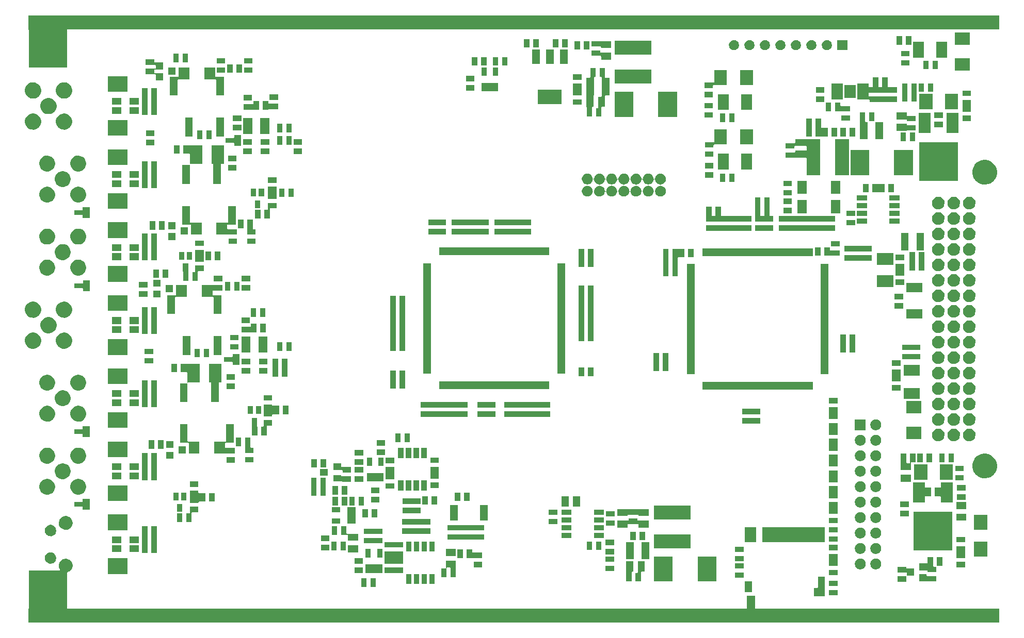
<source format=gts>
G04 (created by PCBNEW (2013-07-07 BZR 4022)-stable) date 20/12/2013 15:35:06*
%MOIN*%
G04 Gerber Fmt 3.4, Leading zero omitted, Abs format*
%FSLAX34Y34*%
G01*
G70*
G90*
G04 APERTURE LIST*
%ADD10C,0.00590551*%
G04 APERTURE END LIST*
G54D10*
G36*
X20650Y-24538D02*
X20648Y-24649D01*
X20624Y-24756D01*
X20585Y-24843D01*
X20522Y-24933D01*
X20452Y-24999D01*
X20360Y-25058D01*
X20271Y-25092D01*
X20162Y-25111D01*
X20067Y-25109D01*
X19959Y-25086D01*
X19872Y-25048D01*
X19781Y-24985D01*
X19715Y-24916D01*
X19655Y-24823D01*
X19620Y-24735D01*
X19600Y-24626D01*
X19602Y-24531D01*
X19625Y-24423D01*
X19662Y-24336D01*
X19725Y-24244D01*
X19792Y-24178D01*
X19885Y-24117D01*
X19972Y-24082D01*
X20082Y-24061D01*
X20176Y-24062D01*
X20286Y-24084D01*
X20372Y-24121D01*
X20465Y-24183D01*
X20531Y-24250D01*
X20593Y-24343D01*
X20628Y-24429D01*
X20650Y-24538D01*
X20650Y-24538D01*
G37*
G36*
X20650Y-26546D02*
X20648Y-26657D01*
X20624Y-26764D01*
X20585Y-26851D01*
X20522Y-26941D01*
X20452Y-27007D01*
X20360Y-27066D01*
X20271Y-27100D01*
X20162Y-27119D01*
X20067Y-27117D01*
X19959Y-27094D01*
X19872Y-27056D01*
X19781Y-26993D01*
X19715Y-26924D01*
X19655Y-26831D01*
X19620Y-26743D01*
X19600Y-26634D01*
X19602Y-26539D01*
X19625Y-26431D01*
X19662Y-26344D01*
X19725Y-26252D01*
X19792Y-26186D01*
X19885Y-26125D01*
X19972Y-26090D01*
X20082Y-26069D01*
X20176Y-26070D01*
X20286Y-26092D01*
X20372Y-26129D01*
X20465Y-26191D01*
X20531Y-26258D01*
X20593Y-26351D01*
X20628Y-26437D01*
X20650Y-26546D01*
X20650Y-26546D01*
G37*
G36*
X20650Y-38711D02*
X20648Y-38822D01*
X20624Y-38929D01*
X20585Y-39016D01*
X20522Y-39106D01*
X20452Y-39172D01*
X20360Y-39231D01*
X20271Y-39265D01*
X20162Y-39285D01*
X20067Y-39283D01*
X19959Y-39259D01*
X19872Y-39221D01*
X19781Y-39158D01*
X19715Y-39090D01*
X19655Y-38996D01*
X19620Y-38908D01*
X19600Y-38799D01*
X19602Y-38705D01*
X19625Y-38596D01*
X19662Y-38509D01*
X19725Y-38417D01*
X19792Y-38352D01*
X19885Y-38291D01*
X19972Y-38255D01*
X20082Y-38234D01*
X20176Y-38235D01*
X20286Y-38258D01*
X20372Y-38294D01*
X20465Y-38356D01*
X20531Y-38423D01*
X20593Y-38516D01*
X20628Y-38602D01*
X20650Y-38711D01*
X20650Y-38711D01*
G37*
G36*
X20650Y-40719D02*
X20648Y-40830D01*
X20624Y-40937D01*
X20585Y-41024D01*
X20522Y-41114D01*
X20452Y-41180D01*
X20360Y-41239D01*
X20271Y-41273D01*
X20162Y-41293D01*
X20067Y-41291D01*
X19959Y-41267D01*
X19872Y-41229D01*
X19781Y-41166D01*
X19715Y-41098D01*
X19655Y-41004D01*
X19620Y-40916D01*
X19600Y-40807D01*
X19602Y-40713D01*
X19625Y-40604D01*
X19662Y-40517D01*
X19725Y-40425D01*
X19792Y-40360D01*
X19885Y-40299D01*
X19972Y-40263D01*
X20082Y-40242D01*
X20176Y-40243D01*
X20286Y-40266D01*
X20372Y-40302D01*
X20465Y-40364D01*
X20531Y-40431D01*
X20593Y-40524D01*
X20628Y-40610D01*
X20650Y-40719D01*
X20650Y-40719D01*
G37*
G36*
X21557Y-29264D02*
X21556Y-29372D01*
X21532Y-29477D01*
X21494Y-29563D01*
X21431Y-29651D01*
X21364Y-29715D01*
X21272Y-29773D01*
X21185Y-29807D01*
X21079Y-29826D01*
X20985Y-29824D01*
X20879Y-29801D01*
X20794Y-29763D01*
X20705Y-29701D01*
X20640Y-29634D01*
X20581Y-29543D01*
X20547Y-29457D01*
X20528Y-29350D01*
X20529Y-29257D01*
X20552Y-29150D01*
X20588Y-29065D01*
X20650Y-28975D01*
X20716Y-28911D01*
X20807Y-28851D01*
X20893Y-28816D01*
X21000Y-28796D01*
X21092Y-28796D01*
X21200Y-28818D01*
X21284Y-28854D01*
X21376Y-28915D01*
X21440Y-28980D01*
X21501Y-29072D01*
X21536Y-29157D01*
X21557Y-29264D01*
X21557Y-29264D01*
G37*
G36*
X21557Y-31272D02*
X21556Y-31380D01*
X21532Y-31485D01*
X21494Y-31571D01*
X21431Y-31659D01*
X21364Y-31723D01*
X21272Y-31781D01*
X21185Y-31815D01*
X21079Y-31834D01*
X20985Y-31832D01*
X20879Y-31809D01*
X20794Y-31771D01*
X20705Y-31709D01*
X20640Y-31642D01*
X20581Y-31551D01*
X20547Y-31465D01*
X20528Y-31358D01*
X20529Y-31265D01*
X20552Y-31158D01*
X20588Y-31073D01*
X20650Y-30983D01*
X20716Y-30919D01*
X20807Y-30859D01*
X20893Y-30824D01*
X21000Y-30804D01*
X21092Y-30804D01*
X21200Y-30826D01*
X21284Y-30862D01*
X21376Y-30923D01*
X21440Y-30988D01*
X21501Y-31080D01*
X21536Y-31165D01*
X21557Y-31272D01*
X21557Y-31272D01*
G37*
G36*
X21557Y-33988D02*
X21556Y-34096D01*
X21532Y-34201D01*
X21494Y-34287D01*
X21431Y-34375D01*
X21364Y-34440D01*
X21272Y-34498D01*
X21185Y-34531D01*
X21079Y-34550D01*
X20985Y-34548D01*
X20879Y-34525D01*
X20794Y-34488D01*
X20705Y-34426D01*
X20640Y-34359D01*
X20581Y-34267D01*
X20547Y-34181D01*
X20528Y-34074D01*
X20529Y-33981D01*
X20552Y-33875D01*
X20588Y-33790D01*
X20650Y-33699D01*
X20716Y-33635D01*
X20807Y-33575D01*
X20893Y-33541D01*
X21000Y-33520D01*
X21092Y-33521D01*
X21200Y-33543D01*
X21284Y-33578D01*
X21376Y-33640D01*
X21440Y-33705D01*
X21501Y-33797D01*
X21536Y-33881D01*
X21557Y-33988D01*
X21557Y-33988D01*
G37*
G36*
X21557Y-35996D02*
X21556Y-36104D01*
X21532Y-36209D01*
X21494Y-36295D01*
X21431Y-36383D01*
X21364Y-36448D01*
X21272Y-36506D01*
X21185Y-36539D01*
X21079Y-36558D01*
X20985Y-36556D01*
X20879Y-36533D01*
X20794Y-36496D01*
X20705Y-36434D01*
X20640Y-36367D01*
X20581Y-36275D01*
X20547Y-36189D01*
X20528Y-36082D01*
X20529Y-35989D01*
X20552Y-35883D01*
X20588Y-35798D01*
X20650Y-35707D01*
X20716Y-35643D01*
X20807Y-35583D01*
X20893Y-35549D01*
X21000Y-35528D01*
X21092Y-35529D01*
X21200Y-35551D01*
X21284Y-35586D01*
X21376Y-35648D01*
X21440Y-35713D01*
X21501Y-35805D01*
X21536Y-35889D01*
X21557Y-35996D01*
X21557Y-35996D01*
G37*
G36*
X21557Y-43437D02*
X21556Y-43545D01*
X21532Y-43650D01*
X21494Y-43736D01*
X21431Y-43824D01*
X21364Y-43888D01*
X21272Y-43946D01*
X21185Y-43980D01*
X21079Y-43999D01*
X20985Y-43997D01*
X20879Y-43974D01*
X20794Y-43937D01*
X20705Y-43874D01*
X20640Y-43808D01*
X20581Y-43716D01*
X20547Y-43630D01*
X20528Y-43523D01*
X20529Y-43430D01*
X20552Y-43323D01*
X20588Y-43239D01*
X20650Y-43148D01*
X20716Y-43084D01*
X20807Y-43024D01*
X20893Y-42989D01*
X21000Y-42969D01*
X21092Y-42969D01*
X21200Y-42992D01*
X21284Y-43027D01*
X21376Y-43089D01*
X21440Y-43154D01*
X21501Y-43245D01*
X21536Y-43330D01*
X21557Y-43437D01*
X21557Y-43437D01*
G37*
G36*
X21557Y-45445D02*
X21556Y-45553D01*
X21532Y-45658D01*
X21494Y-45744D01*
X21431Y-45832D01*
X21364Y-45896D01*
X21272Y-45954D01*
X21185Y-45988D01*
X21079Y-46007D01*
X20985Y-46005D01*
X20879Y-45982D01*
X20794Y-45945D01*
X20705Y-45882D01*
X20640Y-45816D01*
X20581Y-45724D01*
X20547Y-45638D01*
X20528Y-45531D01*
X20529Y-45438D01*
X20552Y-45331D01*
X20588Y-45247D01*
X20650Y-45156D01*
X20716Y-45092D01*
X20807Y-45032D01*
X20893Y-44997D01*
X21000Y-44977D01*
X21092Y-44977D01*
X21200Y-45000D01*
X21284Y-45035D01*
X21376Y-45097D01*
X21440Y-45162D01*
X21501Y-45253D01*
X21536Y-45338D01*
X21557Y-45445D01*
X21557Y-45445D01*
G37*
G36*
X21557Y-48161D02*
X21556Y-48269D01*
X21532Y-48375D01*
X21494Y-48460D01*
X21431Y-48548D01*
X21364Y-48613D01*
X21272Y-48671D01*
X21185Y-48705D01*
X21079Y-48723D01*
X20985Y-48721D01*
X20879Y-48698D01*
X20794Y-48661D01*
X20705Y-48599D01*
X20640Y-48532D01*
X20581Y-48441D01*
X20547Y-48354D01*
X20528Y-48247D01*
X20529Y-48155D01*
X20552Y-48048D01*
X20588Y-47963D01*
X20650Y-47873D01*
X20716Y-47808D01*
X20807Y-47748D01*
X20893Y-47714D01*
X21000Y-47693D01*
X21092Y-47694D01*
X21200Y-47716D01*
X21284Y-47751D01*
X21376Y-47813D01*
X21440Y-47878D01*
X21501Y-47970D01*
X21536Y-48054D01*
X21557Y-48161D01*
X21557Y-48161D01*
G37*
G36*
X21557Y-50169D02*
X21556Y-50277D01*
X21532Y-50383D01*
X21494Y-50468D01*
X21431Y-50556D01*
X21364Y-50621D01*
X21272Y-50679D01*
X21185Y-50713D01*
X21079Y-50731D01*
X20985Y-50729D01*
X20879Y-50706D01*
X20794Y-50669D01*
X20705Y-50607D01*
X20640Y-50540D01*
X20581Y-50449D01*
X20547Y-50362D01*
X20528Y-50255D01*
X20529Y-50163D01*
X20552Y-50056D01*
X20588Y-49971D01*
X20650Y-49881D01*
X20716Y-49816D01*
X20807Y-49756D01*
X20893Y-49722D01*
X21000Y-49701D01*
X21092Y-49702D01*
X21200Y-49724D01*
X21284Y-49759D01*
X21376Y-49821D01*
X21440Y-49886D01*
X21501Y-49978D01*
X21536Y-50062D01*
X21557Y-50169D01*
X21557Y-50169D01*
G37*
G36*
X21626Y-53018D02*
X21625Y-53093D01*
X21608Y-53170D01*
X21581Y-53229D01*
X21536Y-53294D01*
X21489Y-53339D01*
X21422Y-53381D01*
X21362Y-53404D01*
X21284Y-53418D01*
X21220Y-53417D01*
X21142Y-53400D01*
X21083Y-53374D01*
X21018Y-53328D01*
X20973Y-53282D01*
X20930Y-53215D01*
X20906Y-53156D01*
X20892Y-53077D01*
X20893Y-53014D01*
X20909Y-52935D01*
X20934Y-52877D01*
X20980Y-52810D01*
X21025Y-52766D01*
X21093Y-52722D01*
X21151Y-52698D01*
X21230Y-52683D01*
X21293Y-52684D01*
X21373Y-52700D01*
X21431Y-52724D01*
X21498Y-52770D01*
X21542Y-52814D01*
X21587Y-52882D01*
X21611Y-52939D01*
X21626Y-53018D01*
X21626Y-53018D01*
G37*
G36*
X21626Y-54790D02*
X21625Y-54865D01*
X21608Y-54942D01*
X21581Y-55001D01*
X21536Y-55066D01*
X21489Y-55111D01*
X21422Y-55153D01*
X21362Y-55176D01*
X21284Y-55190D01*
X21220Y-55189D01*
X21142Y-55172D01*
X21083Y-55146D01*
X21018Y-55100D01*
X20973Y-55054D01*
X20930Y-54987D01*
X20906Y-54928D01*
X20892Y-54849D01*
X20893Y-54786D01*
X20909Y-54707D01*
X20934Y-54649D01*
X20980Y-54582D01*
X21025Y-54538D01*
X21093Y-54494D01*
X21151Y-54470D01*
X21230Y-54455D01*
X21293Y-54456D01*
X21373Y-54472D01*
X21431Y-54496D01*
X21498Y-54542D01*
X21542Y-54586D01*
X21587Y-54654D01*
X21611Y-54711D01*
X21626Y-54790D01*
X21626Y-54790D01*
G37*
G36*
X21654Y-25542D02*
X21652Y-25653D01*
X21628Y-25760D01*
X21589Y-25847D01*
X21526Y-25937D01*
X21456Y-26003D01*
X21364Y-26062D01*
X21275Y-26096D01*
X21166Y-26115D01*
X21071Y-26113D01*
X20963Y-26090D01*
X20876Y-26052D01*
X20785Y-25989D01*
X20719Y-25920D01*
X20659Y-25827D01*
X20624Y-25739D01*
X20604Y-25630D01*
X20606Y-25535D01*
X20629Y-25427D01*
X20666Y-25340D01*
X20729Y-25248D01*
X20796Y-25182D01*
X20889Y-25121D01*
X20976Y-25086D01*
X21086Y-25065D01*
X21180Y-25066D01*
X21290Y-25088D01*
X21376Y-25125D01*
X21469Y-25187D01*
X21535Y-25254D01*
X21597Y-25347D01*
X21632Y-25433D01*
X21654Y-25542D01*
X21654Y-25542D01*
G37*
G36*
X21654Y-39715D02*
X21652Y-39826D01*
X21628Y-39933D01*
X21589Y-40020D01*
X21526Y-40110D01*
X21456Y-40176D01*
X21364Y-40235D01*
X21275Y-40269D01*
X21166Y-40289D01*
X21071Y-40287D01*
X20963Y-40263D01*
X20876Y-40225D01*
X20785Y-40162D01*
X20719Y-40094D01*
X20659Y-40000D01*
X20624Y-39912D01*
X20604Y-39803D01*
X20606Y-39709D01*
X20629Y-39600D01*
X20666Y-39513D01*
X20729Y-39421D01*
X20796Y-39356D01*
X20889Y-39295D01*
X20976Y-39259D01*
X21086Y-39238D01*
X21180Y-39239D01*
X21290Y-39262D01*
X21376Y-39298D01*
X21469Y-39360D01*
X21535Y-39427D01*
X21597Y-39520D01*
X21632Y-39606D01*
X21654Y-39715D01*
X21654Y-39715D01*
G37*
G36*
X22561Y-30268D02*
X22560Y-30376D01*
X22536Y-30481D01*
X22498Y-30567D01*
X22435Y-30655D01*
X22368Y-30719D01*
X22276Y-30777D01*
X22189Y-30811D01*
X22083Y-30830D01*
X21989Y-30828D01*
X21883Y-30805D01*
X21798Y-30767D01*
X21709Y-30705D01*
X21644Y-30638D01*
X21585Y-30547D01*
X21551Y-30461D01*
X21532Y-30354D01*
X21533Y-30261D01*
X21556Y-30154D01*
X21592Y-30069D01*
X21654Y-29979D01*
X21720Y-29915D01*
X21811Y-29855D01*
X21897Y-29820D01*
X22004Y-29800D01*
X22096Y-29800D01*
X22204Y-29822D01*
X22288Y-29858D01*
X22380Y-29919D01*
X22444Y-29984D01*
X22505Y-30076D01*
X22540Y-30161D01*
X22561Y-30268D01*
X22561Y-30268D01*
G37*
G36*
X22561Y-34992D02*
X22560Y-35100D01*
X22536Y-35205D01*
X22498Y-35291D01*
X22435Y-35379D01*
X22368Y-35444D01*
X22276Y-35502D01*
X22189Y-35535D01*
X22083Y-35554D01*
X21989Y-35552D01*
X21883Y-35529D01*
X21798Y-35492D01*
X21709Y-35430D01*
X21644Y-35363D01*
X21585Y-35271D01*
X21551Y-35185D01*
X21532Y-35078D01*
X21533Y-34985D01*
X21556Y-34879D01*
X21592Y-34794D01*
X21654Y-34703D01*
X21720Y-34639D01*
X21811Y-34579D01*
X21897Y-34545D01*
X22004Y-34524D01*
X22096Y-34525D01*
X22204Y-34547D01*
X22288Y-34582D01*
X22380Y-34644D01*
X22444Y-34709D01*
X22505Y-34801D01*
X22540Y-34885D01*
X22561Y-34992D01*
X22561Y-34992D01*
G37*
G36*
X22561Y-44441D02*
X22560Y-44549D01*
X22536Y-44654D01*
X22498Y-44740D01*
X22435Y-44828D01*
X22368Y-44892D01*
X22276Y-44950D01*
X22189Y-44984D01*
X22083Y-45003D01*
X21989Y-45001D01*
X21883Y-44978D01*
X21798Y-44941D01*
X21709Y-44878D01*
X21644Y-44812D01*
X21585Y-44720D01*
X21551Y-44634D01*
X21532Y-44527D01*
X21533Y-44434D01*
X21556Y-44327D01*
X21592Y-44243D01*
X21654Y-44152D01*
X21720Y-44088D01*
X21811Y-44028D01*
X21897Y-43993D01*
X22004Y-43973D01*
X22096Y-43973D01*
X22204Y-43996D01*
X22288Y-44031D01*
X22380Y-44093D01*
X22444Y-44158D01*
X22505Y-44249D01*
X22540Y-44334D01*
X22561Y-44441D01*
X22561Y-44441D01*
G37*
G36*
X22561Y-49165D02*
X22560Y-49273D01*
X22536Y-49379D01*
X22498Y-49464D01*
X22435Y-49552D01*
X22368Y-49617D01*
X22276Y-49675D01*
X22189Y-49709D01*
X22083Y-49727D01*
X21989Y-49725D01*
X21883Y-49702D01*
X21798Y-49665D01*
X21709Y-49603D01*
X21644Y-49536D01*
X21585Y-49445D01*
X21551Y-49358D01*
X21532Y-49251D01*
X21533Y-49159D01*
X21556Y-49052D01*
X21592Y-48967D01*
X21654Y-48877D01*
X21720Y-48812D01*
X21811Y-48752D01*
X21897Y-48718D01*
X22004Y-48697D01*
X22096Y-48698D01*
X22204Y-48720D01*
X22288Y-48755D01*
X22380Y-48817D01*
X22444Y-48882D01*
X22505Y-48974D01*
X22540Y-49058D01*
X22561Y-49165D01*
X22561Y-49165D01*
G37*
G36*
X22658Y-24538D02*
X22656Y-24649D01*
X22632Y-24756D01*
X22593Y-24843D01*
X22530Y-24933D01*
X22460Y-24999D01*
X22368Y-25058D01*
X22279Y-25092D01*
X22170Y-25111D01*
X22075Y-25109D01*
X21967Y-25086D01*
X21880Y-25048D01*
X21789Y-24985D01*
X21723Y-24916D01*
X21663Y-24823D01*
X21628Y-24735D01*
X21608Y-24626D01*
X21610Y-24531D01*
X21633Y-24423D01*
X21670Y-24336D01*
X21733Y-24244D01*
X21800Y-24178D01*
X21893Y-24117D01*
X21980Y-24082D01*
X22090Y-24061D01*
X22184Y-24062D01*
X22294Y-24084D01*
X22380Y-24121D01*
X22473Y-24183D01*
X22539Y-24250D01*
X22601Y-24343D01*
X22636Y-24429D01*
X22658Y-24538D01*
X22658Y-24538D01*
G37*
G36*
X22658Y-26546D02*
X22656Y-26657D01*
X22632Y-26764D01*
X22593Y-26851D01*
X22530Y-26941D01*
X22460Y-27007D01*
X22368Y-27066D01*
X22279Y-27100D01*
X22170Y-27119D01*
X22075Y-27117D01*
X21967Y-27094D01*
X21880Y-27056D01*
X21789Y-26993D01*
X21723Y-26924D01*
X21663Y-26831D01*
X21628Y-26743D01*
X21608Y-26634D01*
X21610Y-26539D01*
X21633Y-26431D01*
X21670Y-26344D01*
X21733Y-26252D01*
X21800Y-26186D01*
X21893Y-26125D01*
X21980Y-26090D01*
X22090Y-26069D01*
X22184Y-26070D01*
X22294Y-26092D01*
X22380Y-26129D01*
X22473Y-26191D01*
X22539Y-26258D01*
X22601Y-26351D01*
X22636Y-26437D01*
X22658Y-26546D01*
X22658Y-26546D01*
G37*
G36*
X22658Y-38711D02*
X22656Y-38822D01*
X22632Y-38929D01*
X22593Y-39016D01*
X22530Y-39106D01*
X22460Y-39172D01*
X22368Y-39231D01*
X22279Y-39265D01*
X22170Y-39285D01*
X22075Y-39283D01*
X21967Y-39259D01*
X21880Y-39221D01*
X21789Y-39158D01*
X21723Y-39090D01*
X21663Y-38996D01*
X21628Y-38908D01*
X21608Y-38799D01*
X21610Y-38705D01*
X21633Y-38596D01*
X21670Y-38509D01*
X21733Y-38417D01*
X21800Y-38352D01*
X21893Y-38291D01*
X21980Y-38255D01*
X22090Y-38234D01*
X22184Y-38235D01*
X22294Y-38258D01*
X22380Y-38294D01*
X22473Y-38356D01*
X22539Y-38423D01*
X22601Y-38516D01*
X22636Y-38602D01*
X22658Y-38711D01*
X22658Y-38711D01*
G37*
G36*
X22658Y-40719D02*
X22656Y-40830D01*
X22632Y-40937D01*
X22593Y-41024D01*
X22530Y-41114D01*
X22460Y-41180D01*
X22368Y-41239D01*
X22279Y-41273D01*
X22170Y-41293D01*
X22075Y-41291D01*
X21967Y-41267D01*
X21880Y-41229D01*
X21789Y-41166D01*
X21723Y-41098D01*
X21663Y-41004D01*
X21628Y-40916D01*
X21608Y-40807D01*
X21610Y-40713D01*
X21633Y-40604D01*
X21670Y-40517D01*
X21733Y-40425D01*
X21800Y-40360D01*
X21893Y-40299D01*
X21980Y-40263D01*
X22090Y-40242D01*
X22184Y-40243D01*
X22294Y-40266D01*
X22380Y-40302D01*
X22473Y-40364D01*
X22539Y-40431D01*
X22601Y-40524D01*
X22636Y-40610D01*
X22658Y-40719D01*
X22658Y-40719D01*
G37*
G36*
X22685Y-52518D02*
X22683Y-52611D01*
X22663Y-52703D01*
X22630Y-52776D01*
X22575Y-52853D01*
X22518Y-52909D01*
X22438Y-52959D01*
X22363Y-52988D01*
X22270Y-53005D01*
X22190Y-53003D01*
X22097Y-52983D01*
X22025Y-52951D01*
X21946Y-52897D01*
X21891Y-52839D01*
X21840Y-52759D01*
X21811Y-52686D01*
X21793Y-52592D01*
X21794Y-52513D01*
X21814Y-52419D01*
X21845Y-52347D01*
X21900Y-52268D01*
X21956Y-52213D01*
X22036Y-52160D01*
X22109Y-52131D01*
X22203Y-52113D01*
X22282Y-52113D01*
X22376Y-52133D01*
X22448Y-52163D01*
X22528Y-52217D01*
X22583Y-52272D01*
X22637Y-52353D01*
X22666Y-52425D01*
X22685Y-52518D01*
X22685Y-52518D01*
G37*
G36*
X23565Y-29264D02*
X23564Y-29372D01*
X23540Y-29477D01*
X23502Y-29563D01*
X23439Y-29651D01*
X23372Y-29715D01*
X23280Y-29773D01*
X23193Y-29807D01*
X23087Y-29826D01*
X22993Y-29824D01*
X22887Y-29801D01*
X22802Y-29763D01*
X22713Y-29701D01*
X22648Y-29634D01*
X22589Y-29543D01*
X22555Y-29457D01*
X22536Y-29350D01*
X22537Y-29257D01*
X22560Y-29150D01*
X22596Y-29065D01*
X22658Y-28975D01*
X22724Y-28911D01*
X22815Y-28851D01*
X22901Y-28816D01*
X23008Y-28796D01*
X23100Y-28796D01*
X23208Y-28818D01*
X23292Y-28854D01*
X23384Y-28915D01*
X23448Y-28980D01*
X23509Y-29072D01*
X23544Y-29157D01*
X23565Y-29264D01*
X23565Y-29264D01*
G37*
G36*
X23565Y-31272D02*
X23564Y-31380D01*
X23540Y-31485D01*
X23502Y-31571D01*
X23439Y-31659D01*
X23372Y-31723D01*
X23280Y-31781D01*
X23193Y-31815D01*
X23087Y-31834D01*
X22993Y-31832D01*
X22887Y-31809D01*
X22802Y-31771D01*
X22713Y-31709D01*
X22648Y-31642D01*
X22589Y-31551D01*
X22555Y-31465D01*
X22536Y-31358D01*
X22537Y-31265D01*
X22560Y-31158D01*
X22596Y-31073D01*
X22658Y-30983D01*
X22724Y-30919D01*
X22815Y-30859D01*
X22901Y-30824D01*
X23008Y-30804D01*
X23100Y-30804D01*
X23208Y-30826D01*
X23292Y-30862D01*
X23384Y-30923D01*
X23448Y-30988D01*
X23509Y-31080D01*
X23544Y-31165D01*
X23565Y-31272D01*
X23565Y-31272D01*
G37*
G36*
X23565Y-33988D02*
X23564Y-34096D01*
X23540Y-34201D01*
X23502Y-34287D01*
X23439Y-34375D01*
X23372Y-34440D01*
X23280Y-34498D01*
X23193Y-34531D01*
X23087Y-34550D01*
X22993Y-34548D01*
X22887Y-34525D01*
X22802Y-34488D01*
X22713Y-34426D01*
X22648Y-34359D01*
X22589Y-34267D01*
X22555Y-34181D01*
X22536Y-34074D01*
X22537Y-33981D01*
X22560Y-33875D01*
X22596Y-33790D01*
X22658Y-33699D01*
X22724Y-33635D01*
X22815Y-33575D01*
X22901Y-33541D01*
X23008Y-33520D01*
X23100Y-33521D01*
X23208Y-33543D01*
X23292Y-33578D01*
X23384Y-33640D01*
X23448Y-33705D01*
X23509Y-33797D01*
X23544Y-33881D01*
X23565Y-33988D01*
X23565Y-33988D01*
G37*
G36*
X23565Y-35996D02*
X23564Y-36104D01*
X23540Y-36209D01*
X23502Y-36295D01*
X23439Y-36383D01*
X23372Y-36448D01*
X23280Y-36506D01*
X23193Y-36539D01*
X23087Y-36558D01*
X22993Y-36556D01*
X22887Y-36533D01*
X22802Y-36496D01*
X22713Y-36434D01*
X22648Y-36367D01*
X22589Y-36275D01*
X22555Y-36189D01*
X22536Y-36082D01*
X22537Y-35989D01*
X22560Y-35883D01*
X22596Y-35798D01*
X22658Y-35707D01*
X22724Y-35643D01*
X22815Y-35583D01*
X22901Y-35549D01*
X23008Y-35528D01*
X23100Y-35529D01*
X23208Y-35551D01*
X23292Y-35586D01*
X23384Y-35648D01*
X23448Y-35713D01*
X23509Y-35805D01*
X23544Y-35889D01*
X23565Y-35996D01*
X23565Y-35996D01*
G37*
G36*
X23565Y-43437D02*
X23564Y-43545D01*
X23540Y-43650D01*
X23502Y-43736D01*
X23439Y-43824D01*
X23372Y-43888D01*
X23280Y-43946D01*
X23193Y-43980D01*
X23087Y-43999D01*
X22993Y-43997D01*
X22887Y-43974D01*
X22802Y-43937D01*
X22713Y-43874D01*
X22648Y-43808D01*
X22589Y-43716D01*
X22555Y-43630D01*
X22536Y-43523D01*
X22537Y-43430D01*
X22560Y-43323D01*
X22596Y-43239D01*
X22658Y-43148D01*
X22724Y-43084D01*
X22815Y-43024D01*
X22901Y-42989D01*
X23008Y-42969D01*
X23100Y-42969D01*
X23208Y-42992D01*
X23292Y-43027D01*
X23384Y-43089D01*
X23448Y-43154D01*
X23509Y-43245D01*
X23544Y-43330D01*
X23565Y-43437D01*
X23565Y-43437D01*
G37*
G36*
X23565Y-45445D02*
X23564Y-45553D01*
X23540Y-45658D01*
X23502Y-45744D01*
X23439Y-45832D01*
X23372Y-45896D01*
X23280Y-45954D01*
X23193Y-45988D01*
X23087Y-46007D01*
X22993Y-46005D01*
X22887Y-45982D01*
X22802Y-45945D01*
X22713Y-45882D01*
X22648Y-45816D01*
X22589Y-45724D01*
X22555Y-45638D01*
X22536Y-45531D01*
X22537Y-45438D01*
X22560Y-45331D01*
X22596Y-45247D01*
X22658Y-45156D01*
X22724Y-45092D01*
X22815Y-45032D01*
X22901Y-44997D01*
X23008Y-44977D01*
X23100Y-44977D01*
X23208Y-45000D01*
X23292Y-45035D01*
X23384Y-45097D01*
X23448Y-45162D01*
X23509Y-45253D01*
X23544Y-45338D01*
X23565Y-45445D01*
X23565Y-45445D01*
G37*
G36*
X23565Y-48161D02*
X23564Y-48269D01*
X23540Y-48375D01*
X23502Y-48460D01*
X23439Y-48548D01*
X23372Y-48613D01*
X23280Y-48671D01*
X23193Y-48705D01*
X23087Y-48723D01*
X22993Y-48721D01*
X22887Y-48698D01*
X22802Y-48661D01*
X22713Y-48599D01*
X22648Y-48532D01*
X22589Y-48441D01*
X22555Y-48354D01*
X22536Y-48247D01*
X22537Y-48155D01*
X22560Y-48048D01*
X22596Y-47963D01*
X22658Y-47873D01*
X22724Y-47808D01*
X22815Y-47748D01*
X22901Y-47714D01*
X23008Y-47693D01*
X23100Y-47694D01*
X23208Y-47716D01*
X23292Y-47751D01*
X23384Y-47813D01*
X23448Y-47878D01*
X23509Y-47970D01*
X23544Y-48054D01*
X23565Y-48161D01*
X23565Y-48161D01*
G37*
G36*
X23565Y-50169D02*
X23564Y-50277D01*
X23540Y-50383D01*
X23502Y-50468D01*
X23439Y-50556D01*
X23372Y-50621D01*
X23280Y-50679D01*
X23193Y-50713D01*
X23087Y-50731D01*
X22993Y-50729D01*
X22887Y-50706D01*
X22802Y-50669D01*
X22713Y-50607D01*
X22648Y-50540D01*
X22589Y-50449D01*
X22555Y-50362D01*
X22536Y-50255D01*
X22537Y-50163D01*
X22560Y-50056D01*
X22596Y-49971D01*
X22658Y-49881D01*
X22724Y-49816D01*
X22815Y-49756D01*
X22901Y-49722D01*
X23008Y-49701D01*
X23100Y-49702D01*
X23208Y-49724D01*
X23292Y-49759D01*
X23384Y-49821D01*
X23448Y-49886D01*
X23509Y-49978D01*
X23544Y-50062D01*
X23565Y-50169D01*
X23565Y-50169D01*
G37*
G36*
X23792Y-32827D02*
X23334Y-32827D01*
X23334Y-32688D01*
X23334Y-32669D01*
X23326Y-32651D01*
X23313Y-32638D01*
X23295Y-32630D01*
X23276Y-32630D01*
X22782Y-32630D01*
X22782Y-32329D01*
X23276Y-32329D01*
X23295Y-32329D01*
X23313Y-32322D01*
X23326Y-32308D01*
X23334Y-32291D01*
X23334Y-32271D01*
X23334Y-32132D01*
X23792Y-32132D01*
X23792Y-32468D01*
X23792Y-32472D01*
X23792Y-32488D01*
X23792Y-32491D01*
X23792Y-32827D01*
X23792Y-32827D01*
G37*
G36*
X23792Y-47001D02*
X23334Y-47001D01*
X23334Y-46862D01*
X23334Y-46842D01*
X23326Y-46825D01*
X23313Y-46811D01*
X23295Y-46804D01*
X23276Y-46804D01*
X22782Y-46804D01*
X22782Y-46502D01*
X23276Y-46502D01*
X23295Y-46502D01*
X23313Y-46495D01*
X23326Y-46481D01*
X23334Y-46464D01*
X23334Y-46445D01*
X23334Y-46305D01*
X23792Y-46305D01*
X23792Y-46642D01*
X23792Y-46645D01*
X23792Y-46661D01*
X23792Y-46665D01*
X23792Y-47001D01*
X23792Y-47001D01*
G37*
G36*
X23792Y-51705D02*
X23334Y-51705D01*
X23334Y-51566D01*
X23334Y-51547D01*
X23326Y-51529D01*
X23313Y-51516D01*
X23295Y-51508D01*
X23276Y-51508D01*
X22782Y-51508D01*
X22782Y-51207D01*
X23276Y-51207D01*
X23295Y-51207D01*
X23313Y-51200D01*
X23326Y-51186D01*
X23334Y-51168D01*
X23334Y-51149D01*
X23334Y-51010D01*
X23792Y-51010D01*
X23792Y-51346D01*
X23792Y-51350D01*
X23792Y-51365D01*
X23792Y-51369D01*
X23792Y-51705D01*
X23792Y-51705D01*
G37*
G36*
X23812Y-37572D02*
X23353Y-37572D01*
X23353Y-37432D01*
X23353Y-37413D01*
X23346Y-37395D01*
X23333Y-37382D01*
X23315Y-37375D01*
X23296Y-37375D01*
X22801Y-37375D01*
X22801Y-37073D01*
X23296Y-37073D01*
X23315Y-37073D01*
X23333Y-37066D01*
X23346Y-37052D01*
X23353Y-37035D01*
X23353Y-37015D01*
X23353Y-36876D01*
X23812Y-36876D01*
X23812Y-37212D01*
X23812Y-37216D01*
X23812Y-37232D01*
X23812Y-37235D01*
X23812Y-37572D01*
X23812Y-37572D01*
G37*
G36*
X25839Y-25515D02*
X25243Y-25515D01*
X25243Y-25075D01*
X25839Y-25075D01*
X25839Y-25515D01*
X25839Y-25515D01*
G37*
G36*
X25839Y-26105D02*
X25243Y-26105D01*
X25243Y-25665D01*
X25839Y-25665D01*
X25839Y-26105D01*
X25839Y-26105D01*
G37*
G36*
X25839Y-30239D02*
X25243Y-30239D01*
X25243Y-29800D01*
X25839Y-29800D01*
X25839Y-30239D01*
X25839Y-30239D01*
G37*
G36*
X25839Y-30829D02*
X25243Y-30829D01*
X25243Y-30390D01*
X25839Y-30390D01*
X25839Y-30829D01*
X25839Y-30829D01*
G37*
G36*
X25839Y-34963D02*
X25243Y-34963D01*
X25243Y-34524D01*
X25839Y-34524D01*
X25839Y-34963D01*
X25839Y-34963D01*
G37*
G36*
X25839Y-35553D02*
X25243Y-35553D01*
X25243Y-35114D01*
X25839Y-35114D01*
X25839Y-35553D01*
X25839Y-35553D01*
G37*
G36*
X25839Y-39688D02*
X25243Y-39688D01*
X25243Y-39249D01*
X25839Y-39249D01*
X25839Y-39688D01*
X25839Y-39688D01*
G37*
G36*
X25839Y-40278D02*
X25243Y-40278D01*
X25243Y-39839D01*
X25839Y-39839D01*
X25839Y-40278D01*
X25839Y-40278D01*
G37*
G36*
X25839Y-44412D02*
X25243Y-44412D01*
X25243Y-43973D01*
X25839Y-43973D01*
X25839Y-44412D01*
X25839Y-44412D01*
G37*
G36*
X25839Y-45002D02*
X25243Y-45002D01*
X25243Y-44563D01*
X25839Y-44563D01*
X25839Y-45002D01*
X25839Y-45002D01*
G37*
G36*
X25839Y-49137D02*
X25243Y-49137D01*
X25243Y-48697D01*
X25839Y-48697D01*
X25839Y-49137D01*
X25839Y-49137D01*
G37*
G36*
X25839Y-49727D02*
X25243Y-49727D01*
X25243Y-49287D01*
X25839Y-49287D01*
X25839Y-49727D01*
X25839Y-49727D01*
G37*
G36*
X25839Y-53861D02*
X25243Y-53861D01*
X25243Y-53422D01*
X25839Y-53422D01*
X25839Y-53861D01*
X25839Y-53861D01*
G37*
G36*
X25839Y-54451D02*
X25243Y-54451D01*
X25243Y-54012D01*
X25839Y-54012D01*
X25839Y-54451D01*
X25839Y-54451D01*
G37*
G36*
X26233Y-24678D02*
X24947Y-24678D01*
X24947Y-23668D01*
X26233Y-23668D01*
X26233Y-24678D01*
X26233Y-24678D01*
G37*
G36*
X26233Y-27512D02*
X24947Y-27512D01*
X24947Y-26502D01*
X26233Y-26502D01*
X26233Y-27512D01*
X26233Y-27512D01*
G37*
G36*
X26233Y-29403D02*
X24947Y-29403D01*
X24947Y-28392D01*
X26233Y-28392D01*
X26233Y-29403D01*
X26233Y-29403D01*
G37*
G36*
X26233Y-32237D02*
X24947Y-32237D01*
X24947Y-31226D01*
X26233Y-31226D01*
X26233Y-32237D01*
X26233Y-32237D01*
G37*
G36*
X26233Y-34127D02*
X24947Y-34127D01*
X24947Y-33117D01*
X26233Y-33117D01*
X26233Y-34127D01*
X26233Y-34127D01*
G37*
G36*
X26233Y-36961D02*
X24947Y-36961D01*
X24947Y-35951D01*
X26233Y-35951D01*
X26233Y-36961D01*
X26233Y-36961D01*
G37*
G36*
X26233Y-38851D02*
X24947Y-38851D01*
X24947Y-37841D01*
X26233Y-37841D01*
X26233Y-38851D01*
X26233Y-38851D01*
G37*
G36*
X26233Y-41685D02*
X24947Y-41685D01*
X24947Y-40675D01*
X26233Y-40675D01*
X26233Y-41685D01*
X26233Y-41685D01*
G37*
G36*
X26233Y-43576D02*
X24947Y-43576D01*
X24947Y-42566D01*
X26233Y-42566D01*
X26233Y-43576D01*
X26233Y-43576D01*
G37*
G36*
X26233Y-46410D02*
X24947Y-46410D01*
X24947Y-45400D01*
X26233Y-45400D01*
X26233Y-46410D01*
X26233Y-46410D01*
G37*
G36*
X26233Y-48300D02*
X24947Y-48300D01*
X24947Y-47290D01*
X26233Y-47290D01*
X26233Y-48300D01*
X26233Y-48300D01*
G37*
G36*
X26233Y-51134D02*
X24947Y-51134D01*
X24947Y-50124D01*
X26233Y-50124D01*
X26233Y-51134D01*
X26233Y-51134D01*
G37*
G36*
X26233Y-53025D02*
X24947Y-53025D01*
X24947Y-52014D01*
X26233Y-52014D01*
X26233Y-53025D01*
X26233Y-53025D01*
G37*
G36*
X26233Y-55859D02*
X24947Y-55859D01*
X24947Y-54848D01*
X26233Y-54848D01*
X26233Y-55859D01*
X26233Y-55859D01*
G37*
G36*
X26961Y-25515D02*
X26365Y-25515D01*
X26365Y-25075D01*
X26961Y-25075D01*
X26961Y-25515D01*
X26961Y-25515D01*
G37*
G36*
X26961Y-26105D02*
X26365Y-26105D01*
X26365Y-25665D01*
X26961Y-25665D01*
X26961Y-26105D01*
X26961Y-26105D01*
G37*
G36*
X26961Y-30239D02*
X26365Y-30239D01*
X26365Y-29800D01*
X26961Y-29800D01*
X26961Y-30239D01*
X26961Y-30239D01*
G37*
G36*
X26961Y-30829D02*
X26365Y-30829D01*
X26365Y-30390D01*
X26961Y-30390D01*
X26961Y-30829D01*
X26961Y-30829D01*
G37*
G36*
X26961Y-34963D02*
X26365Y-34963D01*
X26365Y-34524D01*
X26961Y-34524D01*
X26961Y-34963D01*
X26961Y-34963D01*
G37*
G36*
X26961Y-35553D02*
X26365Y-35553D01*
X26365Y-35114D01*
X26961Y-35114D01*
X26961Y-35553D01*
X26961Y-35553D01*
G37*
G36*
X26961Y-39688D02*
X26365Y-39688D01*
X26365Y-39249D01*
X26961Y-39249D01*
X26961Y-39688D01*
X26961Y-39688D01*
G37*
G36*
X26961Y-40278D02*
X26365Y-40278D01*
X26365Y-39839D01*
X26961Y-39839D01*
X26961Y-40278D01*
X26961Y-40278D01*
G37*
G36*
X26961Y-44412D02*
X26365Y-44412D01*
X26365Y-43973D01*
X26961Y-43973D01*
X26961Y-44412D01*
X26961Y-44412D01*
G37*
G36*
X26961Y-45002D02*
X26365Y-45002D01*
X26365Y-44563D01*
X26961Y-44563D01*
X26961Y-45002D01*
X26961Y-45002D01*
G37*
G36*
X26961Y-49137D02*
X26365Y-49137D01*
X26365Y-48697D01*
X26961Y-48697D01*
X26961Y-49137D01*
X26961Y-49137D01*
G37*
G36*
X26961Y-49727D02*
X26365Y-49727D01*
X26365Y-49287D01*
X26961Y-49287D01*
X26961Y-49727D01*
X26961Y-49727D01*
G37*
G36*
X26961Y-53861D02*
X26365Y-53861D01*
X26365Y-53422D01*
X26961Y-53422D01*
X26961Y-53861D01*
X26961Y-53861D01*
G37*
G36*
X26961Y-54451D02*
X26365Y-54451D01*
X26365Y-54012D01*
X26961Y-54012D01*
X26961Y-54451D01*
X26961Y-54451D01*
G37*
G36*
X27514Y-26162D02*
X27160Y-26162D01*
X27160Y-25630D01*
X27160Y-25611D01*
X27160Y-25570D01*
X27160Y-25550D01*
X27160Y-25039D01*
X27160Y-25020D01*
X27160Y-24979D01*
X27160Y-24960D01*
X27160Y-24427D01*
X27514Y-24427D01*
X27514Y-24960D01*
X27514Y-24979D01*
X27514Y-25020D01*
X27514Y-25039D01*
X27514Y-25550D01*
X27514Y-25570D01*
X27514Y-25611D01*
X27514Y-25630D01*
X27514Y-26162D01*
X27514Y-26162D01*
G37*
G36*
X27514Y-30887D02*
X27160Y-30887D01*
X27160Y-30354D01*
X27160Y-30335D01*
X27160Y-30294D01*
X27160Y-30275D01*
X27160Y-29764D01*
X27160Y-29744D01*
X27160Y-29703D01*
X27160Y-29684D01*
X27160Y-29152D01*
X27514Y-29152D01*
X27514Y-29684D01*
X27514Y-29703D01*
X27514Y-29744D01*
X27514Y-29764D01*
X27514Y-30275D01*
X27514Y-30294D01*
X27514Y-30335D01*
X27514Y-30354D01*
X27514Y-30887D01*
X27514Y-30887D01*
G37*
G36*
X27514Y-34427D02*
X27514Y-34429D01*
X27514Y-34449D01*
X27514Y-34961D01*
X27514Y-34980D01*
X27514Y-35021D01*
X27514Y-35040D01*
X27514Y-35573D01*
X27159Y-35573D01*
X27159Y-35040D01*
X27159Y-35021D01*
X27159Y-34980D01*
X27159Y-34961D01*
X27159Y-34391D01*
X27160Y-34389D01*
X27160Y-34370D01*
X27160Y-33837D01*
X27514Y-33837D01*
X27514Y-34427D01*
X27514Y-34427D01*
G37*
G36*
X27514Y-40336D02*
X27160Y-40336D01*
X27160Y-39803D01*
X27160Y-39784D01*
X27160Y-39743D01*
X27160Y-39724D01*
X27160Y-39212D01*
X27160Y-39193D01*
X27160Y-39152D01*
X27160Y-39133D01*
X27160Y-38600D01*
X27514Y-38600D01*
X27514Y-39133D01*
X27514Y-39152D01*
X27514Y-39193D01*
X27514Y-39212D01*
X27514Y-39724D01*
X27514Y-39743D01*
X27514Y-39784D01*
X27514Y-39803D01*
X27514Y-40336D01*
X27514Y-40336D01*
G37*
G36*
X27514Y-45060D02*
X27160Y-45060D01*
X27160Y-44527D01*
X27160Y-44508D01*
X27160Y-44467D01*
X27160Y-44448D01*
X27160Y-43937D01*
X27160Y-43918D01*
X27160Y-43877D01*
X27160Y-43857D01*
X27160Y-43325D01*
X27514Y-43325D01*
X27514Y-43857D01*
X27514Y-43877D01*
X27514Y-43918D01*
X27514Y-43937D01*
X27514Y-44448D01*
X27514Y-44467D01*
X27514Y-44508D01*
X27514Y-44527D01*
X27514Y-45060D01*
X27514Y-45060D01*
G37*
G36*
X27514Y-49785D02*
X27160Y-49785D01*
X27160Y-49252D01*
X27160Y-49233D01*
X27160Y-49192D01*
X27160Y-49172D01*
X27160Y-48661D01*
X27160Y-48642D01*
X27160Y-48601D01*
X27160Y-48582D01*
X27160Y-48049D01*
X27514Y-48049D01*
X27514Y-48582D01*
X27514Y-48601D01*
X27514Y-48642D01*
X27514Y-48661D01*
X27514Y-49172D01*
X27514Y-49192D01*
X27514Y-49233D01*
X27514Y-49252D01*
X27514Y-49785D01*
X27514Y-49785D01*
G37*
G36*
X27514Y-54509D02*
X27160Y-54509D01*
X27160Y-53976D01*
X27160Y-53957D01*
X27160Y-53916D01*
X27160Y-53897D01*
X27160Y-53386D01*
X27160Y-53366D01*
X27160Y-53325D01*
X27160Y-53306D01*
X27160Y-52774D01*
X27514Y-52774D01*
X27514Y-53306D01*
X27514Y-53325D01*
X27514Y-53366D01*
X27514Y-53386D01*
X27514Y-53897D01*
X27514Y-53916D01*
X27514Y-53957D01*
X27514Y-53976D01*
X27514Y-54509D01*
X27514Y-54509D01*
G37*
G36*
X27521Y-37337D02*
X26966Y-37337D01*
X26966Y-36983D01*
X27521Y-36983D01*
X27521Y-37337D01*
X27521Y-37337D01*
G37*
G36*
X27521Y-37937D02*
X26966Y-37937D01*
X26966Y-37583D01*
X27521Y-37583D01*
X27521Y-37937D01*
X27521Y-37937D01*
G37*
G36*
X27895Y-41648D02*
X27340Y-41648D01*
X27340Y-41294D01*
X27895Y-41294D01*
X27895Y-41648D01*
X27895Y-41648D01*
G37*
G36*
X27895Y-42248D02*
X27340Y-42248D01*
X27340Y-41894D01*
X27895Y-41894D01*
X27895Y-42248D01*
X27895Y-42248D01*
G37*
G36*
X27947Y-47757D02*
X27593Y-47757D01*
X27593Y-47203D01*
X27947Y-47203D01*
X27947Y-47757D01*
X27947Y-47757D01*
G37*
G36*
X27973Y-27534D02*
X27419Y-27534D01*
X27419Y-27180D01*
X27973Y-27180D01*
X27973Y-27534D01*
X27973Y-27534D01*
G37*
G36*
X27973Y-28134D02*
X27419Y-28134D01*
X27419Y-27780D01*
X27973Y-27780D01*
X27973Y-28134D01*
X27973Y-28134D01*
G37*
G36*
X28026Y-33603D02*
X27672Y-33603D01*
X27672Y-33049D01*
X28026Y-33049D01*
X28026Y-33603D01*
X28026Y-33603D01*
G37*
G36*
X28114Y-26162D02*
X27760Y-26162D01*
X27760Y-25630D01*
X27760Y-25611D01*
X27760Y-25570D01*
X27760Y-25550D01*
X27760Y-25039D01*
X27760Y-25020D01*
X27760Y-24979D01*
X27760Y-24960D01*
X27760Y-24427D01*
X28114Y-24427D01*
X28114Y-24960D01*
X28114Y-24979D01*
X28114Y-25020D01*
X28114Y-25039D01*
X28114Y-25550D01*
X28114Y-25570D01*
X28114Y-25611D01*
X28114Y-25630D01*
X28114Y-26162D01*
X28114Y-26162D01*
G37*
G36*
X28114Y-30887D02*
X27760Y-30887D01*
X27760Y-30354D01*
X27760Y-30335D01*
X27760Y-30294D01*
X27760Y-30275D01*
X27760Y-29764D01*
X27760Y-29744D01*
X27760Y-29703D01*
X27760Y-29684D01*
X27760Y-29152D01*
X28114Y-29152D01*
X28114Y-29684D01*
X28114Y-29703D01*
X28114Y-29744D01*
X28114Y-29764D01*
X28114Y-30275D01*
X28114Y-30294D01*
X28114Y-30335D01*
X28114Y-30354D01*
X28114Y-30887D01*
X28114Y-30887D01*
G37*
G36*
X28114Y-34427D02*
X28114Y-34429D01*
X28114Y-34449D01*
X28114Y-34961D01*
X28114Y-34980D01*
X28114Y-35021D01*
X28114Y-35040D01*
X28114Y-35573D01*
X27759Y-35573D01*
X27759Y-35040D01*
X27759Y-35021D01*
X27759Y-34980D01*
X27759Y-34961D01*
X27759Y-34391D01*
X27760Y-34389D01*
X27760Y-34370D01*
X27760Y-33837D01*
X28114Y-33837D01*
X28114Y-34427D01*
X28114Y-34427D01*
G37*
G36*
X28114Y-40336D02*
X27760Y-40336D01*
X27760Y-39803D01*
X27760Y-39784D01*
X27760Y-39743D01*
X27760Y-39724D01*
X27760Y-39212D01*
X27760Y-39193D01*
X27760Y-39152D01*
X27760Y-39133D01*
X27760Y-38600D01*
X28114Y-38600D01*
X28114Y-39133D01*
X28114Y-39152D01*
X28114Y-39193D01*
X28114Y-39212D01*
X28114Y-39724D01*
X28114Y-39743D01*
X28114Y-39784D01*
X28114Y-39803D01*
X28114Y-40336D01*
X28114Y-40336D01*
G37*
G36*
X28114Y-45060D02*
X27760Y-45060D01*
X27760Y-44527D01*
X27760Y-44508D01*
X27760Y-44467D01*
X27760Y-44448D01*
X27760Y-43937D01*
X27760Y-43918D01*
X27760Y-43877D01*
X27760Y-43857D01*
X27760Y-43325D01*
X28114Y-43325D01*
X28114Y-43857D01*
X28114Y-43877D01*
X28114Y-43918D01*
X28114Y-43937D01*
X28114Y-44448D01*
X28114Y-44467D01*
X28114Y-44508D01*
X28114Y-44527D01*
X28114Y-45060D01*
X28114Y-45060D01*
G37*
G36*
X28114Y-49785D02*
X27760Y-49785D01*
X27760Y-49252D01*
X27760Y-49233D01*
X27760Y-49192D01*
X27760Y-49172D01*
X27760Y-48661D01*
X27760Y-48642D01*
X27760Y-48601D01*
X27760Y-48582D01*
X27760Y-48049D01*
X28114Y-48049D01*
X28114Y-48582D01*
X28114Y-48601D01*
X28114Y-48642D01*
X28114Y-48661D01*
X28114Y-49172D01*
X28114Y-49192D01*
X28114Y-49233D01*
X28114Y-49252D01*
X28114Y-49785D01*
X28114Y-49785D01*
G37*
G36*
X28114Y-54509D02*
X27760Y-54509D01*
X27760Y-53976D01*
X27760Y-53957D01*
X27760Y-53916D01*
X27760Y-53897D01*
X27760Y-53386D01*
X27760Y-53366D01*
X27760Y-53325D01*
X27760Y-53306D01*
X27760Y-52774D01*
X28114Y-52774D01*
X28114Y-53306D01*
X28114Y-53325D01*
X28114Y-53366D01*
X28114Y-53386D01*
X28114Y-53897D01*
X28114Y-53916D01*
X28114Y-53957D01*
X28114Y-53976D01*
X28114Y-54509D01*
X28114Y-54509D01*
G37*
G36*
X28262Y-36714D02*
X27908Y-36714D01*
X27908Y-36159D01*
X28262Y-36159D01*
X28262Y-36714D01*
X28262Y-36714D01*
G37*
G36*
X28375Y-37283D02*
X27911Y-37283D01*
X27911Y-36819D01*
X28375Y-36819D01*
X28375Y-37283D01*
X28375Y-37283D01*
G37*
G36*
X28375Y-37983D02*
X27911Y-37983D01*
X27911Y-37519D01*
X28375Y-37519D01*
X28375Y-37983D01*
X28375Y-37983D01*
G37*
G36*
X28513Y-23928D02*
X28048Y-23928D01*
X28048Y-23586D01*
X28048Y-23566D01*
X28041Y-23549D01*
X28028Y-23535D01*
X28010Y-23528D01*
X27991Y-23528D01*
X27400Y-23528D01*
X27400Y-23174D01*
X27991Y-23174D01*
X28010Y-23174D01*
X28028Y-23166D01*
X28041Y-23153D01*
X28048Y-23135D01*
X28048Y-23116D01*
X28048Y-22986D01*
X28048Y-22966D01*
X28041Y-22949D01*
X28028Y-22935D01*
X28010Y-22928D01*
X27991Y-22928D01*
X27400Y-22928D01*
X27400Y-22574D01*
X27954Y-22574D01*
X27954Y-22706D01*
X27954Y-22725D01*
X27961Y-22743D01*
X27975Y-22756D01*
X27992Y-22764D01*
X28012Y-22764D01*
X28513Y-22764D01*
X28513Y-23228D01*
X28012Y-23228D01*
X27992Y-23228D01*
X27975Y-23235D01*
X27961Y-23249D01*
X27954Y-23267D01*
X27954Y-23286D01*
X27954Y-23406D01*
X27954Y-23425D01*
X27961Y-23443D01*
X27975Y-23456D01*
X27992Y-23464D01*
X28012Y-23464D01*
X28513Y-23464D01*
X28513Y-23928D01*
X28513Y-23928D01*
G37*
G36*
X28547Y-47757D02*
X28193Y-47757D01*
X28193Y-47203D01*
X28547Y-47203D01*
X28547Y-47757D01*
X28547Y-47757D01*
G37*
G36*
X28626Y-33603D02*
X28272Y-33603D01*
X28272Y-33049D01*
X28626Y-33049D01*
X28626Y-33603D01*
X28626Y-33603D01*
G37*
G36*
X28862Y-36714D02*
X28508Y-36714D01*
X28508Y-36159D01*
X28862Y-36159D01*
X28862Y-36714D01*
X28862Y-36714D01*
G37*
G36*
X29175Y-37633D02*
X28711Y-37633D01*
X28711Y-37169D01*
X29175Y-37169D01*
X29175Y-37633D01*
X29175Y-37633D01*
G37*
G36*
X29202Y-47716D02*
X28737Y-47716D01*
X28737Y-47252D01*
X29202Y-47252D01*
X29202Y-47716D01*
X29202Y-47716D01*
G37*
G36*
X29202Y-48416D02*
X28737Y-48416D01*
X28737Y-47952D01*
X29202Y-47952D01*
X29202Y-48416D01*
X29202Y-48416D01*
G37*
G36*
X29313Y-23578D02*
X28848Y-23578D01*
X28848Y-23114D01*
X29313Y-23114D01*
X29313Y-23578D01*
X29313Y-23578D01*
G37*
G36*
X29320Y-33563D02*
X28856Y-33563D01*
X28856Y-33098D01*
X29320Y-33098D01*
X29320Y-33563D01*
X29320Y-33563D01*
G37*
G36*
X29320Y-34263D02*
X28856Y-34263D01*
X28856Y-33798D01*
X29320Y-33798D01*
X29320Y-34263D01*
X29320Y-34263D01*
G37*
G36*
X29424Y-42816D02*
X29070Y-42816D01*
X29070Y-42262D01*
X29424Y-42262D01*
X29424Y-42816D01*
X29424Y-42816D01*
G37*
G36*
X29520Y-51095D02*
X29180Y-51095D01*
X29180Y-50597D01*
X29520Y-50597D01*
X29520Y-51095D01*
X29520Y-51095D01*
G37*
G36*
X29542Y-22757D02*
X29188Y-22757D01*
X29188Y-22203D01*
X29542Y-22203D01*
X29542Y-22757D01*
X29542Y-22757D01*
G37*
G36*
X29581Y-28682D02*
X29227Y-28682D01*
X29227Y-28128D01*
X29581Y-28128D01*
X29581Y-28682D01*
X29581Y-28682D01*
G37*
G36*
X29776Y-51843D02*
X29436Y-51843D01*
X29436Y-51345D01*
X29776Y-51345D01*
X29776Y-51843D01*
X29776Y-51843D01*
G37*
G36*
X29778Y-52501D02*
X29424Y-52501D01*
X29424Y-51947D01*
X29778Y-51947D01*
X29778Y-52501D01*
X29778Y-52501D01*
G37*
G36*
X29894Y-35524D02*
X29554Y-35524D01*
X29554Y-35026D01*
X29894Y-35026D01*
X29894Y-35524D01*
X29894Y-35524D01*
G37*
G36*
X30002Y-48066D02*
X29537Y-48066D01*
X29537Y-47602D01*
X30002Y-47602D01*
X30002Y-48066D01*
X30002Y-48066D01*
G37*
G36*
X30032Y-51095D02*
X29692Y-51095D01*
X29692Y-50597D01*
X30032Y-50597D01*
X30032Y-51095D01*
X30032Y-51095D01*
G37*
G36*
X30071Y-37945D02*
X29361Y-37945D01*
X29342Y-37945D01*
X29325Y-37953D01*
X29311Y-37966D01*
X29304Y-37984D01*
X29304Y-38003D01*
X29304Y-39048D01*
X28806Y-39048D01*
X28806Y-37841D01*
X29319Y-37841D01*
X29338Y-37841D01*
X29356Y-37834D01*
X29369Y-37820D01*
X29377Y-37802D01*
X29377Y-37783D01*
X29377Y-37172D01*
X30071Y-37172D01*
X30071Y-37945D01*
X30071Y-37945D01*
G37*
G36*
X30120Y-33913D02*
X29656Y-33913D01*
X29656Y-33448D01*
X30120Y-33448D01*
X30120Y-33913D01*
X30120Y-33913D01*
G37*
G36*
X30142Y-22757D02*
X29788Y-22757D01*
X29788Y-22203D01*
X30142Y-22203D01*
X30142Y-22757D01*
X30142Y-22757D01*
G37*
G36*
X30172Y-36891D02*
X29818Y-36891D01*
X29818Y-36330D01*
X29818Y-36311D01*
X29810Y-36293D01*
X29810Y-36293D01*
X29810Y-35774D01*
X30150Y-35774D01*
X30150Y-36279D01*
X30150Y-36298D01*
X30157Y-36316D01*
X30171Y-36329D01*
X30172Y-36330D01*
X30172Y-36891D01*
X30172Y-36891D01*
G37*
G36*
X30229Y-23871D02*
X29519Y-23871D01*
X29500Y-23871D01*
X29482Y-23878D01*
X29468Y-23891D01*
X29461Y-23909D01*
X29461Y-23928D01*
X29461Y-24914D01*
X28963Y-24914D01*
X28963Y-23707D01*
X29476Y-23707D01*
X29495Y-23707D01*
X29513Y-23700D01*
X29527Y-23686D01*
X29534Y-23669D01*
X29534Y-23649D01*
X29534Y-23097D01*
X30229Y-23097D01*
X30229Y-23871D01*
X30229Y-23871D01*
G37*
G36*
X30248Y-30622D02*
X29751Y-30622D01*
X29751Y-29416D01*
X30198Y-29416D01*
X30217Y-29416D01*
X30235Y-29409D01*
X30248Y-29395D01*
X30248Y-29395D01*
X30248Y-30622D01*
X30248Y-30622D01*
G37*
G36*
X30288Y-41685D02*
X29790Y-41685D01*
X29790Y-40479D01*
X30288Y-40479D01*
X30288Y-41685D01*
X30288Y-41685D01*
G37*
G36*
X30406Y-35524D02*
X30066Y-35524D01*
X30066Y-35026D01*
X30406Y-35026D01*
X30406Y-35524D01*
X30406Y-35524D01*
G37*
G36*
X30445Y-27552D02*
X29947Y-27552D01*
X29947Y-26345D01*
X30445Y-26345D01*
X30445Y-27552D01*
X30445Y-27552D01*
G37*
G36*
X30808Y-50231D02*
X30254Y-50231D01*
X30254Y-49877D01*
X30808Y-49877D01*
X30808Y-50231D01*
X30808Y-50231D01*
G37*
G36*
X30808Y-51855D02*
X30436Y-51855D01*
X30417Y-51855D01*
X30399Y-51862D01*
X30386Y-51876D01*
X30378Y-51893D01*
X30378Y-51912D01*
X30378Y-52501D01*
X30024Y-52501D01*
X30024Y-51947D01*
X30196Y-51947D01*
X30215Y-51947D01*
X30233Y-51939D01*
X30247Y-51926D01*
X30254Y-51908D01*
X30254Y-51889D01*
X30254Y-51500D01*
X30808Y-51500D01*
X30808Y-51855D01*
X30808Y-51855D01*
G37*
G36*
X30878Y-48063D02*
X30184Y-48063D01*
X30184Y-47432D01*
X30184Y-47413D01*
X30176Y-47395D01*
X30163Y-47382D01*
X30145Y-47374D01*
X30126Y-47374D01*
X29613Y-47374D01*
X29613Y-46168D01*
X30111Y-46168D01*
X30111Y-47232D01*
X30111Y-47251D01*
X30118Y-47269D01*
X30132Y-47283D01*
X30149Y-47290D01*
X30169Y-47290D01*
X30878Y-47290D01*
X30878Y-48063D01*
X30878Y-48063D01*
G37*
G36*
X30900Y-41851D02*
X30546Y-41851D01*
X30546Y-41297D01*
X30900Y-41297D01*
X30900Y-41851D01*
X30900Y-41851D01*
G37*
G36*
X30902Y-43456D02*
X30169Y-43456D01*
X30149Y-43456D01*
X30132Y-43463D01*
X30118Y-43477D01*
X30111Y-43495D01*
X30111Y-43514D01*
X30111Y-44737D01*
X29613Y-44737D01*
X29613Y-43530D01*
X30040Y-43530D01*
X30059Y-43530D01*
X30077Y-43523D01*
X30091Y-43509D01*
X30098Y-43491D01*
X30098Y-43472D01*
X30098Y-42874D01*
X30098Y-42855D01*
X30091Y-42837D01*
X30077Y-42823D01*
X30059Y-42816D01*
X30040Y-42816D01*
X29670Y-42816D01*
X29670Y-42262D01*
X30040Y-42262D01*
X30059Y-42262D01*
X30077Y-42254D01*
X30080Y-42252D01*
X30902Y-42252D01*
X30902Y-43456D01*
X30902Y-43456D01*
G37*
G36*
X31016Y-33910D02*
X30321Y-33910D01*
X30321Y-33318D01*
X30321Y-33299D01*
X30314Y-33281D01*
X30300Y-33268D01*
X30283Y-33260D01*
X30264Y-33260D01*
X29751Y-33260D01*
X29751Y-32054D01*
X30248Y-32054D01*
X30248Y-33078D01*
X30248Y-33098D01*
X30256Y-33115D01*
X30269Y-33129D01*
X30287Y-33136D01*
X30306Y-33136D01*
X31016Y-33136D01*
X31016Y-33910D01*
X31016Y-33910D01*
G37*
G36*
X31060Y-29322D02*
X30306Y-29322D01*
X30287Y-29322D01*
X30269Y-29329D01*
X30256Y-29343D01*
X30256Y-29343D01*
X30256Y-28740D01*
X30256Y-28721D01*
X30248Y-28703D01*
X30235Y-28689D01*
X30217Y-28682D01*
X30198Y-28682D01*
X29827Y-28682D01*
X29827Y-28128D01*
X30198Y-28128D01*
X30217Y-28128D01*
X30235Y-28121D01*
X30237Y-28118D01*
X31060Y-28118D01*
X31060Y-29322D01*
X31060Y-29322D01*
G37*
G36*
X31077Y-27718D02*
X30723Y-27718D01*
X30723Y-27163D01*
X31077Y-27163D01*
X31077Y-27718D01*
X31077Y-27718D01*
G37*
G36*
X31162Y-34640D02*
X30608Y-34640D01*
X30608Y-34286D01*
X31162Y-34286D01*
X31162Y-34640D01*
X31162Y-34640D01*
G37*
G36*
X31162Y-35664D02*
X30608Y-35664D01*
X30608Y-35298D01*
X30608Y-35279D01*
X30608Y-35271D01*
X30608Y-35252D01*
X30608Y-34886D01*
X31162Y-34886D01*
X31162Y-35252D01*
X31162Y-35271D01*
X31162Y-35279D01*
X31162Y-35298D01*
X31162Y-35664D01*
X31162Y-35664D01*
G37*
G36*
X31162Y-36264D02*
X30830Y-36264D01*
X30811Y-36264D01*
X30793Y-36271D01*
X30779Y-36285D01*
X30772Y-36303D01*
X30772Y-36322D01*
X30772Y-36891D01*
X30418Y-36891D01*
X30418Y-36337D01*
X30550Y-36337D01*
X30570Y-36337D01*
X30587Y-36329D01*
X30601Y-36316D01*
X30608Y-36298D01*
X30608Y-36279D01*
X30608Y-35910D01*
X31162Y-35910D01*
X31162Y-36264D01*
X31162Y-36264D01*
G37*
G36*
X31255Y-51182D02*
X30866Y-51182D01*
X30847Y-51182D01*
X30829Y-51189D01*
X30815Y-51203D01*
X30808Y-51221D01*
X30808Y-51240D01*
X30808Y-51255D01*
X30254Y-51255D01*
X30254Y-50889D01*
X30254Y-50870D01*
X30254Y-50862D01*
X30254Y-50842D01*
X30254Y-50477D01*
X30808Y-50477D01*
X30808Y-50570D01*
X30808Y-50589D01*
X30815Y-50607D01*
X30829Y-50621D01*
X30847Y-50628D01*
X30866Y-50628D01*
X31255Y-50628D01*
X31255Y-51182D01*
X31255Y-51182D01*
G37*
G36*
X31500Y-41851D02*
X31146Y-41851D01*
X31146Y-41297D01*
X31500Y-41297D01*
X31500Y-41851D01*
X31500Y-41851D01*
G37*
G36*
X31629Y-35552D02*
X31274Y-35552D01*
X31274Y-34998D01*
X31629Y-34998D01*
X31629Y-35552D01*
X31629Y-35552D01*
G37*
G36*
X31677Y-27718D02*
X31323Y-27718D01*
X31323Y-27163D01*
X31677Y-27163D01*
X31677Y-27718D01*
X31677Y-27718D01*
G37*
G36*
X31855Y-51182D02*
X31500Y-51182D01*
X31500Y-50628D01*
X31855Y-50628D01*
X31855Y-51182D01*
X31855Y-51182D01*
G37*
G36*
X32229Y-35552D02*
X31874Y-35552D01*
X31874Y-34998D01*
X32229Y-34998D01*
X32229Y-35552D01*
X32229Y-35552D01*
G37*
G36*
X32296Y-41685D02*
X31798Y-41685D01*
X31798Y-40479D01*
X32296Y-40479D01*
X32296Y-41685D01*
X32296Y-41685D01*
G37*
G36*
X32302Y-43456D02*
X32176Y-43456D01*
X32157Y-43456D01*
X32139Y-43463D01*
X32126Y-43477D01*
X32119Y-43495D01*
X32119Y-43514D01*
X32119Y-44737D01*
X31621Y-44737D01*
X31621Y-43514D01*
X31621Y-43495D01*
X31613Y-43477D01*
X31600Y-43463D01*
X31582Y-43456D01*
X31563Y-43456D01*
X31498Y-43456D01*
X31498Y-42252D01*
X32302Y-42252D01*
X32302Y-43456D01*
X32302Y-43456D01*
G37*
G36*
X32363Y-36924D02*
X31809Y-36924D01*
X31809Y-36570D01*
X32363Y-36570D01*
X32363Y-36924D01*
X32363Y-36924D01*
G37*
G36*
X32363Y-37524D02*
X31783Y-37524D01*
X31764Y-37524D01*
X31746Y-37531D01*
X31732Y-37545D01*
X31725Y-37563D01*
X31725Y-37582D01*
X31725Y-37783D01*
X31725Y-37802D01*
X31732Y-37820D01*
X31746Y-37834D01*
X31764Y-37841D01*
X31783Y-37841D01*
X32296Y-37841D01*
X32296Y-39048D01*
X31798Y-39048D01*
X31798Y-38003D01*
X31798Y-37984D01*
X31790Y-37966D01*
X31777Y-37953D01*
X31759Y-37945D01*
X31740Y-37945D01*
X31030Y-37945D01*
X31030Y-37172D01*
X31751Y-37172D01*
X31770Y-37172D01*
X31776Y-37170D01*
X32363Y-37170D01*
X32363Y-37524D01*
X32363Y-37524D01*
G37*
G36*
X32453Y-24914D02*
X31955Y-24914D01*
X31955Y-23928D01*
X31955Y-23909D01*
X31948Y-23891D01*
X31934Y-23878D01*
X31917Y-23871D01*
X31897Y-23871D01*
X31188Y-23871D01*
X31188Y-23097D01*
X31882Y-23097D01*
X31882Y-23649D01*
X31882Y-23669D01*
X31890Y-23686D01*
X31903Y-23700D01*
X31921Y-23707D01*
X31940Y-23707D01*
X32453Y-23707D01*
X32453Y-24914D01*
X32453Y-24914D01*
G37*
G36*
X32453Y-27552D02*
X31955Y-27552D01*
X31955Y-26345D01*
X32453Y-26345D01*
X32453Y-27552D01*
X32453Y-27552D01*
G37*
G36*
X32460Y-29322D02*
X32314Y-29322D01*
X32295Y-29322D01*
X32277Y-29329D01*
X32264Y-29343D01*
X32256Y-29361D01*
X32256Y-29380D01*
X32256Y-30622D01*
X31758Y-30622D01*
X31758Y-29380D01*
X31758Y-29361D01*
X31751Y-29343D01*
X31737Y-29329D01*
X31720Y-29322D01*
X31701Y-29322D01*
X31656Y-29322D01*
X31656Y-28118D01*
X32460Y-28118D01*
X32460Y-29322D01*
X32460Y-29322D01*
G37*
G36*
X32540Y-22849D02*
X31986Y-22849D01*
X31986Y-22495D01*
X32540Y-22495D01*
X32540Y-22849D01*
X32540Y-22849D01*
G37*
G36*
X32540Y-23449D02*
X31986Y-23449D01*
X31986Y-23095D01*
X32540Y-23095D01*
X32540Y-23449D01*
X32540Y-23449D01*
G37*
G36*
X32869Y-37521D02*
X32514Y-37521D01*
X32514Y-36966D01*
X32869Y-36966D01*
X32869Y-37521D01*
X32869Y-37521D01*
G37*
G36*
X33026Y-23446D02*
X32672Y-23446D01*
X32672Y-22892D01*
X33026Y-22892D01*
X33026Y-23446D01*
X33026Y-23446D01*
G37*
G36*
X33170Y-43302D02*
X32616Y-43302D01*
X32616Y-42948D01*
X33170Y-42948D01*
X33170Y-43302D01*
X33170Y-43302D01*
G37*
G36*
X33170Y-43902D02*
X32616Y-43902D01*
X32616Y-43548D01*
X33170Y-43548D01*
X33170Y-43902D01*
X33170Y-43902D01*
G37*
G36*
X33170Y-48066D02*
X32583Y-48066D01*
X32577Y-48063D01*
X32558Y-48063D01*
X31837Y-48063D01*
X31837Y-47290D01*
X32547Y-47290D01*
X32566Y-47290D01*
X32584Y-47283D01*
X32598Y-47269D01*
X32605Y-47251D01*
X32605Y-47232D01*
X32605Y-46168D01*
X33103Y-46168D01*
X33103Y-47374D01*
X32590Y-47374D01*
X32571Y-47374D01*
X32553Y-47382D01*
X32539Y-47395D01*
X32532Y-47413D01*
X32532Y-47432D01*
X32532Y-47653D01*
X32532Y-47673D01*
X32539Y-47690D01*
X32553Y-47704D01*
X32571Y-47711D01*
X32590Y-47711D01*
X33170Y-47711D01*
X33170Y-48066D01*
X33170Y-48066D01*
G37*
G36*
X33170Y-48666D02*
X32616Y-48666D01*
X32616Y-48311D01*
X33170Y-48311D01*
X33170Y-48666D01*
X33170Y-48666D01*
G37*
G36*
X33269Y-29168D02*
X32714Y-29168D01*
X32714Y-28814D01*
X33269Y-28814D01*
X33269Y-29168D01*
X33269Y-29168D01*
G37*
G36*
X33269Y-29768D02*
X32714Y-29768D01*
X32714Y-29414D01*
X33269Y-29414D01*
X33269Y-29768D01*
X33269Y-29768D01*
G37*
G36*
X33308Y-33912D02*
X32720Y-33912D01*
X32715Y-33910D01*
X32696Y-33910D01*
X31975Y-33910D01*
X31975Y-33136D01*
X32685Y-33136D01*
X32704Y-33136D01*
X32722Y-33129D01*
X32735Y-33115D01*
X32743Y-33098D01*
X32743Y-33078D01*
X32743Y-32054D01*
X33241Y-32054D01*
X33241Y-33260D01*
X32728Y-33260D01*
X32708Y-33260D01*
X32691Y-33268D01*
X32677Y-33281D01*
X32670Y-33299D01*
X32670Y-33318D01*
X32670Y-33500D01*
X32670Y-33519D01*
X32677Y-33537D01*
X32691Y-33550D01*
X32708Y-33558D01*
X32728Y-33558D01*
X33303Y-33558D01*
X33308Y-33558D01*
X33308Y-33912D01*
X33308Y-33912D01*
G37*
G36*
X33308Y-34512D02*
X32754Y-34512D01*
X32754Y-34158D01*
X33308Y-34158D01*
X33308Y-34512D01*
X33308Y-34512D01*
G37*
G36*
X33407Y-40743D02*
X32852Y-40743D01*
X32852Y-40389D01*
X33407Y-40389D01*
X33407Y-40743D01*
X33407Y-40743D01*
G37*
G36*
X33407Y-41343D02*
X32852Y-41343D01*
X32852Y-40989D01*
X33407Y-40989D01*
X33407Y-41343D01*
X33407Y-41343D01*
G37*
G36*
X33469Y-37521D02*
X33114Y-37521D01*
X33114Y-36966D01*
X33469Y-36966D01*
X33469Y-37521D01*
X33469Y-37521D01*
G37*
G36*
X33477Y-42335D02*
X33019Y-42335D01*
X33019Y-42196D01*
X33019Y-42177D01*
X33011Y-42159D01*
X32998Y-42146D01*
X32980Y-42138D01*
X32961Y-42138D01*
X32467Y-42138D01*
X32467Y-41837D01*
X32961Y-41837D01*
X32980Y-41837D01*
X32998Y-41830D01*
X33011Y-41816D01*
X33019Y-41798D01*
X33019Y-41779D01*
X33019Y-41640D01*
X33477Y-41640D01*
X33477Y-41976D01*
X33477Y-41980D01*
X33477Y-41995D01*
X33477Y-41999D01*
X33477Y-42335D01*
X33477Y-42335D01*
G37*
G36*
X33575Y-28162D02*
X33117Y-28162D01*
X33117Y-28023D01*
X33117Y-28004D01*
X33110Y-27986D01*
X33096Y-27972D01*
X33079Y-27965D01*
X33059Y-27965D01*
X32565Y-27965D01*
X32565Y-27664D01*
X33059Y-27664D01*
X33079Y-27664D01*
X33096Y-27656D01*
X33110Y-27643D01*
X33117Y-27625D01*
X33117Y-27606D01*
X33117Y-27467D01*
X33575Y-27467D01*
X33575Y-27803D01*
X33575Y-27807D01*
X33575Y-27822D01*
X33575Y-27826D01*
X33575Y-28162D01*
X33575Y-28162D01*
G37*
G36*
X33577Y-47599D02*
X33223Y-47599D01*
X33223Y-47045D01*
X33577Y-47045D01*
X33577Y-47599D01*
X33577Y-47599D01*
G37*
G36*
X33584Y-26570D02*
X33029Y-26570D01*
X33029Y-26215D01*
X33584Y-26215D01*
X33584Y-26570D01*
X33584Y-26570D01*
G37*
G36*
X33584Y-27170D02*
X33029Y-27170D01*
X33029Y-26815D01*
X33584Y-26815D01*
X33584Y-27170D01*
X33584Y-27170D01*
G37*
G36*
X33626Y-23446D02*
X33272Y-23446D01*
X33272Y-22892D01*
X33626Y-22892D01*
X33626Y-23446D01*
X33626Y-23446D01*
G37*
G36*
X33715Y-33485D02*
X33366Y-33485D01*
X33361Y-33485D01*
X33361Y-32931D01*
X33715Y-32931D01*
X33715Y-33485D01*
X33715Y-33485D01*
G37*
G36*
X34137Y-39266D02*
X34135Y-39272D01*
X34135Y-39291D01*
X34135Y-39605D01*
X34135Y-39621D01*
X33581Y-39621D01*
X33581Y-39266D01*
X34130Y-39266D01*
X34137Y-39266D01*
X34137Y-39266D01*
G37*
G36*
X34155Y-36924D02*
X33600Y-36924D01*
X33600Y-36570D01*
X34155Y-36570D01*
X34155Y-36924D01*
X34155Y-36924D01*
G37*
G36*
X34155Y-37524D02*
X33600Y-37524D01*
X33600Y-37170D01*
X34155Y-37170D01*
X34155Y-37524D01*
X34155Y-37524D01*
G37*
G36*
X34155Y-42298D02*
X33600Y-42298D01*
X33600Y-41944D01*
X34155Y-41944D01*
X34155Y-42298D01*
X34155Y-42298D01*
G37*
G36*
X34155Y-42898D02*
X33600Y-42898D01*
X33600Y-42544D01*
X34155Y-42544D01*
X34155Y-42898D01*
X34155Y-42898D01*
G37*
G36*
X34166Y-41538D02*
X33589Y-41538D01*
X33589Y-41340D01*
X33589Y-41321D01*
X33589Y-41237D01*
X33589Y-41218D01*
X33589Y-41084D01*
X33589Y-41065D01*
X33589Y-40982D01*
X33589Y-40962D01*
X33589Y-40828D01*
X33589Y-40809D01*
X33589Y-40726D01*
X33589Y-40706D01*
X33589Y-40508D01*
X34166Y-40508D01*
X34166Y-40706D01*
X34166Y-40726D01*
X34166Y-40809D01*
X34166Y-40828D01*
X34166Y-40962D01*
X34166Y-40982D01*
X34166Y-41065D01*
X34166Y-41084D01*
X34166Y-41218D01*
X34166Y-41237D01*
X34166Y-41321D01*
X34166Y-41340D01*
X34166Y-41538D01*
X34166Y-41538D01*
G37*
G36*
X34253Y-28085D02*
X33699Y-28085D01*
X33699Y-27731D01*
X34253Y-27731D01*
X34253Y-28085D01*
X34253Y-28085D01*
G37*
G36*
X34253Y-28685D02*
X33699Y-28685D01*
X33699Y-28331D01*
X34253Y-28331D01*
X34253Y-28685D01*
X34253Y-28685D01*
G37*
G36*
X34273Y-25231D02*
X33718Y-25231D01*
X33718Y-24877D01*
X34273Y-24877D01*
X34273Y-25216D01*
X34273Y-25231D01*
X34273Y-25231D01*
G37*
G36*
X34284Y-27404D02*
X33707Y-27404D01*
X33707Y-27206D01*
X33707Y-27187D01*
X33707Y-27104D01*
X33707Y-27084D01*
X33707Y-26950D01*
X33707Y-26931D01*
X33707Y-26848D01*
X33707Y-26828D01*
X33707Y-26694D01*
X33707Y-26675D01*
X33707Y-26592D01*
X33707Y-26573D01*
X33707Y-26375D01*
X34284Y-26375D01*
X34284Y-26573D01*
X34284Y-26592D01*
X34284Y-26675D01*
X34284Y-26694D01*
X34284Y-26828D01*
X34284Y-26848D01*
X34284Y-26931D01*
X34284Y-26950D01*
X34284Y-27084D01*
X34284Y-27104D01*
X34284Y-27187D01*
X34284Y-27206D01*
X34284Y-27404D01*
X34284Y-27404D01*
G37*
G36*
X34312Y-22849D02*
X33758Y-22849D01*
X33758Y-22495D01*
X34312Y-22495D01*
X34312Y-22849D01*
X34312Y-22849D01*
G37*
G36*
X34312Y-23449D02*
X33758Y-23449D01*
X33758Y-23095D01*
X34312Y-23095D01*
X34312Y-23449D01*
X34312Y-23449D01*
G37*
G36*
X34343Y-45505D02*
X34003Y-45505D01*
X34003Y-45006D01*
X34343Y-45006D01*
X34343Y-45505D01*
X34343Y-45505D01*
G37*
G36*
X34371Y-48046D02*
X33817Y-48046D01*
X33817Y-47668D01*
X33823Y-47653D01*
X33823Y-47634D01*
X33823Y-47045D01*
X34177Y-47045D01*
X34177Y-47634D01*
X34177Y-47653D01*
X34185Y-47671D01*
X34198Y-47684D01*
X34216Y-47692D01*
X34235Y-47692D01*
X34371Y-47692D01*
X34371Y-48046D01*
X34371Y-48046D01*
G37*
G36*
X34371Y-48646D02*
X33817Y-48646D01*
X33817Y-48292D01*
X34371Y-48292D01*
X34371Y-48646D01*
X34371Y-48646D01*
G37*
G36*
X34509Y-33912D02*
X33955Y-33912D01*
X33955Y-33534D01*
X33961Y-33519D01*
X33961Y-33500D01*
X33961Y-32931D01*
X34315Y-32931D01*
X34315Y-33500D01*
X34315Y-33519D01*
X34323Y-33537D01*
X34336Y-33550D01*
X34354Y-33558D01*
X34373Y-33558D01*
X34509Y-33558D01*
X34509Y-33912D01*
X34509Y-33912D01*
G37*
G36*
X34509Y-34512D02*
X33955Y-34512D01*
X33955Y-34158D01*
X34509Y-34158D01*
X34509Y-34512D01*
X34509Y-34512D01*
G37*
G36*
X34540Y-31449D02*
X34199Y-31449D01*
X34199Y-30951D01*
X34540Y-30951D01*
X34540Y-31449D01*
X34540Y-31449D01*
G37*
G36*
X34542Y-39233D02*
X34193Y-39233D01*
X34185Y-39233D01*
X34188Y-39228D01*
X34188Y-39209D01*
X34188Y-38679D01*
X34542Y-38679D01*
X34542Y-39233D01*
X34542Y-39233D01*
G37*
G36*
X34562Y-40218D02*
X34193Y-40218D01*
X34174Y-40218D01*
X34166Y-40221D01*
X33581Y-40221D01*
X33581Y-39866D01*
X34150Y-39866D01*
X34169Y-39866D01*
X34186Y-39859D01*
X34200Y-39846D01*
X34207Y-39828D01*
X34207Y-39809D01*
X34207Y-39679D01*
X34207Y-39663D01*
X34562Y-39663D01*
X34562Y-40218D01*
X34562Y-40218D01*
G37*
G36*
X34621Y-46891D02*
X34266Y-46891D01*
X34266Y-46310D01*
X34266Y-46291D01*
X34259Y-46273D01*
X34259Y-46273D01*
X34259Y-45754D01*
X34599Y-45754D01*
X34599Y-46279D01*
X34599Y-46298D01*
X34606Y-46316D01*
X34620Y-46329D01*
X34621Y-46330D01*
X34621Y-46891D01*
X34621Y-46891D01*
G37*
G36*
X34719Y-25828D02*
X34331Y-25828D01*
X34311Y-25828D01*
X34304Y-25831D01*
X33718Y-25831D01*
X33718Y-25477D01*
X34307Y-25477D01*
X34326Y-25477D01*
X34344Y-25469D01*
X34358Y-25456D01*
X34365Y-25438D01*
X34365Y-25419D01*
X34365Y-25289D01*
X34365Y-25274D01*
X34719Y-25274D01*
X34719Y-25828D01*
X34719Y-25828D01*
G37*
G36*
X34796Y-32197D02*
X34455Y-32197D01*
X34455Y-31699D01*
X34796Y-31699D01*
X34796Y-32197D01*
X34796Y-32197D01*
G37*
G36*
X34818Y-32855D02*
X34463Y-32855D01*
X34463Y-32301D01*
X34818Y-32301D01*
X34818Y-32855D01*
X34818Y-32855D01*
G37*
G36*
X34855Y-45505D02*
X34515Y-45505D01*
X34515Y-45006D01*
X34855Y-45006D01*
X34855Y-45505D01*
X34855Y-45505D01*
G37*
G36*
X35052Y-31449D02*
X34711Y-31449D01*
X34711Y-30951D01*
X35052Y-30951D01*
X35052Y-31449D01*
X35052Y-31449D01*
G37*
G36*
X35142Y-39233D02*
X34788Y-39233D01*
X34788Y-38679D01*
X35142Y-38679D01*
X35142Y-39233D01*
X35142Y-39233D01*
G37*
G36*
X35162Y-40218D02*
X34807Y-40218D01*
X34807Y-39663D01*
X35162Y-39663D01*
X35162Y-40218D01*
X35162Y-40218D01*
G37*
G36*
X35268Y-41538D02*
X34691Y-41538D01*
X34691Y-41340D01*
X34691Y-41321D01*
X34691Y-41237D01*
X34691Y-41218D01*
X34691Y-41084D01*
X34691Y-41065D01*
X34691Y-40982D01*
X34691Y-40962D01*
X34691Y-40828D01*
X34691Y-40809D01*
X34691Y-40726D01*
X34691Y-40706D01*
X34691Y-40508D01*
X35268Y-40508D01*
X35268Y-40706D01*
X35268Y-40726D01*
X35268Y-40809D01*
X35268Y-40828D01*
X35268Y-40962D01*
X35268Y-40982D01*
X35268Y-41065D01*
X35268Y-41084D01*
X35268Y-41218D01*
X35268Y-41237D01*
X35268Y-41321D01*
X35268Y-41340D01*
X35268Y-41538D01*
X35268Y-41538D01*
G37*
G36*
X35277Y-42298D02*
X34722Y-42298D01*
X34722Y-41944D01*
X35277Y-41944D01*
X35277Y-42298D01*
X35277Y-42298D01*
G37*
G36*
X35277Y-42898D02*
X34722Y-42898D01*
X34722Y-42544D01*
X35277Y-42544D01*
X35277Y-42898D01*
X35277Y-42898D01*
G37*
G36*
X35386Y-27404D02*
X34810Y-27404D01*
X34810Y-27206D01*
X34810Y-27187D01*
X34810Y-27104D01*
X34810Y-27084D01*
X34810Y-26950D01*
X34810Y-26931D01*
X34810Y-26848D01*
X34810Y-26828D01*
X34810Y-26694D01*
X34810Y-26675D01*
X34810Y-26592D01*
X34810Y-26573D01*
X34810Y-26375D01*
X35386Y-26375D01*
X35386Y-26573D01*
X35386Y-26592D01*
X35386Y-26675D01*
X35386Y-26694D01*
X35386Y-26828D01*
X35386Y-26848D01*
X35386Y-26931D01*
X35386Y-26950D01*
X35386Y-27084D01*
X35386Y-27104D01*
X35386Y-27187D01*
X35386Y-27206D01*
X35386Y-27404D01*
X35386Y-27404D01*
G37*
G36*
X35395Y-28085D02*
X34840Y-28085D01*
X34840Y-27731D01*
X35395Y-27731D01*
X35395Y-28085D01*
X35395Y-28085D01*
G37*
G36*
X35395Y-28685D02*
X34840Y-28685D01*
X34840Y-28331D01*
X35395Y-28331D01*
X35395Y-28685D01*
X35395Y-28685D01*
G37*
G36*
X35572Y-44640D02*
X35018Y-44640D01*
X35018Y-44286D01*
X35572Y-44286D01*
X35572Y-44640D01*
X35572Y-44640D01*
G37*
G36*
X35572Y-46264D02*
X35279Y-46264D01*
X35259Y-46264D01*
X35242Y-46271D01*
X35228Y-46285D01*
X35221Y-46303D01*
X35221Y-46322D01*
X35221Y-46891D01*
X34866Y-46891D01*
X34866Y-46337D01*
X34960Y-46337D01*
X34979Y-46337D01*
X34997Y-46329D01*
X35010Y-46316D01*
X35018Y-46298D01*
X35018Y-46279D01*
X35018Y-45910D01*
X35572Y-45910D01*
X35572Y-46264D01*
X35572Y-46264D01*
G37*
G36*
X35847Y-30566D02*
X35293Y-30566D01*
X35293Y-30211D01*
X35847Y-30211D01*
X35847Y-30566D01*
X35847Y-30566D01*
G37*
G36*
X35847Y-31609D02*
X35293Y-31609D01*
X35293Y-31223D01*
X35293Y-31216D01*
X35293Y-31204D01*
X35293Y-31197D01*
X35293Y-30811D01*
X35847Y-30811D01*
X35847Y-31197D01*
X35847Y-31204D01*
X35847Y-31216D01*
X35847Y-31223D01*
X35847Y-31609D01*
X35847Y-31609D01*
G37*
G36*
X35847Y-32209D02*
X35475Y-32209D01*
X35456Y-32209D01*
X35438Y-32216D01*
X35425Y-32230D01*
X35418Y-32248D01*
X35418Y-32267D01*
X35418Y-32855D01*
X35063Y-32855D01*
X35063Y-32301D01*
X35235Y-32301D01*
X35255Y-32301D01*
X35272Y-32294D01*
X35286Y-32280D01*
X35293Y-32262D01*
X35293Y-32243D01*
X35293Y-31855D01*
X35847Y-31855D01*
X35847Y-32209D01*
X35847Y-32209D01*
G37*
G36*
X35959Y-43111D02*
X35605Y-43111D01*
X35605Y-42539D01*
X35605Y-42520D01*
X35605Y-42518D01*
X35605Y-42499D01*
X35605Y-41927D01*
X35959Y-41927D01*
X35959Y-42499D01*
X35959Y-42518D01*
X35959Y-42520D01*
X35959Y-42539D01*
X35959Y-43111D01*
X35959Y-43111D01*
G37*
G36*
X35966Y-25192D02*
X35411Y-25192D01*
X35411Y-24837D01*
X35966Y-24837D01*
X35966Y-25192D01*
X35966Y-25192D01*
G37*
G36*
X35966Y-25792D02*
X35377Y-25792D01*
X35358Y-25792D01*
X35340Y-25799D01*
X35326Y-25813D01*
X35320Y-25828D01*
X34965Y-25828D01*
X34965Y-25274D01*
X35319Y-25274D01*
X35319Y-25379D01*
X35319Y-25399D01*
X35326Y-25416D01*
X35340Y-25430D01*
X35358Y-25437D01*
X35377Y-25437D01*
X35966Y-25437D01*
X35966Y-25792D01*
X35966Y-25792D01*
G37*
G36*
X36018Y-45533D02*
X35630Y-45533D01*
X35611Y-45533D01*
X35593Y-45540D01*
X35579Y-45553D01*
X35572Y-45571D01*
X35572Y-45590D01*
X35572Y-45664D01*
X35018Y-45664D01*
X35018Y-45298D01*
X35018Y-45279D01*
X35018Y-45271D01*
X35018Y-45252D01*
X35018Y-44886D01*
X35572Y-44886D01*
X35572Y-44920D01*
X35572Y-44940D01*
X35579Y-44957D01*
X35593Y-44971D01*
X35611Y-44978D01*
X35630Y-44978D01*
X36018Y-44978D01*
X36018Y-45533D01*
X36018Y-45533D01*
G37*
G36*
X36235Y-27304D02*
X35881Y-27304D01*
X35881Y-26750D01*
X36235Y-26750D01*
X36235Y-27304D01*
X36235Y-27304D01*
G37*
G36*
X36235Y-28092D02*
X35881Y-28092D01*
X35881Y-27537D01*
X36235Y-27537D01*
X36235Y-28092D01*
X36235Y-28092D01*
G37*
G36*
X36235Y-41438D02*
X35881Y-41438D01*
X35881Y-40884D01*
X36235Y-40884D01*
X36235Y-41438D01*
X36235Y-41438D01*
G37*
G36*
X36373Y-31477D02*
X36018Y-31477D01*
X36018Y-30923D01*
X36373Y-30923D01*
X36373Y-31477D01*
X36373Y-31477D01*
G37*
G36*
X36559Y-43111D02*
X36205Y-43111D01*
X36205Y-42539D01*
X36205Y-42520D01*
X36205Y-42518D01*
X36205Y-42499D01*
X36205Y-41927D01*
X36559Y-41927D01*
X36559Y-42499D01*
X36559Y-42518D01*
X36559Y-42520D01*
X36559Y-42539D01*
X36559Y-43111D01*
X36559Y-43111D01*
G37*
G36*
X36618Y-45533D02*
X36264Y-45533D01*
X36264Y-44978D01*
X36618Y-44978D01*
X36618Y-45533D01*
X36618Y-45533D01*
G37*
G36*
X36835Y-27304D02*
X36481Y-27304D01*
X36481Y-26750D01*
X36835Y-26750D01*
X36835Y-27304D01*
X36835Y-27304D01*
G37*
G36*
X36835Y-28092D02*
X36481Y-28092D01*
X36481Y-27537D01*
X36835Y-27537D01*
X36835Y-28092D01*
X36835Y-28092D01*
G37*
G36*
X36835Y-41438D02*
X36481Y-41438D01*
X36481Y-40884D01*
X36835Y-40884D01*
X36835Y-41438D01*
X36835Y-41438D01*
G37*
G36*
X36973Y-31477D02*
X36618Y-31477D01*
X36618Y-30923D01*
X36973Y-30923D01*
X36973Y-31477D01*
X36973Y-31477D01*
G37*
G36*
X37501Y-28105D02*
X36947Y-28105D01*
X36947Y-27751D01*
X37501Y-27751D01*
X37501Y-28105D01*
X37501Y-28105D01*
G37*
G36*
X37501Y-28705D02*
X36947Y-28705D01*
X36947Y-28351D01*
X37501Y-28351D01*
X37501Y-28705D01*
X37501Y-28705D01*
G37*
G36*
X38440Y-50808D02*
X38085Y-50808D01*
X38085Y-50236D01*
X38085Y-50217D01*
X38085Y-50215D01*
X38085Y-50196D01*
X38085Y-49624D01*
X38440Y-49624D01*
X38440Y-50196D01*
X38440Y-50215D01*
X38440Y-50217D01*
X38440Y-50236D01*
X38440Y-50808D01*
X38440Y-50808D01*
G37*
G36*
X38459Y-48977D02*
X38105Y-48977D01*
X38105Y-48423D01*
X38459Y-48423D01*
X38459Y-48977D01*
X38459Y-48977D01*
G37*
G36*
X39040Y-50808D02*
X38685Y-50808D01*
X38685Y-50236D01*
X38685Y-50217D01*
X38685Y-50215D01*
X38685Y-50196D01*
X38685Y-49624D01*
X39040Y-49624D01*
X39040Y-50196D01*
X39040Y-50215D01*
X39040Y-50217D01*
X39040Y-50236D01*
X39040Y-50808D01*
X39040Y-50808D01*
G37*
G36*
X39059Y-48977D02*
X38705Y-48977D01*
X38705Y-48423D01*
X39059Y-48423D01*
X39059Y-48977D01*
X39059Y-48977D01*
G37*
G36*
X39166Y-49500D02*
X38668Y-49500D01*
X38668Y-49081D01*
X39166Y-49081D01*
X39166Y-49500D01*
X39166Y-49500D01*
G37*
G36*
X39273Y-53735D02*
X38718Y-53735D01*
X38718Y-53381D01*
X39273Y-53381D01*
X39273Y-53735D01*
X39273Y-53735D01*
G37*
G36*
X39273Y-54335D02*
X38718Y-54335D01*
X38718Y-53981D01*
X39273Y-53981D01*
X39273Y-54335D01*
X39273Y-54335D01*
G37*
G36*
X39739Y-54332D02*
X39385Y-54332D01*
X39385Y-53777D01*
X39739Y-53777D01*
X39739Y-54332D01*
X39739Y-54332D01*
G37*
G36*
X39778Y-53328D02*
X39424Y-53328D01*
X39424Y-52774D01*
X39778Y-52774D01*
X39778Y-53328D01*
X39778Y-53328D01*
G37*
G36*
X39818Y-50729D02*
X39463Y-50729D01*
X39463Y-50175D01*
X39818Y-50175D01*
X39818Y-50729D01*
X39818Y-50729D01*
G37*
G36*
X39818Y-51418D02*
X39463Y-51418D01*
X39463Y-50864D01*
X39818Y-50864D01*
X39818Y-51418D01*
X39818Y-51418D01*
G37*
G36*
X39965Y-51862D02*
X39428Y-51862D01*
X39428Y-51521D01*
X39965Y-51521D01*
X39965Y-51862D01*
X39965Y-51862D01*
G37*
G36*
X39965Y-52612D02*
X39428Y-52612D01*
X39428Y-52271D01*
X39965Y-52271D01*
X39965Y-52612D01*
X39965Y-52612D01*
G37*
G36*
X40339Y-54332D02*
X39985Y-54332D01*
X39985Y-53777D01*
X40339Y-53777D01*
X40339Y-54332D01*
X40339Y-54332D01*
G37*
G36*
X40418Y-50729D02*
X40063Y-50729D01*
X40063Y-50175D01*
X40418Y-50175D01*
X40418Y-50729D01*
X40418Y-50729D01*
G37*
G36*
X40418Y-51418D02*
X40063Y-51418D01*
X40063Y-50864D01*
X40418Y-50864D01*
X40418Y-51418D01*
X40418Y-51418D01*
G37*
G36*
X40670Y-49286D02*
X40116Y-49286D01*
X40116Y-49183D01*
X40116Y-49164D01*
X40109Y-49146D01*
X40095Y-49133D01*
X40077Y-49125D01*
X40058Y-49125D01*
X39534Y-49125D01*
X39534Y-48706D01*
X40032Y-48706D01*
X40032Y-48874D01*
X40032Y-48893D01*
X40039Y-48911D01*
X40053Y-48924D01*
X40071Y-48932D01*
X40090Y-48932D01*
X40670Y-48932D01*
X40670Y-49286D01*
X40670Y-49286D01*
G37*
G36*
X40670Y-49886D02*
X40098Y-49886D01*
X40095Y-49883D01*
X40077Y-49875D01*
X40058Y-49875D01*
X39534Y-49875D01*
X39534Y-49456D01*
X40032Y-49456D01*
X40032Y-49474D01*
X40032Y-49493D01*
X40039Y-49511D01*
X40053Y-49524D01*
X40071Y-49532D01*
X40090Y-49532D01*
X40670Y-49532D01*
X40670Y-49886D01*
X40670Y-49886D01*
G37*
G36*
X40900Y-51418D02*
X40546Y-51418D01*
X40546Y-50864D01*
X40900Y-50864D01*
X40900Y-51418D01*
X40900Y-51418D01*
G37*
G36*
X40965Y-52612D02*
X40428Y-52612D01*
X40428Y-52294D01*
X40428Y-52275D01*
X40428Y-52233D01*
X40428Y-52213D01*
X40428Y-51919D01*
X40428Y-51900D01*
X40428Y-51858D01*
X40428Y-51838D01*
X40428Y-51521D01*
X40965Y-51521D01*
X40965Y-51838D01*
X40965Y-51858D01*
X40965Y-51900D01*
X40965Y-51919D01*
X40965Y-52213D01*
X40965Y-52233D01*
X40965Y-52275D01*
X40965Y-52294D01*
X40965Y-52612D01*
X40965Y-52612D01*
G37*
G36*
X41114Y-53710D02*
X40460Y-53710D01*
X40460Y-53386D01*
X40460Y-53366D01*
X40452Y-53349D01*
X40439Y-53335D01*
X40421Y-53328D01*
X40402Y-53328D01*
X40024Y-53328D01*
X40024Y-52774D01*
X40378Y-52774D01*
X40378Y-53198D01*
X40378Y-53217D01*
X40386Y-53235D01*
X40399Y-53248D01*
X40417Y-53256D01*
X40436Y-53256D01*
X41114Y-53256D01*
X41114Y-53710D01*
X41114Y-53710D01*
G37*
G36*
X41114Y-54460D02*
X40460Y-54460D01*
X40460Y-54006D01*
X41114Y-54006D01*
X41114Y-54460D01*
X41114Y-54460D01*
G37*
G36*
X41438Y-55192D02*
X40884Y-55192D01*
X40884Y-54837D01*
X41438Y-54837D01*
X41438Y-55192D01*
X41438Y-55192D01*
G37*
G36*
X41438Y-55792D02*
X40884Y-55792D01*
X40884Y-55437D01*
X41438Y-55437D01*
X41438Y-55792D01*
X41438Y-55792D01*
G37*
G36*
X41458Y-48203D02*
X40903Y-48203D01*
X40903Y-47849D01*
X41458Y-47849D01*
X41458Y-48203D01*
X41458Y-48203D01*
G37*
G36*
X41458Y-48803D02*
X40903Y-48803D01*
X40903Y-48449D01*
X41458Y-48449D01*
X41458Y-48803D01*
X41458Y-48803D01*
G37*
G36*
X41458Y-49286D02*
X40903Y-49286D01*
X40903Y-48932D01*
X41458Y-48932D01*
X41458Y-49286D01*
X41458Y-49286D01*
G37*
G36*
X41458Y-49886D02*
X40903Y-49886D01*
X40903Y-49532D01*
X41458Y-49532D01*
X41458Y-49886D01*
X41458Y-49886D01*
G37*
G36*
X41500Y-51418D02*
X41146Y-51418D01*
X41146Y-50864D01*
X41500Y-50864D01*
X41500Y-51418D01*
X41500Y-51418D01*
G37*
G36*
X41668Y-56694D02*
X41314Y-56694D01*
X41314Y-56140D01*
X41668Y-56140D01*
X41668Y-56694D01*
X41668Y-56694D01*
G37*
G36*
X41766Y-52206D02*
X41412Y-52206D01*
X41412Y-51652D01*
X41766Y-51652D01*
X41766Y-52206D01*
X41766Y-52206D01*
G37*
G36*
X41940Y-54788D02*
X41600Y-54788D01*
X41600Y-54251D01*
X41940Y-54251D01*
X41940Y-54788D01*
X41940Y-54788D01*
G37*
G36*
X42019Y-48882D02*
X41679Y-48882D01*
X41679Y-48345D01*
X42019Y-48345D01*
X42019Y-48882D01*
X42019Y-48882D01*
G37*
G36*
X42268Y-56694D02*
X41914Y-56694D01*
X41914Y-56140D01*
X42268Y-56140D01*
X42268Y-56694D01*
X42268Y-56694D01*
G37*
G36*
X42366Y-52206D02*
X42012Y-52206D01*
X42012Y-51652D01*
X42366Y-51652D01*
X42366Y-52206D01*
X42366Y-52206D01*
G37*
G36*
X42501Y-50625D02*
X41947Y-50625D01*
X41947Y-50270D01*
X42501Y-50270D01*
X42501Y-50625D01*
X42501Y-50625D01*
G37*
G36*
X42501Y-51225D02*
X41947Y-51225D01*
X41947Y-50870D01*
X42501Y-50870D01*
X42501Y-51225D01*
X42501Y-51225D01*
G37*
G36*
X42690Y-54788D02*
X42350Y-54788D01*
X42350Y-54251D01*
X42690Y-54251D01*
X42690Y-54788D01*
X42690Y-54788D01*
G37*
G36*
X42690Y-55788D02*
X42373Y-55788D01*
X42354Y-55788D01*
X42311Y-55788D01*
X42292Y-55788D01*
X41998Y-55788D01*
X41979Y-55788D01*
X41936Y-55788D01*
X41917Y-55788D01*
X41600Y-55788D01*
X41600Y-55251D01*
X41917Y-55251D01*
X41936Y-55251D01*
X41979Y-55251D01*
X41998Y-55251D01*
X42292Y-55251D01*
X42311Y-55251D01*
X42354Y-55251D01*
X42373Y-55251D01*
X42690Y-55251D01*
X42690Y-55788D01*
X42690Y-55788D01*
G37*
G36*
X42698Y-53282D02*
X42106Y-53282D01*
X42105Y-53282D01*
X42087Y-53282D01*
X42086Y-53282D01*
X41494Y-53282D01*
X41494Y-52928D01*
X42086Y-52928D01*
X42087Y-52928D01*
X42105Y-52928D01*
X42106Y-52928D01*
X42698Y-52928D01*
X42698Y-53282D01*
X42698Y-53282D01*
G37*
G36*
X42698Y-53882D02*
X42106Y-53882D01*
X42105Y-53882D01*
X42087Y-53882D01*
X42086Y-53882D01*
X41494Y-53882D01*
X41494Y-53528D01*
X42086Y-53528D01*
X42087Y-53528D01*
X42105Y-53528D01*
X42106Y-53528D01*
X42698Y-53528D01*
X42698Y-53882D01*
X42698Y-53882D01*
G37*
G36*
X42769Y-48882D02*
X42429Y-48882D01*
X42429Y-48345D01*
X42769Y-48345D01*
X42769Y-48882D01*
X42769Y-48882D01*
G37*
G36*
X42769Y-49882D02*
X42452Y-49882D01*
X42433Y-49882D01*
X42390Y-49882D01*
X42371Y-49882D01*
X42077Y-49882D01*
X42058Y-49882D01*
X42015Y-49882D01*
X41996Y-49882D01*
X41679Y-49882D01*
X41679Y-49345D01*
X41996Y-49345D01*
X42015Y-49345D01*
X42058Y-49345D01*
X42077Y-49345D01*
X42371Y-49345D01*
X42390Y-49345D01*
X42433Y-49345D01*
X42452Y-49345D01*
X42769Y-49345D01*
X42769Y-49882D01*
X42769Y-49882D01*
G37*
G36*
X42875Y-47554D02*
X42321Y-47554D01*
X42321Y-47200D01*
X42875Y-47200D01*
X42875Y-47554D01*
X42875Y-47554D01*
G37*
G36*
X42875Y-48154D02*
X42321Y-48154D01*
X42321Y-47800D01*
X42875Y-47800D01*
X42875Y-48154D01*
X42875Y-48154D01*
G37*
G36*
X43466Y-48696D02*
X42911Y-48696D01*
X42911Y-48341D01*
X43466Y-48341D01*
X43466Y-48696D01*
X43466Y-48696D01*
G37*
G36*
X43466Y-49739D02*
X42911Y-49739D01*
X42911Y-49353D01*
X42911Y-49346D01*
X42911Y-49334D01*
X42911Y-49327D01*
X42911Y-48941D01*
X43466Y-48941D01*
X43466Y-49327D01*
X43466Y-49334D01*
X43466Y-49346D01*
X43466Y-49353D01*
X43466Y-49739D01*
X43466Y-49739D01*
G37*
G36*
X43466Y-50339D02*
X42911Y-50339D01*
X42911Y-49985D01*
X43466Y-49985D01*
X43466Y-50339D01*
X43466Y-50339D01*
G37*
G36*
X43558Y-41438D02*
X43203Y-41438D01*
X43203Y-40886D01*
X43203Y-40866D01*
X43203Y-40845D01*
X43203Y-40826D01*
X43203Y-40275D01*
X43203Y-40256D01*
X43203Y-40235D01*
X43203Y-40216D01*
X43203Y-39665D01*
X43203Y-39646D01*
X43203Y-39625D01*
X43203Y-39605D01*
X43203Y-39075D01*
X43203Y-39055D01*
X43203Y-39014D01*
X43203Y-38995D01*
X43203Y-38464D01*
X43203Y-38445D01*
X43203Y-38424D01*
X43203Y-38405D01*
X43203Y-37852D01*
X43558Y-37852D01*
X43558Y-38405D01*
X43558Y-38424D01*
X43558Y-38445D01*
X43558Y-38464D01*
X43558Y-38995D01*
X43558Y-39014D01*
X43558Y-39055D01*
X43558Y-39075D01*
X43558Y-39605D01*
X43558Y-39625D01*
X43558Y-39646D01*
X43558Y-39665D01*
X43558Y-40216D01*
X43558Y-40235D01*
X43558Y-40256D01*
X43558Y-40275D01*
X43558Y-40826D01*
X43558Y-40845D01*
X43558Y-40866D01*
X43558Y-40886D01*
X43558Y-41438D01*
X43558Y-41438D01*
G37*
G36*
X43558Y-43879D02*
X43203Y-43879D01*
X43203Y-43327D01*
X43203Y-43307D01*
X43203Y-43286D01*
X43203Y-43267D01*
X43203Y-42714D01*
X43558Y-42714D01*
X43558Y-43267D01*
X43558Y-43286D01*
X43558Y-43307D01*
X43558Y-43327D01*
X43558Y-43879D01*
X43558Y-43879D01*
G37*
G36*
X43873Y-47324D02*
X43518Y-47324D01*
X43518Y-46770D01*
X43873Y-46770D01*
X43873Y-47324D01*
X43873Y-47324D01*
G37*
G36*
X44017Y-54148D02*
X43445Y-54148D01*
X43426Y-54148D01*
X43424Y-54148D01*
X43405Y-54148D01*
X42833Y-54148D01*
X42833Y-53794D01*
X43405Y-53794D01*
X43424Y-53794D01*
X43426Y-53794D01*
X43445Y-53794D01*
X44017Y-53794D01*
X44017Y-54148D01*
X44017Y-54148D01*
G37*
G36*
X44017Y-55192D02*
X43445Y-55192D01*
X43426Y-55192D01*
X43424Y-55192D01*
X43405Y-55192D01*
X42833Y-55192D01*
X42833Y-54806D01*
X42833Y-54799D01*
X42833Y-54787D01*
X42833Y-54779D01*
X42833Y-54394D01*
X43405Y-54394D01*
X43424Y-54394D01*
X43426Y-54394D01*
X43445Y-54394D01*
X44017Y-54394D01*
X44017Y-54779D01*
X44017Y-54787D01*
X44017Y-54799D01*
X44017Y-54806D01*
X44017Y-55192D01*
X44017Y-55192D01*
G37*
G36*
X44017Y-55792D02*
X43445Y-55792D01*
X43426Y-55792D01*
X43424Y-55792D01*
X43405Y-55792D01*
X42833Y-55792D01*
X42833Y-55437D01*
X43405Y-55437D01*
X43424Y-55437D01*
X43426Y-55437D01*
X43445Y-55437D01*
X44017Y-55437D01*
X44017Y-55792D01*
X44017Y-55792D01*
G37*
G36*
X44046Y-48352D02*
X43705Y-48352D01*
X43705Y-47697D01*
X44046Y-47697D01*
X44046Y-48352D01*
X44046Y-48352D01*
G37*
G36*
X44046Y-50452D02*
X43705Y-50452D01*
X43705Y-49797D01*
X44046Y-49797D01*
X44046Y-50452D01*
X44046Y-50452D01*
G37*
G36*
X44158Y-41438D02*
X43803Y-41438D01*
X43803Y-40886D01*
X43803Y-40866D01*
X43803Y-40845D01*
X43803Y-40826D01*
X43803Y-40275D01*
X43803Y-40256D01*
X43803Y-40235D01*
X43803Y-40216D01*
X43803Y-39665D01*
X43803Y-39646D01*
X43803Y-39625D01*
X43803Y-39605D01*
X43803Y-39075D01*
X43803Y-39055D01*
X43803Y-39014D01*
X43803Y-38995D01*
X43803Y-38464D01*
X43803Y-38445D01*
X43803Y-38424D01*
X43803Y-38405D01*
X43803Y-37852D01*
X44158Y-37852D01*
X44158Y-38405D01*
X44158Y-38424D01*
X44158Y-38445D01*
X44158Y-38464D01*
X44158Y-38995D01*
X44158Y-39014D01*
X44158Y-39055D01*
X44158Y-39075D01*
X44158Y-39605D01*
X44158Y-39625D01*
X44158Y-39646D01*
X44158Y-39665D01*
X44158Y-40216D01*
X44158Y-40235D01*
X44158Y-40256D01*
X44158Y-40275D01*
X44158Y-40826D01*
X44158Y-40845D01*
X44158Y-40866D01*
X44158Y-40886D01*
X44158Y-41438D01*
X44158Y-41438D01*
G37*
G36*
X44158Y-43879D02*
X43803Y-43879D01*
X43803Y-43327D01*
X43803Y-43307D01*
X43803Y-43286D01*
X43803Y-43267D01*
X43803Y-42714D01*
X44158Y-42714D01*
X44158Y-43267D01*
X44158Y-43286D01*
X44158Y-43307D01*
X44158Y-43327D01*
X44158Y-43879D01*
X44158Y-43879D01*
G37*
G36*
X44473Y-47324D02*
X44118Y-47324D01*
X44118Y-46770D01*
X44473Y-46770D01*
X44473Y-47324D01*
X44473Y-47324D01*
G37*
G36*
X44546Y-48352D02*
X44205Y-48352D01*
X44205Y-47697D01*
X44546Y-47697D01*
X44546Y-48352D01*
X44546Y-48352D01*
G37*
G36*
X44546Y-50452D02*
X44205Y-50452D01*
X44205Y-49797D01*
X44546Y-49797D01*
X44546Y-50452D01*
X44546Y-50452D01*
G37*
G36*
X44557Y-54415D02*
X44217Y-54415D01*
X44217Y-53760D01*
X44557Y-53760D01*
X44557Y-54415D01*
X44557Y-54415D01*
G37*
G36*
X44557Y-56515D02*
X44217Y-56515D01*
X44217Y-55860D01*
X44557Y-55860D01*
X44557Y-56515D01*
X44557Y-56515D01*
G37*
G36*
X45046Y-48352D02*
X44705Y-48352D01*
X44705Y-47697D01*
X45046Y-47697D01*
X45046Y-48352D01*
X45046Y-48352D01*
G37*
G36*
X45046Y-50452D02*
X44705Y-50452D01*
X44705Y-49797D01*
X45046Y-49797D01*
X45046Y-50452D01*
X45046Y-50452D01*
G37*
G36*
X45057Y-54415D02*
X44717Y-54415D01*
X44717Y-53760D01*
X45057Y-53760D01*
X45057Y-54415D01*
X45057Y-54415D01*
G37*
G36*
X45057Y-56515D02*
X44717Y-56515D01*
X44717Y-55860D01*
X45057Y-55860D01*
X45057Y-56515D01*
X45057Y-56515D01*
G37*
G36*
X45159Y-51333D02*
X44606Y-51333D01*
X44587Y-51333D01*
X44566Y-51333D01*
X44546Y-51333D01*
X43994Y-51333D01*
X43994Y-50979D01*
X44546Y-50979D01*
X44566Y-50979D01*
X44587Y-50979D01*
X44606Y-50979D01*
X45159Y-50979D01*
X45159Y-51333D01*
X45159Y-51333D01*
G37*
G36*
X45159Y-51933D02*
X44606Y-51933D01*
X44587Y-51933D01*
X44566Y-51933D01*
X44546Y-51933D01*
X43994Y-51933D01*
X43994Y-51579D01*
X44546Y-51579D01*
X44566Y-51579D01*
X44587Y-51579D01*
X44606Y-51579D01*
X45159Y-51579D01*
X45159Y-51933D01*
X45159Y-51933D01*
G37*
G36*
X45546Y-48352D02*
X45205Y-48352D01*
X45205Y-47697D01*
X45546Y-47697D01*
X45546Y-48352D01*
X45546Y-48352D01*
G37*
G36*
X45546Y-50452D02*
X45205Y-50452D01*
X45205Y-49797D01*
X45546Y-49797D01*
X45546Y-50452D01*
X45546Y-50452D01*
G37*
G36*
X45557Y-54415D02*
X45217Y-54415D01*
X45217Y-53760D01*
X45557Y-53760D01*
X45557Y-54415D01*
X45557Y-54415D01*
G37*
G36*
X45557Y-56515D02*
X45217Y-56515D01*
X45217Y-55860D01*
X45557Y-55860D01*
X45557Y-56515D01*
X45557Y-56515D01*
G37*
G36*
X45625Y-51379D02*
X45270Y-51379D01*
X45270Y-50825D01*
X45625Y-50825D01*
X45625Y-51379D01*
X45625Y-51379D01*
G37*
G36*
X45788Y-52652D02*
X45216Y-52652D01*
X45197Y-52652D01*
X45196Y-52652D01*
X45176Y-52652D01*
X44586Y-52652D01*
X44567Y-52652D01*
X44566Y-52652D01*
X44546Y-52652D01*
X43974Y-52652D01*
X43974Y-52298D01*
X44546Y-52298D01*
X44566Y-52298D01*
X44567Y-52298D01*
X44586Y-52298D01*
X45176Y-52298D01*
X45196Y-52298D01*
X45197Y-52298D01*
X45216Y-52298D01*
X45788Y-52298D01*
X45788Y-52652D01*
X45788Y-52652D01*
G37*
G36*
X45788Y-53252D02*
X45216Y-53252D01*
X45197Y-53252D01*
X45196Y-53252D01*
X45176Y-53252D01*
X44586Y-53252D01*
X44567Y-53252D01*
X44566Y-53252D01*
X44546Y-53252D01*
X43974Y-53252D01*
X43974Y-52898D01*
X44546Y-52898D01*
X44566Y-52898D01*
X44567Y-52898D01*
X44586Y-52898D01*
X45176Y-52898D01*
X45196Y-52898D01*
X45197Y-52898D01*
X45216Y-52898D01*
X45788Y-52898D01*
X45788Y-53252D01*
X45788Y-53252D01*
G37*
G36*
X45839Y-42886D02*
X45341Y-42886D01*
X45341Y-42747D01*
X45341Y-42728D01*
X45341Y-42625D01*
X45341Y-42606D01*
X45341Y-42550D01*
X45341Y-42531D01*
X45341Y-42428D01*
X45341Y-42409D01*
X45341Y-42354D01*
X45341Y-42334D01*
X45341Y-42232D01*
X45341Y-42212D01*
X45341Y-42157D01*
X45341Y-42138D01*
X45341Y-42035D01*
X45341Y-42015D01*
X45341Y-41960D01*
X45341Y-41941D01*
X45341Y-41838D01*
X45341Y-41819D01*
X45341Y-41763D01*
X45341Y-41744D01*
X45341Y-41641D01*
X45341Y-41622D01*
X45341Y-41566D01*
X45341Y-41547D01*
X45341Y-41444D01*
X45341Y-41425D01*
X45341Y-41369D01*
X45341Y-41350D01*
X45341Y-41247D01*
X45341Y-41228D01*
X45341Y-41172D01*
X45341Y-41153D01*
X45341Y-41050D01*
X45341Y-41031D01*
X45341Y-40976D01*
X45341Y-40956D01*
X45341Y-40854D01*
X45341Y-40834D01*
X45341Y-40779D01*
X45341Y-40760D01*
X45341Y-40657D01*
X45341Y-40638D01*
X45341Y-40582D01*
X45341Y-40563D01*
X45341Y-40460D01*
X45341Y-40441D01*
X45341Y-40385D01*
X45341Y-40366D01*
X45341Y-40263D01*
X45341Y-40244D01*
X45341Y-40188D01*
X45341Y-40169D01*
X45341Y-40066D01*
X45341Y-40047D01*
X45341Y-39991D01*
X45341Y-39972D01*
X45341Y-39869D01*
X45341Y-39850D01*
X45341Y-39795D01*
X45341Y-39775D01*
X45341Y-39672D01*
X45341Y-39653D01*
X45341Y-39598D01*
X45341Y-39578D01*
X45341Y-39476D01*
X45341Y-39456D01*
X45341Y-39401D01*
X45341Y-39382D01*
X45341Y-39279D01*
X45341Y-39260D01*
X45341Y-39204D01*
X45341Y-39185D01*
X45341Y-39082D01*
X45341Y-39063D01*
X45341Y-39007D01*
X45341Y-38988D01*
X45341Y-38885D01*
X45341Y-38866D01*
X45341Y-38810D01*
X45341Y-38791D01*
X45341Y-38688D01*
X45341Y-38669D01*
X45341Y-38613D01*
X45341Y-38594D01*
X45341Y-38491D01*
X45341Y-38472D01*
X45341Y-38417D01*
X45341Y-38397D01*
X45341Y-38295D01*
X45341Y-38275D01*
X45341Y-38220D01*
X45341Y-38201D01*
X45341Y-38098D01*
X45341Y-38078D01*
X45341Y-38023D01*
X45341Y-38004D01*
X45341Y-37901D01*
X45341Y-37882D01*
X45341Y-37826D01*
X45341Y-37807D01*
X45341Y-37704D01*
X45341Y-37685D01*
X45341Y-37629D01*
X45341Y-37610D01*
X45341Y-37507D01*
X45341Y-37488D01*
X45341Y-37432D01*
X45341Y-37413D01*
X45341Y-37310D01*
X45341Y-37291D01*
X45341Y-37235D01*
X45341Y-37216D01*
X45341Y-37113D01*
X45341Y-37094D01*
X45341Y-37039D01*
X45341Y-37019D01*
X45341Y-36917D01*
X45341Y-36897D01*
X45341Y-36842D01*
X45341Y-36823D01*
X45341Y-36720D01*
X45341Y-36701D01*
X45341Y-36645D01*
X45341Y-36626D01*
X45341Y-36523D01*
X45341Y-36504D01*
X45341Y-36448D01*
X45341Y-36429D01*
X45341Y-36326D01*
X45341Y-36307D01*
X45341Y-36251D01*
X45341Y-36232D01*
X45341Y-36129D01*
X45341Y-36110D01*
X45341Y-36054D01*
X45341Y-36035D01*
X45341Y-35932D01*
X45341Y-35913D01*
X45341Y-35774D01*
X45839Y-35774D01*
X45839Y-35913D01*
X45839Y-35932D01*
X45839Y-36035D01*
X45839Y-36054D01*
X45839Y-36110D01*
X45839Y-36129D01*
X45839Y-36232D01*
X45839Y-36251D01*
X45839Y-36307D01*
X45839Y-36326D01*
X45839Y-36429D01*
X45839Y-36448D01*
X45839Y-36504D01*
X45839Y-36523D01*
X45839Y-36626D01*
X45839Y-36645D01*
X45839Y-36701D01*
X45839Y-36720D01*
X45839Y-36823D01*
X45839Y-36842D01*
X45839Y-36897D01*
X45839Y-36917D01*
X45839Y-37019D01*
X45839Y-37039D01*
X45839Y-37094D01*
X45839Y-37113D01*
X45839Y-37216D01*
X45839Y-37235D01*
X45839Y-37291D01*
X45839Y-37310D01*
X45839Y-37413D01*
X45839Y-37432D01*
X45839Y-37488D01*
X45839Y-37507D01*
X45839Y-37610D01*
X45839Y-37629D01*
X45839Y-37685D01*
X45839Y-37704D01*
X45839Y-37807D01*
X45839Y-37826D01*
X45839Y-37882D01*
X45839Y-37901D01*
X45839Y-38004D01*
X45839Y-38023D01*
X45839Y-38078D01*
X45839Y-38098D01*
X45839Y-38201D01*
X45839Y-38220D01*
X45839Y-38275D01*
X45839Y-38295D01*
X45839Y-38397D01*
X45839Y-38417D01*
X45839Y-38472D01*
X45839Y-38491D01*
X45839Y-38594D01*
X45839Y-38613D01*
X45839Y-38669D01*
X45839Y-38688D01*
X45839Y-38791D01*
X45839Y-38810D01*
X45839Y-38866D01*
X45839Y-38885D01*
X45839Y-38988D01*
X45839Y-39007D01*
X45839Y-39063D01*
X45839Y-39082D01*
X45839Y-39185D01*
X45839Y-39204D01*
X45839Y-39260D01*
X45839Y-39279D01*
X45839Y-39382D01*
X45839Y-39401D01*
X45839Y-39456D01*
X45839Y-39476D01*
X45839Y-39578D01*
X45839Y-39598D01*
X45839Y-39653D01*
X45839Y-39672D01*
X45839Y-39775D01*
X45839Y-39795D01*
X45839Y-39850D01*
X45839Y-39869D01*
X45839Y-39972D01*
X45839Y-39991D01*
X45839Y-40047D01*
X45839Y-40066D01*
X45839Y-40169D01*
X45839Y-40188D01*
X45839Y-40244D01*
X45839Y-40263D01*
X45839Y-40366D01*
X45839Y-40385D01*
X45839Y-40441D01*
X45839Y-40460D01*
X45839Y-40563D01*
X45839Y-40582D01*
X45839Y-40638D01*
X45839Y-40657D01*
X45839Y-40760D01*
X45839Y-40779D01*
X45839Y-40834D01*
X45839Y-40854D01*
X45839Y-40956D01*
X45839Y-40976D01*
X45839Y-41031D01*
X45839Y-41050D01*
X45839Y-41153D01*
X45839Y-41172D01*
X45839Y-41228D01*
X45839Y-41247D01*
X45839Y-41350D01*
X45839Y-41369D01*
X45839Y-41425D01*
X45839Y-41444D01*
X45839Y-41547D01*
X45839Y-41566D01*
X45839Y-41622D01*
X45839Y-41641D01*
X45839Y-41744D01*
X45839Y-41763D01*
X45839Y-41819D01*
X45839Y-41838D01*
X45839Y-41941D01*
X45839Y-41960D01*
X45839Y-42015D01*
X45839Y-42035D01*
X45839Y-42138D01*
X45839Y-42157D01*
X45839Y-42212D01*
X45839Y-42232D01*
X45839Y-42334D01*
X45839Y-42354D01*
X45839Y-42409D01*
X45839Y-42428D01*
X45839Y-42531D01*
X45839Y-42550D01*
X45839Y-42606D01*
X45839Y-42625D01*
X45839Y-42728D01*
X45839Y-42747D01*
X45839Y-42886D01*
X45839Y-42886D01*
G37*
G36*
X46057Y-54415D02*
X45717Y-54415D01*
X45717Y-53760D01*
X46057Y-53760D01*
X46057Y-54415D01*
X46057Y-54415D01*
G37*
G36*
X46057Y-56515D02*
X45717Y-56515D01*
X45717Y-55860D01*
X46057Y-55860D01*
X46057Y-56515D01*
X46057Y-56515D01*
G37*
G36*
X46225Y-51379D02*
X45870Y-51379D01*
X45870Y-50825D01*
X46225Y-50825D01*
X46225Y-51379D01*
X46225Y-51379D01*
G37*
G36*
X46340Y-48676D02*
X45785Y-48676D01*
X45785Y-48322D01*
X46340Y-48322D01*
X46340Y-48676D01*
X46340Y-48676D01*
G37*
G36*
X46340Y-49699D02*
X45785Y-49699D01*
X45785Y-49334D01*
X45785Y-49315D01*
X45785Y-49307D01*
X45785Y-49287D01*
X45785Y-48922D01*
X46340Y-48922D01*
X46340Y-49287D01*
X46340Y-49307D01*
X46340Y-49315D01*
X46340Y-49334D01*
X46340Y-49699D01*
X46340Y-49699D01*
G37*
G36*
X46340Y-50299D02*
X45785Y-50299D01*
X45785Y-49945D01*
X46340Y-49945D01*
X46340Y-50299D01*
X46340Y-50299D01*
G37*
G36*
X46812Y-33302D02*
X46260Y-33302D01*
X46240Y-33302D01*
X46219Y-33302D01*
X46200Y-33302D01*
X45648Y-33302D01*
X45648Y-32948D01*
X46200Y-32948D01*
X46219Y-32948D01*
X46240Y-32948D01*
X46260Y-32948D01*
X46812Y-32948D01*
X46812Y-33302D01*
X46812Y-33302D01*
G37*
G36*
X46812Y-33902D02*
X46260Y-33902D01*
X46240Y-33902D01*
X46219Y-33902D01*
X46200Y-33902D01*
X45648Y-33902D01*
X45648Y-33548D01*
X46200Y-33548D01*
X46219Y-33548D01*
X46240Y-33548D01*
X46260Y-33548D01*
X46812Y-33548D01*
X46812Y-33902D01*
X46812Y-33902D01*
G37*
G36*
X47433Y-54694D02*
X46779Y-54694D01*
X46779Y-54240D01*
X47433Y-54240D01*
X47433Y-54694D01*
X47433Y-54694D01*
G37*
G36*
X47445Y-56064D02*
X47091Y-56064D01*
X47091Y-55502D01*
X47091Y-55483D01*
X47084Y-55465D01*
X47070Y-55451D01*
X47052Y-55444D01*
X47033Y-55444D01*
X46903Y-55444D01*
X46884Y-55444D01*
X46866Y-55451D01*
X46852Y-55465D01*
X46845Y-55483D01*
X46845Y-55502D01*
X46845Y-56064D01*
X46491Y-56064D01*
X46491Y-55510D01*
X46721Y-55510D01*
X46740Y-55510D01*
X46758Y-55502D01*
X46771Y-55489D01*
X46779Y-55471D01*
X46779Y-55452D01*
X46779Y-54990D01*
X47433Y-54990D01*
X47433Y-55452D01*
X47433Y-55471D01*
X47440Y-55489D01*
X47445Y-55494D01*
X47445Y-56064D01*
X47445Y-56064D01*
G37*
G36*
X47552Y-52414D02*
X47054Y-52414D01*
X47054Y-52275D01*
X47054Y-52256D01*
X47054Y-52153D01*
X47054Y-52134D01*
X47054Y-52078D01*
X47054Y-52059D01*
X47054Y-51956D01*
X47054Y-51937D01*
X47054Y-51881D01*
X47054Y-51862D01*
X47054Y-51759D01*
X47054Y-51740D01*
X47054Y-51684D01*
X47054Y-51665D01*
X47054Y-51562D01*
X47054Y-51543D01*
X47054Y-51404D01*
X47552Y-51404D01*
X47552Y-51543D01*
X47552Y-51562D01*
X47552Y-51665D01*
X47552Y-51684D01*
X47552Y-51740D01*
X47552Y-51759D01*
X47552Y-51862D01*
X47552Y-51881D01*
X47552Y-51937D01*
X47552Y-51956D01*
X47552Y-52059D01*
X47552Y-52078D01*
X47552Y-52134D01*
X47552Y-52153D01*
X47552Y-52256D01*
X47552Y-52275D01*
X47552Y-52414D01*
X47552Y-52414D01*
G37*
G36*
X47731Y-51143D02*
X47377Y-51143D01*
X47377Y-50589D01*
X47731Y-50589D01*
X47731Y-51143D01*
X47731Y-51143D01*
G37*
G36*
X47888Y-54824D02*
X47534Y-54824D01*
X47534Y-54270D01*
X47888Y-54270D01*
X47888Y-54824D01*
X47888Y-54824D01*
G37*
G36*
X48190Y-45093D02*
X47638Y-45093D01*
X47618Y-45093D01*
X47597Y-45093D01*
X47578Y-45093D01*
X47027Y-45093D01*
X47008Y-45093D01*
X46987Y-45093D01*
X46968Y-45093D01*
X46417Y-45093D01*
X46398Y-45093D01*
X46377Y-45093D01*
X46357Y-45093D01*
X45787Y-45093D01*
X45768Y-45093D01*
X45766Y-45093D01*
X45747Y-45093D01*
X45175Y-45093D01*
X45175Y-44739D01*
X45747Y-44739D01*
X45766Y-44739D01*
X45768Y-44739D01*
X45787Y-44739D01*
X46357Y-44739D01*
X46377Y-44739D01*
X46398Y-44739D01*
X46417Y-44739D01*
X46968Y-44739D01*
X46987Y-44739D01*
X47008Y-44739D01*
X47027Y-44739D01*
X47578Y-44739D01*
X47597Y-44739D01*
X47618Y-44739D01*
X47638Y-44739D01*
X48190Y-44739D01*
X48190Y-45093D01*
X48190Y-45093D01*
G37*
G36*
X48190Y-45693D02*
X47638Y-45693D01*
X47618Y-45693D01*
X47597Y-45693D01*
X47578Y-45693D01*
X47027Y-45693D01*
X47008Y-45693D01*
X46987Y-45693D01*
X46968Y-45693D01*
X46417Y-45693D01*
X46398Y-45693D01*
X46377Y-45693D01*
X46357Y-45693D01*
X45787Y-45693D01*
X45768Y-45693D01*
X45766Y-45693D01*
X45747Y-45693D01*
X45175Y-45693D01*
X45175Y-45339D01*
X45747Y-45339D01*
X45766Y-45339D01*
X45768Y-45339D01*
X45787Y-45339D01*
X46357Y-45339D01*
X46377Y-45339D01*
X46398Y-45339D01*
X46417Y-45339D01*
X46968Y-45339D01*
X46987Y-45339D01*
X47008Y-45339D01*
X47027Y-45339D01*
X47578Y-45339D01*
X47597Y-45339D01*
X47618Y-45339D01*
X47638Y-45339D01*
X48190Y-45339D01*
X48190Y-45693D01*
X48190Y-45693D01*
G37*
G36*
X48331Y-51143D02*
X47977Y-51143D01*
X47977Y-50589D01*
X48331Y-50589D01*
X48331Y-51143D01*
X48331Y-51143D01*
G37*
G36*
X48643Y-23991D02*
X48089Y-23991D01*
X48089Y-23637D01*
X48643Y-23637D01*
X48643Y-23991D01*
X48643Y-23991D01*
G37*
G36*
X48643Y-24591D02*
X48089Y-24591D01*
X48089Y-24237D01*
X48643Y-24237D01*
X48643Y-24591D01*
X48643Y-24591D01*
G37*
G36*
X48814Y-22973D02*
X48459Y-22973D01*
X48459Y-22419D01*
X48814Y-22419D01*
X48814Y-22973D01*
X48814Y-22973D01*
G37*
G36*
X49135Y-54837D02*
X48566Y-54837D01*
X48560Y-54831D01*
X48542Y-54824D01*
X48523Y-54824D01*
X48134Y-54824D01*
X48134Y-54270D01*
X48488Y-54270D01*
X48488Y-54425D01*
X48488Y-54444D01*
X48496Y-54462D01*
X48509Y-54476D01*
X48527Y-54483D01*
X48546Y-54483D01*
X49135Y-54483D01*
X49135Y-54837D01*
X49135Y-54837D01*
G37*
G36*
X49135Y-55437D02*
X48581Y-55437D01*
X48581Y-55083D01*
X49135Y-55083D01*
X49135Y-55437D01*
X49135Y-55437D01*
G37*
G36*
X49273Y-53046D02*
X48720Y-53046D01*
X48701Y-53046D01*
X48680Y-53046D01*
X48661Y-53046D01*
X48110Y-53046D01*
X48091Y-53046D01*
X48070Y-53046D01*
X48050Y-53046D01*
X47500Y-53046D01*
X47481Y-53046D01*
X47459Y-53046D01*
X47440Y-53046D01*
X46888Y-53046D01*
X46888Y-52692D01*
X47440Y-52692D01*
X47459Y-52692D01*
X47481Y-52692D01*
X47500Y-52692D01*
X48050Y-52692D01*
X48070Y-52692D01*
X48091Y-52692D01*
X48110Y-52692D01*
X48661Y-52692D01*
X48680Y-52692D01*
X48701Y-52692D01*
X48720Y-52692D01*
X49273Y-52692D01*
X49273Y-53046D01*
X49273Y-53046D01*
G37*
G36*
X49273Y-53646D02*
X48720Y-53646D01*
X48701Y-53646D01*
X48680Y-53646D01*
X48661Y-53646D01*
X48110Y-53646D01*
X48091Y-53646D01*
X48070Y-53646D01*
X48050Y-53646D01*
X47500Y-53646D01*
X47481Y-53646D01*
X47459Y-53646D01*
X47440Y-53646D01*
X46888Y-53646D01*
X46888Y-53292D01*
X47440Y-53292D01*
X47459Y-53292D01*
X47481Y-53292D01*
X47500Y-53292D01*
X48050Y-53292D01*
X48070Y-53292D01*
X48091Y-53292D01*
X48110Y-53292D01*
X48661Y-53292D01*
X48680Y-53292D01*
X48701Y-53292D01*
X48720Y-53292D01*
X49273Y-53292D01*
X49273Y-53646D01*
X49273Y-53646D01*
G37*
G36*
X49414Y-22973D02*
X49059Y-22973D01*
X49059Y-22419D01*
X49414Y-22419D01*
X49414Y-22973D01*
X49414Y-22973D01*
G37*
G36*
X49421Y-23626D02*
X49080Y-23626D01*
X49080Y-23089D01*
X49421Y-23089D01*
X49421Y-23626D01*
X49421Y-23626D01*
G37*
G36*
X49481Y-52414D02*
X48983Y-52414D01*
X48983Y-52275D01*
X48983Y-52256D01*
X48983Y-52153D01*
X48983Y-52134D01*
X48983Y-52078D01*
X48983Y-52059D01*
X48983Y-51956D01*
X48983Y-51937D01*
X48983Y-51881D01*
X48983Y-51862D01*
X48983Y-51759D01*
X48983Y-51740D01*
X48983Y-51684D01*
X48983Y-51665D01*
X48983Y-51562D01*
X48983Y-51543D01*
X48983Y-51404D01*
X49481Y-51404D01*
X49481Y-51543D01*
X49481Y-51562D01*
X49481Y-51665D01*
X49481Y-51684D01*
X49481Y-51740D01*
X49481Y-51759D01*
X49481Y-51862D01*
X49481Y-51881D01*
X49481Y-51937D01*
X49481Y-51956D01*
X49481Y-52059D01*
X49481Y-52078D01*
X49481Y-52134D01*
X49481Y-52153D01*
X49481Y-52256D01*
X49481Y-52275D01*
X49481Y-52414D01*
X49481Y-52414D01*
G37*
G36*
X49548Y-33302D02*
X48996Y-33302D01*
X48977Y-33302D01*
X48955Y-33302D01*
X48936Y-33302D01*
X48386Y-33302D01*
X48366Y-33302D01*
X48345Y-33302D01*
X48326Y-33302D01*
X47775Y-33302D01*
X47756Y-33302D01*
X47735Y-33302D01*
X47716Y-33302D01*
X47163Y-33302D01*
X47163Y-32948D01*
X47716Y-32948D01*
X47735Y-32948D01*
X47756Y-32948D01*
X47775Y-32948D01*
X48326Y-32948D01*
X48345Y-32948D01*
X48366Y-32948D01*
X48386Y-32948D01*
X48936Y-32948D01*
X48955Y-32948D01*
X48977Y-32948D01*
X48996Y-32948D01*
X49548Y-32948D01*
X49548Y-33302D01*
X49548Y-33302D01*
G37*
G36*
X49548Y-33902D02*
X48996Y-33902D01*
X48977Y-33902D01*
X48955Y-33902D01*
X48936Y-33902D01*
X48386Y-33902D01*
X48366Y-33902D01*
X48345Y-33902D01*
X48326Y-33902D01*
X47775Y-33902D01*
X47756Y-33902D01*
X47735Y-33902D01*
X47716Y-33902D01*
X47163Y-33902D01*
X47163Y-33548D01*
X47716Y-33548D01*
X47735Y-33548D01*
X47756Y-33548D01*
X47775Y-33548D01*
X48326Y-33548D01*
X48345Y-33548D01*
X48366Y-33548D01*
X48386Y-33548D01*
X48936Y-33548D01*
X48955Y-33548D01*
X48977Y-33548D01*
X48996Y-33548D01*
X49548Y-33548D01*
X49548Y-33902D01*
X49548Y-33902D01*
G37*
G36*
X50001Y-45093D02*
X49449Y-45093D01*
X49429Y-45093D01*
X49408Y-45093D01*
X49389Y-45093D01*
X48837Y-45093D01*
X48837Y-44739D01*
X49389Y-44739D01*
X49408Y-44739D01*
X49429Y-44739D01*
X49449Y-44739D01*
X50001Y-44739D01*
X50001Y-45093D01*
X50001Y-45093D01*
G37*
G36*
X50001Y-45693D02*
X49449Y-45693D01*
X49429Y-45693D01*
X49408Y-45693D01*
X49389Y-45693D01*
X48837Y-45693D01*
X48837Y-45339D01*
X49389Y-45339D01*
X49408Y-45339D01*
X49429Y-45339D01*
X49449Y-45339D01*
X50001Y-45339D01*
X50001Y-45693D01*
X50001Y-45693D01*
G37*
G36*
X50171Y-23626D02*
X49830Y-23626D01*
X49830Y-23089D01*
X50171Y-23089D01*
X50171Y-23626D01*
X50171Y-23626D01*
G37*
G36*
X50171Y-24626D02*
X49853Y-24626D01*
X49834Y-24626D01*
X49792Y-24626D01*
X49772Y-24626D01*
X49478Y-24626D01*
X49459Y-24626D01*
X49417Y-24626D01*
X49397Y-24626D01*
X49080Y-24626D01*
X49080Y-24089D01*
X49397Y-24089D01*
X49417Y-24089D01*
X49459Y-24089D01*
X49478Y-24089D01*
X49772Y-24089D01*
X49792Y-24089D01*
X49834Y-24089D01*
X49853Y-24089D01*
X50171Y-24089D01*
X50171Y-24626D01*
X50171Y-24626D01*
G37*
G36*
X50172Y-22973D02*
X49818Y-22973D01*
X49818Y-22419D01*
X50172Y-22419D01*
X50172Y-22973D01*
X50172Y-22973D01*
G37*
G36*
X50772Y-22973D02*
X50418Y-22973D01*
X50418Y-22419D01*
X50772Y-22419D01*
X50772Y-22973D01*
X50772Y-22973D01*
G37*
G36*
X52180Y-21812D02*
X51826Y-21812D01*
X51826Y-21258D01*
X52180Y-21258D01*
X52180Y-21812D01*
X52180Y-21812D01*
G37*
G36*
X52304Y-33302D02*
X51752Y-33302D01*
X51733Y-33302D01*
X51711Y-33302D01*
X51692Y-33302D01*
X51142Y-33302D01*
X51122Y-33302D01*
X51101Y-33302D01*
X51082Y-33302D01*
X50531Y-33302D01*
X50512Y-33302D01*
X50491Y-33302D01*
X50472Y-33302D01*
X49919Y-33302D01*
X49919Y-32948D01*
X50472Y-32948D01*
X50491Y-32948D01*
X50512Y-32948D01*
X50531Y-32948D01*
X51082Y-32948D01*
X51101Y-32948D01*
X51122Y-32948D01*
X51142Y-32948D01*
X51692Y-32948D01*
X51711Y-32948D01*
X51733Y-32948D01*
X51752Y-32948D01*
X52304Y-32948D01*
X52304Y-33302D01*
X52304Y-33302D01*
G37*
G36*
X52304Y-33902D02*
X51752Y-33902D01*
X51733Y-33902D01*
X51711Y-33902D01*
X51692Y-33902D01*
X51142Y-33902D01*
X51122Y-33902D01*
X51101Y-33902D01*
X51082Y-33902D01*
X50531Y-33902D01*
X50512Y-33902D01*
X50491Y-33902D01*
X50472Y-33902D01*
X49919Y-33902D01*
X49919Y-33548D01*
X50472Y-33548D01*
X50491Y-33548D01*
X50512Y-33548D01*
X50531Y-33548D01*
X51082Y-33548D01*
X51101Y-33548D01*
X51122Y-33548D01*
X51142Y-33548D01*
X51692Y-33548D01*
X51711Y-33548D01*
X51733Y-33548D01*
X51752Y-33548D01*
X52304Y-33548D01*
X52304Y-33902D01*
X52304Y-33902D01*
G37*
G36*
X52780Y-21812D02*
X52426Y-21812D01*
X52426Y-21258D01*
X52780Y-21258D01*
X52780Y-21812D01*
X52780Y-21812D01*
G37*
G36*
X52856Y-22852D02*
X52351Y-22852D01*
X52351Y-21948D01*
X52856Y-21948D01*
X52856Y-22852D01*
X52856Y-22852D01*
G37*
G36*
X53477Y-35248D02*
X53338Y-35248D01*
X53319Y-35248D01*
X53216Y-35248D01*
X53197Y-35248D01*
X53141Y-35248D01*
X53122Y-35248D01*
X53019Y-35248D01*
X53000Y-35248D01*
X52944Y-35248D01*
X52925Y-35248D01*
X52822Y-35248D01*
X52803Y-35248D01*
X52747Y-35248D01*
X52728Y-35248D01*
X52625Y-35248D01*
X52606Y-35248D01*
X52550Y-35248D01*
X52531Y-35248D01*
X52428Y-35248D01*
X52409Y-35248D01*
X52354Y-35248D01*
X52334Y-35248D01*
X52232Y-35248D01*
X52212Y-35248D01*
X52157Y-35248D01*
X52138Y-35248D01*
X52035Y-35248D01*
X52015Y-35248D01*
X51960Y-35248D01*
X51941Y-35248D01*
X51838Y-35248D01*
X51819Y-35248D01*
X51763Y-35248D01*
X51744Y-35248D01*
X51641Y-35248D01*
X51622Y-35248D01*
X51566Y-35248D01*
X51547Y-35248D01*
X51444Y-35248D01*
X51425Y-35248D01*
X51369Y-35248D01*
X51350Y-35248D01*
X51247Y-35248D01*
X51228Y-35248D01*
X51172Y-35248D01*
X51153Y-35248D01*
X51050Y-35248D01*
X51031Y-35248D01*
X50976Y-35248D01*
X50956Y-35248D01*
X50854Y-35248D01*
X50834Y-35248D01*
X50779Y-35248D01*
X50760Y-35248D01*
X50657Y-35248D01*
X50638Y-35248D01*
X50582Y-35248D01*
X50563Y-35248D01*
X50460Y-35248D01*
X50441Y-35248D01*
X50385Y-35248D01*
X50366Y-35248D01*
X50263Y-35248D01*
X50244Y-35248D01*
X50188Y-35248D01*
X50169Y-35248D01*
X50066Y-35248D01*
X50047Y-35248D01*
X49991Y-35248D01*
X49972Y-35248D01*
X49869Y-35248D01*
X49850Y-35248D01*
X49795Y-35248D01*
X49775Y-35248D01*
X49672Y-35248D01*
X49653Y-35248D01*
X49598Y-35248D01*
X49578Y-35248D01*
X49476Y-35248D01*
X49456Y-35248D01*
X49401Y-35248D01*
X49382Y-35248D01*
X49279Y-35248D01*
X49260Y-35248D01*
X49204Y-35248D01*
X49185Y-35248D01*
X49082Y-35248D01*
X49063Y-35248D01*
X49007Y-35248D01*
X48988Y-35248D01*
X48885Y-35248D01*
X48866Y-35248D01*
X48810Y-35248D01*
X48791Y-35248D01*
X48688Y-35248D01*
X48669Y-35248D01*
X48613Y-35248D01*
X48594Y-35248D01*
X48491Y-35248D01*
X48472Y-35248D01*
X48417Y-35248D01*
X48397Y-35248D01*
X48295Y-35248D01*
X48275Y-35248D01*
X48220Y-35248D01*
X48201Y-35248D01*
X48098Y-35248D01*
X48078Y-35248D01*
X48023Y-35248D01*
X48004Y-35248D01*
X47901Y-35248D01*
X47882Y-35248D01*
X47826Y-35248D01*
X47807Y-35248D01*
X47704Y-35248D01*
X47685Y-35248D01*
X47629Y-35248D01*
X47610Y-35248D01*
X47507Y-35248D01*
X47488Y-35248D01*
X47432Y-35248D01*
X47413Y-35248D01*
X47310Y-35248D01*
X47291Y-35248D01*
X47235Y-35248D01*
X47216Y-35248D01*
X47113Y-35248D01*
X47094Y-35248D01*
X47039Y-35248D01*
X47019Y-35248D01*
X46917Y-35248D01*
X46897Y-35248D01*
X46842Y-35248D01*
X46823Y-35248D01*
X46720Y-35248D01*
X46701Y-35248D01*
X46645Y-35248D01*
X46626Y-35248D01*
X46523Y-35248D01*
X46504Y-35248D01*
X46365Y-35248D01*
X46365Y-34751D01*
X46504Y-34751D01*
X46523Y-34751D01*
X46626Y-34751D01*
X46645Y-34751D01*
X46701Y-34751D01*
X46720Y-34751D01*
X46823Y-34751D01*
X46842Y-34751D01*
X46897Y-34751D01*
X46917Y-34751D01*
X47019Y-34751D01*
X47039Y-34751D01*
X47094Y-34751D01*
X47113Y-34751D01*
X47216Y-34751D01*
X47235Y-34751D01*
X47291Y-34751D01*
X47310Y-34751D01*
X47413Y-34751D01*
X47432Y-34751D01*
X47488Y-34751D01*
X47507Y-34751D01*
X47610Y-34751D01*
X47629Y-34751D01*
X47685Y-34751D01*
X47704Y-34751D01*
X47807Y-34751D01*
X47826Y-34751D01*
X47882Y-34751D01*
X47901Y-34751D01*
X48004Y-34751D01*
X48023Y-34751D01*
X48078Y-34751D01*
X48098Y-34751D01*
X48201Y-34751D01*
X48220Y-34751D01*
X48275Y-34751D01*
X48295Y-34751D01*
X48397Y-34751D01*
X48417Y-34751D01*
X48472Y-34751D01*
X48491Y-34751D01*
X48594Y-34751D01*
X48613Y-34751D01*
X48669Y-34751D01*
X48688Y-34751D01*
X48791Y-34751D01*
X48810Y-34751D01*
X48866Y-34751D01*
X48885Y-34751D01*
X48988Y-34751D01*
X49007Y-34751D01*
X49063Y-34751D01*
X49082Y-34751D01*
X49185Y-34751D01*
X49204Y-34751D01*
X49260Y-34751D01*
X49279Y-34751D01*
X49382Y-34751D01*
X49401Y-34751D01*
X49456Y-34751D01*
X49476Y-34751D01*
X49578Y-34751D01*
X49598Y-34751D01*
X49653Y-34751D01*
X49672Y-34751D01*
X49775Y-34751D01*
X49795Y-34751D01*
X49850Y-34751D01*
X49869Y-34751D01*
X49972Y-34751D01*
X49991Y-34751D01*
X50047Y-34751D01*
X50066Y-34751D01*
X50169Y-34751D01*
X50188Y-34751D01*
X50244Y-34751D01*
X50263Y-34751D01*
X50366Y-34751D01*
X50385Y-34751D01*
X50441Y-34751D01*
X50460Y-34751D01*
X50563Y-34751D01*
X50582Y-34751D01*
X50638Y-34751D01*
X50657Y-34751D01*
X50760Y-34751D01*
X50779Y-34751D01*
X50834Y-34751D01*
X50854Y-34751D01*
X50956Y-34751D01*
X50976Y-34751D01*
X51031Y-34751D01*
X51050Y-34751D01*
X51153Y-34751D01*
X51172Y-34751D01*
X51228Y-34751D01*
X51247Y-34751D01*
X51350Y-34751D01*
X51369Y-34751D01*
X51425Y-34751D01*
X51444Y-34751D01*
X51547Y-34751D01*
X51566Y-34751D01*
X51622Y-34751D01*
X51641Y-34751D01*
X51744Y-34751D01*
X51763Y-34751D01*
X51819Y-34751D01*
X51838Y-34751D01*
X51941Y-34751D01*
X51960Y-34751D01*
X52015Y-34751D01*
X52035Y-34751D01*
X52138Y-34751D01*
X52157Y-34751D01*
X52212Y-34751D01*
X52232Y-34751D01*
X52334Y-34751D01*
X52354Y-34751D01*
X52409Y-34751D01*
X52428Y-34751D01*
X52531Y-34751D01*
X52550Y-34751D01*
X52606Y-34751D01*
X52625Y-34751D01*
X52728Y-34751D01*
X52747Y-34751D01*
X52803Y-34751D01*
X52822Y-34751D01*
X52925Y-34751D01*
X52944Y-34751D01*
X53000Y-34751D01*
X53019Y-34751D01*
X53122Y-34751D01*
X53141Y-34751D01*
X53197Y-34751D01*
X53216Y-34751D01*
X53319Y-34751D01*
X53338Y-34751D01*
X53477Y-34751D01*
X53477Y-35248D01*
X53477Y-35248D01*
G37*
G36*
X53477Y-43910D02*
X53338Y-43910D01*
X53319Y-43910D01*
X53216Y-43910D01*
X53197Y-43910D01*
X53141Y-43910D01*
X53122Y-43910D01*
X53019Y-43910D01*
X53000Y-43910D01*
X52944Y-43910D01*
X52925Y-43910D01*
X52822Y-43910D01*
X52803Y-43910D01*
X52747Y-43910D01*
X52728Y-43910D01*
X52625Y-43910D01*
X52606Y-43910D01*
X52550Y-43910D01*
X52531Y-43910D01*
X52428Y-43910D01*
X52409Y-43910D01*
X52354Y-43910D01*
X52334Y-43910D01*
X52232Y-43910D01*
X52212Y-43910D01*
X52157Y-43910D01*
X52138Y-43910D01*
X52035Y-43910D01*
X52015Y-43910D01*
X51960Y-43910D01*
X51941Y-43910D01*
X51838Y-43910D01*
X51819Y-43910D01*
X51763Y-43910D01*
X51744Y-43910D01*
X51641Y-43910D01*
X51622Y-43910D01*
X51566Y-43910D01*
X51547Y-43910D01*
X51444Y-43910D01*
X51425Y-43910D01*
X51369Y-43910D01*
X51350Y-43910D01*
X51247Y-43910D01*
X51228Y-43910D01*
X51172Y-43910D01*
X51153Y-43910D01*
X51050Y-43910D01*
X51031Y-43910D01*
X50976Y-43910D01*
X50956Y-43910D01*
X50854Y-43910D01*
X50834Y-43910D01*
X50779Y-43910D01*
X50760Y-43910D01*
X50657Y-43910D01*
X50638Y-43910D01*
X50582Y-43910D01*
X50563Y-43910D01*
X50460Y-43910D01*
X50441Y-43910D01*
X50385Y-43910D01*
X50366Y-43910D01*
X50263Y-43910D01*
X50244Y-43910D01*
X50188Y-43910D01*
X50169Y-43910D01*
X50066Y-43910D01*
X50047Y-43910D01*
X49991Y-43910D01*
X49972Y-43910D01*
X49869Y-43910D01*
X49850Y-43910D01*
X49795Y-43910D01*
X49775Y-43910D01*
X49672Y-43910D01*
X49653Y-43910D01*
X49598Y-43910D01*
X49578Y-43910D01*
X49476Y-43910D01*
X49456Y-43910D01*
X49401Y-43910D01*
X49382Y-43910D01*
X49279Y-43910D01*
X49260Y-43910D01*
X49204Y-43910D01*
X49185Y-43910D01*
X49082Y-43910D01*
X49063Y-43910D01*
X49007Y-43910D01*
X48988Y-43910D01*
X48885Y-43910D01*
X48866Y-43910D01*
X48810Y-43910D01*
X48791Y-43910D01*
X48688Y-43910D01*
X48669Y-43910D01*
X48613Y-43910D01*
X48594Y-43910D01*
X48491Y-43910D01*
X48472Y-43910D01*
X48417Y-43910D01*
X48397Y-43910D01*
X48295Y-43910D01*
X48275Y-43910D01*
X48220Y-43910D01*
X48201Y-43910D01*
X48098Y-43910D01*
X48078Y-43910D01*
X48023Y-43910D01*
X48004Y-43910D01*
X47901Y-43910D01*
X47882Y-43910D01*
X47826Y-43910D01*
X47807Y-43910D01*
X47704Y-43910D01*
X47685Y-43910D01*
X47629Y-43910D01*
X47610Y-43910D01*
X47507Y-43910D01*
X47488Y-43910D01*
X47432Y-43910D01*
X47413Y-43910D01*
X47310Y-43910D01*
X47291Y-43910D01*
X47235Y-43910D01*
X47216Y-43910D01*
X47113Y-43910D01*
X47094Y-43910D01*
X47039Y-43910D01*
X47019Y-43910D01*
X46917Y-43910D01*
X46897Y-43910D01*
X46842Y-43910D01*
X46823Y-43910D01*
X46720Y-43910D01*
X46701Y-43910D01*
X46645Y-43910D01*
X46626Y-43910D01*
X46523Y-43910D01*
X46504Y-43910D01*
X46365Y-43910D01*
X46365Y-43412D01*
X46504Y-43412D01*
X46523Y-43412D01*
X46626Y-43412D01*
X46645Y-43412D01*
X46701Y-43412D01*
X46720Y-43412D01*
X46823Y-43412D01*
X46842Y-43412D01*
X46897Y-43412D01*
X46917Y-43412D01*
X47019Y-43412D01*
X47039Y-43412D01*
X47094Y-43412D01*
X47113Y-43412D01*
X47216Y-43412D01*
X47235Y-43412D01*
X47291Y-43412D01*
X47310Y-43412D01*
X47413Y-43412D01*
X47432Y-43412D01*
X47488Y-43412D01*
X47507Y-43412D01*
X47610Y-43412D01*
X47629Y-43412D01*
X47685Y-43412D01*
X47704Y-43412D01*
X47807Y-43412D01*
X47826Y-43412D01*
X47882Y-43412D01*
X47901Y-43412D01*
X48004Y-43412D01*
X48023Y-43412D01*
X48078Y-43412D01*
X48098Y-43412D01*
X48201Y-43412D01*
X48220Y-43412D01*
X48275Y-43412D01*
X48295Y-43412D01*
X48397Y-43412D01*
X48417Y-43412D01*
X48472Y-43412D01*
X48491Y-43412D01*
X48594Y-43412D01*
X48613Y-43412D01*
X48669Y-43412D01*
X48688Y-43412D01*
X48791Y-43412D01*
X48810Y-43412D01*
X48866Y-43412D01*
X48885Y-43412D01*
X48988Y-43412D01*
X49007Y-43412D01*
X49063Y-43412D01*
X49082Y-43412D01*
X49185Y-43412D01*
X49204Y-43412D01*
X49260Y-43412D01*
X49279Y-43412D01*
X49382Y-43412D01*
X49401Y-43412D01*
X49456Y-43412D01*
X49476Y-43412D01*
X49578Y-43412D01*
X49598Y-43412D01*
X49653Y-43412D01*
X49672Y-43412D01*
X49775Y-43412D01*
X49795Y-43412D01*
X49850Y-43412D01*
X49869Y-43412D01*
X49972Y-43412D01*
X49991Y-43412D01*
X50047Y-43412D01*
X50066Y-43412D01*
X50169Y-43412D01*
X50188Y-43412D01*
X50244Y-43412D01*
X50263Y-43412D01*
X50366Y-43412D01*
X50385Y-43412D01*
X50441Y-43412D01*
X50460Y-43412D01*
X50563Y-43412D01*
X50582Y-43412D01*
X50638Y-43412D01*
X50657Y-43412D01*
X50760Y-43412D01*
X50779Y-43412D01*
X50834Y-43412D01*
X50854Y-43412D01*
X50956Y-43412D01*
X50976Y-43412D01*
X51031Y-43412D01*
X51050Y-43412D01*
X51153Y-43412D01*
X51172Y-43412D01*
X51228Y-43412D01*
X51247Y-43412D01*
X51350Y-43412D01*
X51369Y-43412D01*
X51425Y-43412D01*
X51444Y-43412D01*
X51547Y-43412D01*
X51566Y-43412D01*
X51622Y-43412D01*
X51641Y-43412D01*
X51744Y-43412D01*
X51763Y-43412D01*
X51819Y-43412D01*
X51838Y-43412D01*
X51941Y-43412D01*
X51960Y-43412D01*
X52015Y-43412D01*
X52035Y-43412D01*
X52138Y-43412D01*
X52157Y-43412D01*
X52212Y-43412D01*
X52232Y-43412D01*
X52334Y-43412D01*
X52354Y-43412D01*
X52409Y-43412D01*
X52428Y-43412D01*
X52531Y-43412D01*
X52550Y-43412D01*
X52606Y-43412D01*
X52625Y-43412D01*
X52728Y-43412D01*
X52747Y-43412D01*
X52803Y-43412D01*
X52822Y-43412D01*
X52925Y-43412D01*
X52944Y-43412D01*
X53000Y-43412D01*
X53019Y-43412D01*
X53122Y-43412D01*
X53141Y-43412D01*
X53197Y-43412D01*
X53216Y-43412D01*
X53319Y-43412D01*
X53338Y-43412D01*
X53477Y-43412D01*
X53477Y-43910D01*
X53477Y-43910D01*
G37*
G36*
X53544Y-45093D02*
X52992Y-45093D01*
X52973Y-45093D01*
X52951Y-45093D01*
X52932Y-45093D01*
X52401Y-45093D01*
X52382Y-45093D01*
X52341Y-45093D01*
X52322Y-45093D01*
X51791Y-45093D01*
X51772Y-45093D01*
X51751Y-45093D01*
X51731Y-45093D01*
X51181Y-45093D01*
X51162Y-45093D01*
X51140Y-45093D01*
X51121Y-45093D01*
X50569Y-45093D01*
X50569Y-44739D01*
X51121Y-44739D01*
X51140Y-44739D01*
X51162Y-44739D01*
X51181Y-44739D01*
X51731Y-44739D01*
X51751Y-44739D01*
X51772Y-44739D01*
X51791Y-44739D01*
X52322Y-44739D01*
X52341Y-44739D01*
X52382Y-44739D01*
X52401Y-44739D01*
X52932Y-44739D01*
X52951Y-44739D01*
X52973Y-44739D01*
X52992Y-44739D01*
X53544Y-44739D01*
X53544Y-45093D01*
X53544Y-45093D01*
G37*
G36*
X53544Y-45693D02*
X52992Y-45693D01*
X52973Y-45693D01*
X52951Y-45693D01*
X52932Y-45693D01*
X52401Y-45693D01*
X52382Y-45693D01*
X52341Y-45693D01*
X52322Y-45693D01*
X51791Y-45693D01*
X51772Y-45693D01*
X51751Y-45693D01*
X51731Y-45693D01*
X51181Y-45693D01*
X51162Y-45693D01*
X51140Y-45693D01*
X51121Y-45693D01*
X50569Y-45693D01*
X50569Y-45339D01*
X51121Y-45339D01*
X51140Y-45339D01*
X51162Y-45339D01*
X51181Y-45339D01*
X51731Y-45339D01*
X51751Y-45339D01*
X51772Y-45339D01*
X51791Y-45339D01*
X52322Y-45339D01*
X52341Y-45339D01*
X52382Y-45339D01*
X52401Y-45339D01*
X52932Y-45339D01*
X52951Y-45339D01*
X52973Y-45339D01*
X52992Y-45339D01*
X53544Y-45339D01*
X53544Y-45693D01*
X53544Y-45693D01*
G37*
G36*
X53756Y-22852D02*
X53251Y-22852D01*
X53251Y-21948D01*
X53756Y-21948D01*
X53756Y-22852D01*
X53756Y-22852D01*
G37*
G36*
X53997Y-52042D02*
X53443Y-52042D01*
X53443Y-51688D01*
X53997Y-51688D01*
X53997Y-52042D01*
X53997Y-52042D01*
G37*
G36*
X53997Y-52642D02*
X53443Y-52642D01*
X53443Y-52288D01*
X53997Y-52288D01*
X53997Y-52642D01*
X53997Y-52642D01*
G37*
G36*
X54050Y-21812D02*
X53696Y-21812D01*
X53696Y-21258D01*
X54050Y-21258D01*
X54050Y-21812D01*
X54050Y-21812D01*
G37*
G36*
X54276Y-25452D02*
X52731Y-25452D01*
X52731Y-24548D01*
X54276Y-24548D01*
X54276Y-25452D01*
X54276Y-25452D01*
G37*
G36*
X54500Y-42886D02*
X54002Y-42886D01*
X54002Y-42747D01*
X54002Y-42728D01*
X54002Y-42625D01*
X54002Y-42606D01*
X54002Y-42550D01*
X54002Y-42531D01*
X54002Y-42428D01*
X54002Y-42409D01*
X54002Y-42354D01*
X54002Y-42334D01*
X54002Y-42232D01*
X54002Y-42212D01*
X54002Y-42157D01*
X54002Y-42138D01*
X54002Y-42035D01*
X54002Y-42015D01*
X54002Y-41960D01*
X54002Y-41941D01*
X54002Y-41838D01*
X54002Y-41819D01*
X54002Y-41763D01*
X54002Y-41744D01*
X54002Y-41641D01*
X54002Y-41622D01*
X54002Y-41566D01*
X54002Y-41547D01*
X54002Y-41444D01*
X54002Y-41425D01*
X54002Y-41369D01*
X54002Y-41350D01*
X54002Y-41247D01*
X54002Y-41228D01*
X54002Y-41172D01*
X54002Y-41153D01*
X54002Y-41050D01*
X54002Y-41031D01*
X54002Y-40976D01*
X54002Y-40956D01*
X54002Y-40854D01*
X54002Y-40834D01*
X54002Y-40779D01*
X54002Y-40760D01*
X54002Y-40657D01*
X54002Y-40638D01*
X54002Y-40582D01*
X54002Y-40563D01*
X54002Y-40460D01*
X54002Y-40441D01*
X54002Y-40385D01*
X54002Y-40366D01*
X54002Y-40263D01*
X54002Y-40244D01*
X54002Y-40188D01*
X54002Y-40169D01*
X54002Y-40066D01*
X54002Y-40047D01*
X54002Y-39991D01*
X54002Y-39972D01*
X54002Y-39869D01*
X54002Y-39850D01*
X54002Y-39795D01*
X54002Y-39775D01*
X54002Y-39672D01*
X54002Y-39653D01*
X54002Y-39598D01*
X54002Y-39578D01*
X54002Y-39476D01*
X54002Y-39456D01*
X54002Y-39401D01*
X54002Y-39382D01*
X54002Y-39279D01*
X54002Y-39260D01*
X54002Y-39204D01*
X54002Y-39185D01*
X54002Y-39082D01*
X54002Y-39063D01*
X54002Y-39007D01*
X54002Y-38988D01*
X54002Y-38885D01*
X54002Y-38866D01*
X54002Y-38810D01*
X54002Y-38791D01*
X54002Y-38688D01*
X54002Y-38669D01*
X54002Y-38613D01*
X54002Y-38594D01*
X54002Y-38491D01*
X54002Y-38472D01*
X54002Y-38417D01*
X54002Y-38397D01*
X54002Y-38295D01*
X54002Y-38275D01*
X54002Y-38220D01*
X54002Y-38201D01*
X54002Y-38098D01*
X54002Y-38078D01*
X54002Y-38023D01*
X54002Y-38004D01*
X54002Y-37901D01*
X54002Y-37882D01*
X54002Y-37826D01*
X54002Y-37807D01*
X54002Y-37704D01*
X54002Y-37685D01*
X54002Y-37629D01*
X54002Y-37610D01*
X54002Y-37507D01*
X54002Y-37488D01*
X54002Y-37432D01*
X54002Y-37413D01*
X54002Y-37310D01*
X54002Y-37291D01*
X54002Y-37235D01*
X54002Y-37216D01*
X54002Y-37113D01*
X54002Y-37094D01*
X54002Y-37039D01*
X54002Y-37019D01*
X54002Y-36917D01*
X54002Y-36897D01*
X54002Y-36842D01*
X54002Y-36823D01*
X54002Y-36720D01*
X54002Y-36701D01*
X54002Y-36645D01*
X54002Y-36626D01*
X54002Y-36523D01*
X54002Y-36504D01*
X54002Y-36448D01*
X54002Y-36429D01*
X54002Y-36326D01*
X54002Y-36307D01*
X54002Y-36251D01*
X54002Y-36232D01*
X54002Y-36129D01*
X54002Y-36110D01*
X54002Y-36054D01*
X54002Y-36035D01*
X54002Y-35932D01*
X54002Y-35913D01*
X54002Y-35774D01*
X54500Y-35774D01*
X54500Y-35913D01*
X54500Y-35932D01*
X54500Y-36035D01*
X54500Y-36054D01*
X54500Y-36110D01*
X54500Y-36129D01*
X54500Y-36232D01*
X54500Y-36251D01*
X54500Y-36307D01*
X54500Y-36326D01*
X54500Y-36429D01*
X54500Y-36448D01*
X54500Y-36504D01*
X54500Y-36523D01*
X54500Y-36626D01*
X54500Y-36645D01*
X54500Y-36701D01*
X54500Y-36720D01*
X54500Y-36823D01*
X54500Y-36842D01*
X54500Y-36897D01*
X54500Y-36917D01*
X54500Y-37019D01*
X54500Y-37039D01*
X54500Y-37094D01*
X54500Y-37113D01*
X54500Y-37216D01*
X54500Y-37235D01*
X54500Y-37291D01*
X54500Y-37310D01*
X54500Y-37413D01*
X54500Y-37432D01*
X54500Y-37488D01*
X54500Y-37507D01*
X54500Y-37610D01*
X54500Y-37629D01*
X54500Y-37685D01*
X54500Y-37704D01*
X54500Y-37807D01*
X54500Y-37826D01*
X54500Y-37882D01*
X54500Y-37901D01*
X54500Y-38004D01*
X54500Y-38023D01*
X54500Y-38078D01*
X54500Y-38098D01*
X54500Y-38201D01*
X54500Y-38220D01*
X54500Y-38275D01*
X54500Y-38295D01*
X54500Y-38397D01*
X54500Y-38417D01*
X54500Y-38472D01*
X54500Y-38491D01*
X54500Y-38594D01*
X54500Y-38613D01*
X54500Y-38669D01*
X54500Y-38688D01*
X54500Y-38791D01*
X54500Y-38810D01*
X54500Y-38866D01*
X54500Y-38885D01*
X54500Y-38988D01*
X54500Y-39007D01*
X54500Y-39063D01*
X54500Y-39082D01*
X54500Y-39185D01*
X54500Y-39204D01*
X54500Y-39260D01*
X54500Y-39279D01*
X54500Y-39382D01*
X54500Y-39401D01*
X54500Y-39456D01*
X54500Y-39476D01*
X54500Y-39578D01*
X54500Y-39598D01*
X54500Y-39653D01*
X54500Y-39672D01*
X54500Y-39775D01*
X54500Y-39795D01*
X54500Y-39850D01*
X54500Y-39869D01*
X54500Y-39972D01*
X54500Y-39991D01*
X54500Y-40047D01*
X54500Y-40066D01*
X54500Y-40169D01*
X54500Y-40188D01*
X54500Y-40244D01*
X54500Y-40263D01*
X54500Y-40366D01*
X54500Y-40385D01*
X54500Y-40441D01*
X54500Y-40460D01*
X54500Y-40563D01*
X54500Y-40582D01*
X54500Y-40638D01*
X54500Y-40657D01*
X54500Y-40760D01*
X54500Y-40779D01*
X54500Y-40834D01*
X54500Y-40854D01*
X54500Y-40956D01*
X54500Y-40976D01*
X54500Y-41031D01*
X54500Y-41050D01*
X54500Y-41153D01*
X54500Y-41172D01*
X54500Y-41228D01*
X54500Y-41247D01*
X54500Y-41350D01*
X54500Y-41369D01*
X54500Y-41425D01*
X54500Y-41444D01*
X54500Y-41547D01*
X54500Y-41566D01*
X54500Y-41622D01*
X54500Y-41641D01*
X54500Y-41744D01*
X54500Y-41763D01*
X54500Y-41819D01*
X54500Y-41838D01*
X54500Y-41941D01*
X54500Y-41960D01*
X54500Y-42015D01*
X54500Y-42035D01*
X54500Y-42138D01*
X54500Y-42157D01*
X54500Y-42212D01*
X54500Y-42232D01*
X54500Y-42334D01*
X54500Y-42354D01*
X54500Y-42409D01*
X54500Y-42428D01*
X54500Y-42531D01*
X54500Y-42550D01*
X54500Y-42606D01*
X54500Y-42625D01*
X54500Y-42728D01*
X54500Y-42747D01*
X54500Y-42886D01*
X54500Y-42886D01*
G37*
G36*
X54650Y-21812D02*
X54296Y-21812D01*
X54296Y-21258D01*
X54650Y-21258D01*
X54650Y-21812D01*
X54650Y-21812D01*
G37*
G36*
X54656Y-22852D02*
X54151Y-22852D01*
X54151Y-21948D01*
X54656Y-21948D01*
X54656Y-22852D01*
X54656Y-22852D01*
G37*
G36*
X54714Y-51488D02*
X54260Y-51488D01*
X54260Y-50834D01*
X54714Y-50834D01*
X54714Y-51488D01*
X54714Y-51488D01*
G37*
G36*
X54907Y-52038D02*
X54252Y-52038D01*
X54252Y-51697D01*
X54907Y-51697D01*
X54907Y-52038D01*
X54907Y-52038D01*
G37*
G36*
X54907Y-52538D02*
X54252Y-52538D01*
X54252Y-52197D01*
X54907Y-52197D01*
X54907Y-52538D01*
X54907Y-52538D01*
G37*
G36*
X54907Y-53038D02*
X54252Y-53038D01*
X54252Y-52697D01*
X54907Y-52697D01*
X54907Y-53038D01*
X54907Y-53038D01*
G37*
G36*
X54907Y-53538D02*
X54252Y-53538D01*
X54252Y-53197D01*
X54907Y-53197D01*
X54907Y-53538D01*
X54907Y-53538D01*
G37*
G36*
X55447Y-21950D02*
X55093Y-21950D01*
X55093Y-21396D01*
X55447Y-21396D01*
X55447Y-21950D01*
X55447Y-21950D01*
G37*
G36*
X55464Y-51488D02*
X55010Y-51488D01*
X55010Y-50834D01*
X55464Y-50834D01*
X55464Y-51488D01*
X55464Y-51488D01*
G37*
G36*
X55552Y-23892D02*
X54998Y-23892D01*
X54998Y-23538D01*
X55552Y-23538D01*
X55552Y-23892D01*
X55552Y-23892D01*
G37*
G36*
X55552Y-24916D02*
X54998Y-24916D01*
X54998Y-24550D01*
X54998Y-24531D01*
X54998Y-24523D01*
X54998Y-24504D01*
X54998Y-24138D01*
X55552Y-24138D01*
X55552Y-24504D01*
X55552Y-24523D01*
X55552Y-24531D01*
X55552Y-24550D01*
X55552Y-24916D01*
X55552Y-24916D01*
G37*
G36*
X55552Y-25516D02*
X54998Y-25516D01*
X54998Y-25162D01*
X55552Y-25162D01*
X55552Y-25516D01*
X55552Y-25516D01*
G37*
G36*
X55723Y-35985D02*
X55369Y-35985D01*
X55369Y-35433D01*
X55369Y-35414D01*
X55369Y-35392D01*
X55369Y-35373D01*
X55369Y-34821D01*
X55723Y-34821D01*
X55723Y-35373D01*
X55723Y-35392D01*
X55723Y-35414D01*
X55723Y-35433D01*
X55723Y-35985D01*
X55723Y-35985D01*
G37*
G36*
X55723Y-40808D02*
X55369Y-40808D01*
X55369Y-40256D01*
X55369Y-40237D01*
X55369Y-40215D01*
X55369Y-40196D01*
X55369Y-39646D01*
X55369Y-39626D01*
X55369Y-39605D01*
X55369Y-39586D01*
X55369Y-39035D01*
X55369Y-39016D01*
X55369Y-38995D01*
X55369Y-38976D01*
X55369Y-38425D01*
X55369Y-38406D01*
X55369Y-38384D01*
X55369Y-38365D01*
X55369Y-37815D01*
X55369Y-37796D01*
X55369Y-37774D01*
X55369Y-37755D01*
X55369Y-37203D01*
X55723Y-37203D01*
X55723Y-37755D01*
X55723Y-37774D01*
X55723Y-37796D01*
X55723Y-37815D01*
X55723Y-38365D01*
X55723Y-38384D01*
X55723Y-38406D01*
X55723Y-38425D01*
X55723Y-38976D01*
X55723Y-38995D01*
X55723Y-39016D01*
X55723Y-39035D01*
X55723Y-39586D01*
X55723Y-39605D01*
X55723Y-39626D01*
X55723Y-39646D01*
X55723Y-40196D01*
X55723Y-40215D01*
X55723Y-40237D01*
X55723Y-40256D01*
X55723Y-40808D01*
X55723Y-40808D01*
G37*
G36*
X55723Y-43052D02*
X55369Y-43052D01*
X55369Y-42498D01*
X55723Y-42498D01*
X55723Y-43052D01*
X55723Y-43052D01*
G37*
G36*
X56047Y-21950D02*
X55693Y-21950D01*
X55693Y-21396D01*
X56047Y-21396D01*
X56047Y-21950D01*
X56047Y-21950D01*
G37*
G36*
X56235Y-54312D02*
X55881Y-54312D01*
X55881Y-53758D01*
X56235Y-53758D01*
X56235Y-54312D01*
X56235Y-54312D01*
G37*
G36*
X56323Y-35985D02*
X55969Y-35985D01*
X55969Y-35433D01*
X55969Y-35414D01*
X55969Y-35392D01*
X55969Y-35373D01*
X55969Y-34821D01*
X56323Y-34821D01*
X56323Y-35373D01*
X56323Y-35392D01*
X56323Y-35414D01*
X56323Y-35433D01*
X56323Y-35985D01*
X56323Y-35985D01*
G37*
G36*
X56323Y-40808D02*
X55969Y-40808D01*
X55969Y-40256D01*
X55969Y-40237D01*
X55969Y-40215D01*
X55969Y-40196D01*
X55969Y-39646D01*
X55969Y-39626D01*
X55969Y-39605D01*
X55969Y-39586D01*
X55969Y-39035D01*
X55969Y-39016D01*
X55969Y-38995D01*
X55969Y-38976D01*
X55969Y-38425D01*
X55969Y-38406D01*
X55969Y-38384D01*
X55969Y-38365D01*
X55969Y-37815D01*
X55969Y-37796D01*
X55969Y-37774D01*
X55969Y-37755D01*
X55969Y-37203D01*
X56323Y-37203D01*
X56323Y-37755D01*
X56323Y-37774D01*
X56323Y-37796D01*
X56323Y-37815D01*
X56323Y-38365D01*
X56323Y-38384D01*
X56323Y-38406D01*
X56323Y-38425D01*
X56323Y-38976D01*
X56323Y-38995D01*
X56323Y-39016D01*
X56323Y-39035D01*
X56323Y-39586D01*
X56323Y-39605D01*
X56323Y-39626D01*
X56323Y-39646D01*
X56323Y-40196D01*
X56323Y-40215D01*
X56323Y-40237D01*
X56323Y-40256D01*
X56323Y-40808D01*
X56323Y-40808D01*
G37*
G36*
X56323Y-43052D02*
X55969Y-43052D01*
X55969Y-42498D01*
X56323Y-42498D01*
X56323Y-43052D01*
X56323Y-43052D01*
G37*
G36*
X56471Y-23702D02*
X56421Y-23702D01*
X56401Y-23702D01*
X56384Y-23709D01*
X56370Y-23723D01*
X56363Y-23740D01*
X56363Y-23760D01*
X56363Y-24082D01*
X56363Y-24101D01*
X56363Y-24184D01*
X56363Y-24203D01*
X56363Y-24457D01*
X56363Y-24476D01*
X56363Y-24559D01*
X56363Y-24578D01*
X56363Y-24897D01*
X56349Y-24903D01*
X56335Y-24916D01*
X56328Y-24934D01*
X56328Y-24953D01*
X56328Y-25642D01*
X56293Y-25642D01*
X56274Y-25642D01*
X56256Y-25649D01*
X56242Y-25663D01*
X56235Y-25680D01*
X56235Y-25699D01*
X56235Y-26281D01*
X55881Y-26281D01*
X55881Y-25699D01*
X55881Y-25680D01*
X55874Y-25664D01*
X55874Y-24953D01*
X55874Y-24934D01*
X55866Y-24916D01*
X55865Y-24914D01*
X55865Y-24578D01*
X55865Y-24559D01*
X55865Y-24476D01*
X55865Y-24457D01*
X55865Y-24203D01*
X55865Y-24184D01*
X55865Y-24101D01*
X55865Y-24082D01*
X55865Y-23765D01*
X56059Y-23765D01*
X56078Y-23765D01*
X56096Y-23758D01*
X56110Y-23744D01*
X56117Y-23726D01*
X56117Y-23707D01*
X56117Y-23148D01*
X56471Y-23148D01*
X56471Y-23702D01*
X56471Y-23702D01*
G37*
G36*
X56835Y-54312D02*
X56481Y-54312D01*
X56481Y-53758D01*
X56835Y-53758D01*
X56835Y-54312D01*
X56835Y-54312D01*
G37*
G36*
X57007Y-52038D02*
X56352Y-52038D01*
X56352Y-51697D01*
X57007Y-51697D01*
X57007Y-52038D01*
X57007Y-52038D01*
G37*
G36*
X57007Y-52538D02*
X56352Y-52538D01*
X56352Y-52197D01*
X57007Y-52197D01*
X57007Y-52538D01*
X57007Y-52538D01*
G37*
G36*
X57007Y-53038D02*
X56352Y-53038D01*
X56352Y-52697D01*
X57007Y-52697D01*
X57007Y-53038D01*
X57007Y-53038D01*
G37*
G36*
X57007Y-53538D02*
X56352Y-53538D01*
X56352Y-53197D01*
X57007Y-53197D01*
X57007Y-53538D01*
X57007Y-53538D01*
G37*
G36*
X57363Y-24895D02*
X57136Y-24895D01*
X57117Y-24895D01*
X57099Y-24903D01*
X57085Y-24916D01*
X57078Y-24934D01*
X57078Y-24953D01*
X57078Y-25642D01*
X56893Y-25642D01*
X56874Y-25642D01*
X56856Y-25649D01*
X56842Y-25663D01*
X56835Y-25680D01*
X56835Y-25699D01*
X56835Y-26281D01*
X56481Y-26281D01*
X56481Y-25726D01*
X56566Y-25726D01*
X56585Y-25726D01*
X56603Y-25719D01*
X56616Y-25705D01*
X56624Y-25688D01*
X56624Y-25668D01*
X56624Y-24987D01*
X56807Y-24987D01*
X56826Y-24987D01*
X56844Y-24980D01*
X56857Y-24966D01*
X56865Y-24949D01*
X56865Y-24929D01*
X56865Y-24578D01*
X56865Y-24559D01*
X56865Y-24476D01*
X56865Y-24457D01*
X56865Y-24203D01*
X56865Y-24184D01*
X56865Y-24101D01*
X56865Y-24082D01*
X56865Y-23760D01*
X56865Y-23740D01*
X56857Y-23723D01*
X56844Y-23709D01*
X56826Y-23702D01*
X56807Y-23702D01*
X56717Y-23702D01*
X56717Y-23148D01*
X57071Y-23148D01*
X57071Y-23707D01*
X57071Y-23726D01*
X57078Y-23744D01*
X57092Y-23758D01*
X57110Y-23765D01*
X57129Y-23765D01*
X57363Y-23765D01*
X57363Y-24082D01*
X57363Y-24101D01*
X57363Y-24184D01*
X57363Y-24203D01*
X57363Y-24457D01*
X57363Y-24476D01*
X57363Y-24559D01*
X57363Y-24578D01*
X57363Y-24895D01*
X57363Y-24895D01*
G37*
G36*
X57472Y-21840D02*
X56818Y-21840D01*
X56818Y-21805D01*
X56818Y-21785D01*
X56811Y-21768D01*
X56797Y-21754D01*
X56779Y-21747D01*
X56760Y-21747D01*
X56199Y-21747D01*
X56199Y-21392D01*
X56760Y-21392D01*
X56779Y-21392D01*
X56796Y-21386D01*
X57472Y-21386D01*
X57472Y-21840D01*
X57472Y-21840D01*
G37*
G36*
X57472Y-22590D02*
X56818Y-22590D01*
X56818Y-22405D01*
X56818Y-22385D01*
X56811Y-22368D01*
X56797Y-22354D01*
X56779Y-22347D01*
X56760Y-22347D01*
X56199Y-22347D01*
X56199Y-21992D01*
X56753Y-21992D01*
X56753Y-22078D01*
X56753Y-22097D01*
X56760Y-22115D01*
X56774Y-22128D01*
X56792Y-22136D01*
X56811Y-22136D01*
X57472Y-22136D01*
X57472Y-22590D01*
X57472Y-22590D01*
G37*
G36*
X57659Y-53991D02*
X57104Y-53991D01*
X57104Y-53637D01*
X57659Y-53637D01*
X57659Y-53991D01*
X57659Y-53991D01*
G37*
G36*
X57659Y-54591D02*
X57104Y-54591D01*
X57104Y-54237D01*
X57659Y-54237D01*
X57659Y-54591D01*
X57659Y-54591D01*
G37*
G36*
X57659Y-55073D02*
X57104Y-55073D01*
X57104Y-54719D01*
X57659Y-54719D01*
X57659Y-55073D01*
X57659Y-55073D01*
G37*
G36*
X57659Y-55673D02*
X57104Y-55673D01*
X57104Y-55319D01*
X57659Y-55319D01*
X57659Y-55673D01*
X57659Y-55673D01*
G37*
G36*
X57698Y-52140D02*
X57144Y-52140D01*
X57144Y-51786D01*
X57698Y-51786D01*
X57698Y-52140D01*
X57698Y-52140D01*
G37*
G36*
X57698Y-52740D02*
X57144Y-52740D01*
X57144Y-52386D01*
X57698Y-52386D01*
X57698Y-52740D01*
X57698Y-52740D01*
G37*
G36*
X58887Y-55701D02*
X58852Y-55701D01*
X58833Y-55701D01*
X58815Y-55708D01*
X58801Y-55722D01*
X58794Y-55739D01*
X58794Y-55759D01*
X58794Y-56340D01*
X58440Y-56340D01*
X58440Y-55759D01*
X58440Y-55739D01*
X58433Y-55723D01*
X58433Y-55046D01*
X58887Y-55046D01*
X58887Y-55701D01*
X58887Y-55701D01*
G37*
G36*
X58901Y-26302D02*
X57695Y-26302D01*
X57695Y-24681D01*
X58901Y-24681D01*
X58901Y-26302D01*
X58901Y-26302D01*
G37*
G36*
X58922Y-54915D02*
X58424Y-54915D01*
X58424Y-54598D01*
X58424Y-54579D01*
X58424Y-54496D01*
X58424Y-54477D01*
X58424Y-54223D01*
X58424Y-54204D01*
X58424Y-54121D01*
X58424Y-54102D01*
X58424Y-53785D01*
X58922Y-53785D01*
X58922Y-54102D01*
X58922Y-54121D01*
X58922Y-54204D01*
X58922Y-54223D01*
X58922Y-54477D01*
X58922Y-54496D01*
X58922Y-54579D01*
X58922Y-54598D01*
X58922Y-54915D01*
X58922Y-54915D01*
G37*
G36*
X59050Y-53682D02*
X58696Y-53682D01*
X58696Y-53128D01*
X59050Y-53128D01*
X59050Y-53682D01*
X59050Y-53682D01*
G37*
G36*
X59637Y-55701D02*
X59452Y-55701D01*
X59433Y-55701D01*
X59415Y-55708D01*
X59401Y-55722D01*
X59394Y-55739D01*
X59394Y-55759D01*
X59394Y-56340D01*
X59040Y-56340D01*
X59040Y-55785D01*
X59125Y-55785D01*
X59144Y-55785D01*
X59162Y-55778D01*
X59175Y-55764D01*
X59183Y-55747D01*
X59183Y-55727D01*
X59183Y-55046D01*
X59637Y-55046D01*
X59637Y-55701D01*
X59637Y-55701D01*
G37*
G36*
X59650Y-53682D02*
X59296Y-53682D01*
X59296Y-53128D01*
X59650Y-53128D01*
X59650Y-53682D01*
X59650Y-53682D01*
G37*
G36*
X59894Y-52115D02*
X59239Y-52115D01*
X59239Y-52080D01*
X59239Y-52061D01*
X59232Y-52043D01*
X59218Y-52030D01*
X59201Y-52022D01*
X59181Y-52022D01*
X58573Y-52022D01*
X58554Y-52022D01*
X58537Y-52030D01*
X58523Y-52043D01*
X58516Y-52061D01*
X58516Y-52080D01*
X58516Y-52115D01*
X57861Y-52115D01*
X57861Y-51661D01*
X58538Y-51661D01*
X58554Y-51668D01*
X58573Y-51668D01*
X59181Y-51668D01*
X59201Y-51668D01*
X59217Y-51661D01*
X59894Y-51661D01*
X59894Y-52115D01*
X59894Y-52115D01*
G37*
G36*
X59894Y-52865D02*
X59239Y-52865D01*
X59239Y-52680D01*
X59239Y-52661D01*
X59232Y-52643D01*
X59218Y-52630D01*
X59201Y-52622D01*
X59181Y-52622D01*
X58573Y-52622D01*
X58554Y-52622D01*
X58537Y-52630D01*
X58523Y-52643D01*
X58516Y-52661D01*
X58516Y-52680D01*
X58516Y-52865D01*
X57861Y-52865D01*
X57861Y-52411D01*
X58542Y-52411D01*
X58562Y-52411D01*
X58579Y-52404D01*
X58593Y-52390D01*
X58600Y-52372D01*
X58600Y-52353D01*
X58600Y-52268D01*
X59155Y-52268D01*
X59155Y-52353D01*
X59155Y-52372D01*
X59162Y-52390D01*
X59176Y-52404D01*
X59193Y-52411D01*
X59212Y-52411D01*
X59894Y-52411D01*
X59894Y-52865D01*
X59894Y-52865D01*
G37*
G36*
X59922Y-54915D02*
X59424Y-54915D01*
X59424Y-54598D01*
X59424Y-54579D01*
X59424Y-54496D01*
X59424Y-54477D01*
X59424Y-54223D01*
X59424Y-54204D01*
X59424Y-54121D01*
X59424Y-54102D01*
X59424Y-53785D01*
X59922Y-53785D01*
X59922Y-54102D01*
X59922Y-54121D01*
X59922Y-54204D01*
X59922Y-54223D01*
X59922Y-54477D01*
X59922Y-54496D01*
X59922Y-54579D01*
X59922Y-54598D01*
X59922Y-54915D01*
X59922Y-54915D01*
G37*
G36*
X60052Y-22276D02*
X57703Y-22276D01*
X57703Y-21384D01*
X60052Y-21384D01*
X60052Y-22276D01*
X60052Y-22276D01*
G37*
G36*
X60052Y-24126D02*
X57703Y-24126D01*
X57703Y-23235D01*
X60052Y-23235D01*
X60052Y-24126D01*
X60052Y-24126D01*
G37*
G36*
X60566Y-42718D02*
X60211Y-42718D01*
X60211Y-42165D01*
X60211Y-42146D01*
X60211Y-42125D01*
X60211Y-42105D01*
X60211Y-41553D01*
X60566Y-41553D01*
X60566Y-42105D01*
X60566Y-42125D01*
X60566Y-42146D01*
X60566Y-42165D01*
X60566Y-42718D01*
X60566Y-42718D01*
G37*
G36*
X60996Y-31071D02*
X60995Y-31142D01*
X60979Y-31215D01*
X60954Y-31271D01*
X60911Y-31332D01*
X60867Y-31374D01*
X60803Y-31415D01*
X60746Y-31437D01*
X60672Y-31450D01*
X60647Y-31449D01*
X60647Y-30718D01*
X60647Y-30699D01*
X60640Y-30681D01*
X60626Y-30668D01*
X60609Y-30660D01*
X60538Y-30645D01*
X60482Y-30621D01*
X60420Y-30577D01*
X60378Y-30534D01*
X60337Y-30470D01*
X60315Y-30414D01*
X60304Y-30355D01*
X60297Y-30337D01*
X60283Y-30324D01*
X60266Y-30317D01*
X60246Y-30317D01*
X60229Y-30324D01*
X60215Y-30337D01*
X60208Y-30355D01*
X60191Y-30428D01*
X60166Y-30484D01*
X60123Y-30545D01*
X60079Y-30587D01*
X60016Y-30627D01*
X59959Y-30649D01*
X59900Y-30660D01*
X59882Y-30667D01*
X59869Y-30680D01*
X59861Y-30698D01*
X59861Y-30717D01*
X59869Y-30735D01*
X59882Y-30749D01*
X59900Y-30756D01*
X59969Y-30770D01*
X60023Y-30793D01*
X60088Y-30836D01*
X60129Y-30878D01*
X60172Y-30942D01*
X60194Y-30997D01*
X60207Y-31062D01*
X60214Y-31079D01*
X60228Y-31093D01*
X60246Y-31100D01*
X60265Y-31100D01*
X60283Y-31093D01*
X60296Y-31079D01*
X60303Y-31062D01*
X60318Y-30992D01*
X60342Y-30938D01*
X60385Y-30874D01*
X60427Y-30833D01*
X60492Y-30791D01*
X60546Y-30769D01*
X60609Y-30757D01*
X60626Y-30750D01*
X60640Y-30736D01*
X60647Y-30718D01*
X60647Y-31449D01*
X60612Y-31448D01*
X60609Y-31448D01*
X60538Y-31432D01*
X60482Y-31408D01*
X60420Y-31365D01*
X60378Y-31321D01*
X60337Y-31258D01*
X60315Y-31202D01*
X60304Y-31143D01*
X60297Y-31125D01*
X60283Y-31111D01*
X60266Y-31104D01*
X60246Y-31104D01*
X60229Y-31111D01*
X60215Y-31125D01*
X60208Y-31143D01*
X60191Y-31215D01*
X60166Y-31271D01*
X60123Y-31332D01*
X60079Y-31374D01*
X60016Y-31415D01*
X59959Y-31437D01*
X59885Y-31450D01*
X59860Y-31449D01*
X59860Y-30718D01*
X59860Y-30699D01*
X59853Y-30681D01*
X59839Y-30668D01*
X59821Y-30660D01*
X59750Y-30645D01*
X59695Y-30621D01*
X59633Y-30577D01*
X59591Y-30534D01*
X59550Y-30470D01*
X59528Y-30414D01*
X59517Y-30355D01*
X59510Y-30337D01*
X59496Y-30324D01*
X59478Y-30317D01*
X59459Y-30317D01*
X59441Y-30324D01*
X59428Y-30337D01*
X59420Y-30355D01*
X59404Y-30428D01*
X59379Y-30484D01*
X59336Y-30545D01*
X59292Y-30587D01*
X59228Y-30627D01*
X59172Y-30649D01*
X59113Y-30660D01*
X59095Y-30667D01*
X59081Y-30680D01*
X59074Y-30698D01*
X59074Y-30717D01*
X59081Y-30735D01*
X59095Y-30749D01*
X59113Y-30756D01*
X59182Y-30770D01*
X59236Y-30793D01*
X59300Y-30836D01*
X59341Y-30878D01*
X59384Y-30942D01*
X59407Y-30997D01*
X59420Y-31062D01*
X59427Y-31079D01*
X59440Y-31093D01*
X59458Y-31100D01*
X59477Y-31100D01*
X59495Y-31093D01*
X59509Y-31079D01*
X59516Y-31062D01*
X59531Y-30992D01*
X59554Y-30938D01*
X59597Y-30874D01*
X59640Y-30833D01*
X59704Y-30791D01*
X59759Y-30769D01*
X59821Y-30757D01*
X59839Y-30750D01*
X59853Y-30736D01*
X59860Y-30718D01*
X59860Y-31449D01*
X59824Y-31448D01*
X59821Y-31448D01*
X59750Y-31432D01*
X59695Y-31408D01*
X59633Y-31365D01*
X59591Y-31321D01*
X59550Y-31258D01*
X59528Y-31202D01*
X59517Y-31143D01*
X59510Y-31125D01*
X59496Y-31111D01*
X59478Y-31104D01*
X59459Y-31104D01*
X59441Y-31111D01*
X59428Y-31125D01*
X59420Y-31143D01*
X59404Y-31215D01*
X59379Y-31271D01*
X59336Y-31332D01*
X59292Y-31374D01*
X59228Y-31415D01*
X59172Y-31437D01*
X59097Y-31450D01*
X59073Y-31449D01*
X59073Y-30718D01*
X59073Y-30699D01*
X59065Y-30681D01*
X59052Y-30668D01*
X59034Y-30660D01*
X58963Y-30645D01*
X58908Y-30621D01*
X58845Y-30577D01*
X58804Y-30534D01*
X58762Y-30470D01*
X58740Y-30414D01*
X58730Y-30355D01*
X58722Y-30337D01*
X58709Y-30324D01*
X58691Y-30317D01*
X58672Y-30317D01*
X58654Y-30324D01*
X58640Y-30337D01*
X58633Y-30355D01*
X58616Y-30428D01*
X58592Y-30484D01*
X58548Y-30545D01*
X58504Y-30587D01*
X58441Y-30627D01*
X58384Y-30649D01*
X58325Y-30660D01*
X58308Y-30667D01*
X58294Y-30680D01*
X58287Y-30698D01*
X58287Y-30717D01*
X58294Y-30735D01*
X58308Y-30749D01*
X58325Y-30756D01*
X58394Y-30770D01*
X58449Y-30793D01*
X58513Y-30836D01*
X58554Y-30878D01*
X58597Y-30942D01*
X58619Y-30997D01*
X58632Y-31062D01*
X58639Y-31079D01*
X58653Y-31093D01*
X58671Y-31100D01*
X58690Y-31100D01*
X58708Y-31093D01*
X58721Y-31079D01*
X58729Y-31062D01*
X58743Y-30992D01*
X58767Y-30938D01*
X58810Y-30874D01*
X58853Y-30833D01*
X58917Y-30791D01*
X58972Y-30769D01*
X59034Y-30757D01*
X59052Y-30750D01*
X59065Y-30736D01*
X59073Y-30718D01*
X59073Y-31449D01*
X59037Y-31448D01*
X59034Y-31448D01*
X58963Y-31432D01*
X58908Y-31408D01*
X58845Y-31365D01*
X58804Y-31321D01*
X58762Y-31258D01*
X58740Y-31202D01*
X58730Y-31143D01*
X58722Y-31125D01*
X58709Y-31111D01*
X58691Y-31104D01*
X58672Y-31104D01*
X58654Y-31111D01*
X58640Y-31125D01*
X58633Y-31143D01*
X58616Y-31215D01*
X58592Y-31271D01*
X58548Y-31332D01*
X58504Y-31374D01*
X58441Y-31415D01*
X58384Y-31437D01*
X58310Y-31450D01*
X58285Y-31449D01*
X58285Y-30718D01*
X58285Y-30699D01*
X58278Y-30681D01*
X58264Y-30668D01*
X58246Y-30660D01*
X58175Y-30645D01*
X58120Y-30621D01*
X58058Y-30577D01*
X58016Y-30534D01*
X57975Y-30470D01*
X57953Y-30414D01*
X57942Y-30355D01*
X57935Y-30337D01*
X57921Y-30324D01*
X57903Y-30317D01*
X57884Y-30317D01*
X57866Y-30324D01*
X57853Y-30337D01*
X57846Y-30355D01*
X57829Y-30428D01*
X57804Y-30484D01*
X57761Y-30545D01*
X57717Y-30587D01*
X57653Y-30627D01*
X57597Y-30649D01*
X57538Y-30660D01*
X57520Y-30667D01*
X57507Y-30680D01*
X57499Y-30698D01*
X57499Y-30717D01*
X57507Y-30735D01*
X57520Y-30749D01*
X57538Y-30756D01*
X57607Y-30770D01*
X57661Y-30793D01*
X57725Y-30836D01*
X57767Y-30878D01*
X57810Y-30942D01*
X57832Y-30997D01*
X57845Y-31062D01*
X57852Y-31079D01*
X57866Y-31093D01*
X57883Y-31100D01*
X57903Y-31100D01*
X57920Y-31093D01*
X57934Y-31079D01*
X57941Y-31062D01*
X57956Y-30992D01*
X57979Y-30938D01*
X58023Y-30874D01*
X58065Y-30833D01*
X58129Y-30791D01*
X58184Y-30769D01*
X58246Y-30757D01*
X58264Y-30750D01*
X58278Y-30736D01*
X58285Y-30718D01*
X58285Y-31449D01*
X58249Y-31448D01*
X58246Y-31448D01*
X58175Y-31432D01*
X58120Y-31408D01*
X58058Y-31365D01*
X58016Y-31321D01*
X57975Y-31258D01*
X57953Y-31202D01*
X57942Y-31143D01*
X57935Y-31125D01*
X57921Y-31111D01*
X57903Y-31104D01*
X57884Y-31104D01*
X57866Y-31111D01*
X57853Y-31125D01*
X57846Y-31143D01*
X57829Y-31215D01*
X57804Y-31271D01*
X57761Y-31332D01*
X57717Y-31374D01*
X57653Y-31415D01*
X57597Y-31437D01*
X57522Y-31450D01*
X57498Y-31449D01*
X57498Y-30718D01*
X57498Y-30699D01*
X57490Y-30681D01*
X57477Y-30668D01*
X57459Y-30660D01*
X57388Y-30645D01*
X57333Y-30621D01*
X57271Y-30577D01*
X57229Y-30534D01*
X57188Y-30470D01*
X57166Y-30414D01*
X57155Y-30355D01*
X57147Y-30337D01*
X57134Y-30324D01*
X57116Y-30317D01*
X57097Y-30317D01*
X57079Y-30324D01*
X57066Y-30337D01*
X57058Y-30355D01*
X57042Y-30428D01*
X57017Y-30484D01*
X56974Y-30545D01*
X56930Y-30587D01*
X56866Y-30627D01*
X56809Y-30649D01*
X56751Y-30660D01*
X56733Y-30667D01*
X56719Y-30680D01*
X56712Y-30698D01*
X56712Y-30717D01*
X56719Y-30735D01*
X56733Y-30749D01*
X56751Y-30756D01*
X56820Y-30770D01*
X56874Y-30793D01*
X56938Y-30836D01*
X56979Y-30878D01*
X57022Y-30942D01*
X57044Y-30997D01*
X57057Y-31062D01*
X57065Y-31079D01*
X57078Y-31093D01*
X57096Y-31100D01*
X57115Y-31100D01*
X57133Y-31093D01*
X57147Y-31079D01*
X57154Y-31062D01*
X57169Y-30992D01*
X57192Y-30938D01*
X57235Y-30874D01*
X57278Y-30833D01*
X57342Y-30791D01*
X57397Y-30769D01*
X57459Y-30757D01*
X57477Y-30750D01*
X57490Y-30736D01*
X57498Y-30718D01*
X57498Y-31449D01*
X57462Y-31448D01*
X57459Y-31448D01*
X57388Y-31432D01*
X57333Y-31408D01*
X57271Y-31365D01*
X57229Y-31321D01*
X57188Y-31258D01*
X57166Y-31202D01*
X57155Y-31143D01*
X57147Y-31125D01*
X57134Y-31111D01*
X57116Y-31104D01*
X57097Y-31104D01*
X57079Y-31111D01*
X57066Y-31125D01*
X57058Y-31143D01*
X57042Y-31215D01*
X57017Y-31271D01*
X56974Y-31332D01*
X56930Y-31374D01*
X56866Y-31415D01*
X56809Y-31437D01*
X56735Y-31450D01*
X56710Y-31449D01*
X56710Y-30718D01*
X56710Y-30699D01*
X56703Y-30681D01*
X56689Y-30668D01*
X56672Y-30660D01*
X56601Y-30645D01*
X56545Y-30621D01*
X56483Y-30577D01*
X56441Y-30534D01*
X56400Y-30470D01*
X56378Y-30414D01*
X56367Y-30355D01*
X56360Y-30337D01*
X56346Y-30324D01*
X56329Y-30317D01*
X56309Y-30317D01*
X56292Y-30324D01*
X56278Y-30337D01*
X56271Y-30355D01*
X56254Y-30428D01*
X56229Y-30484D01*
X56186Y-30545D01*
X56142Y-30587D01*
X56079Y-30627D01*
X56022Y-30649D01*
X55963Y-30660D01*
X55945Y-30667D01*
X55932Y-30680D01*
X55924Y-30698D01*
X55924Y-30717D01*
X55932Y-30735D01*
X55945Y-30749D01*
X55963Y-30756D01*
X56032Y-30770D01*
X56086Y-30793D01*
X56150Y-30836D01*
X56192Y-30878D01*
X56235Y-30942D01*
X56257Y-30997D01*
X56270Y-31062D01*
X56277Y-31079D01*
X56291Y-31093D01*
X56309Y-31100D01*
X56328Y-31100D01*
X56346Y-31093D01*
X56359Y-31079D01*
X56366Y-31062D01*
X56381Y-30992D01*
X56405Y-30938D01*
X56448Y-30874D01*
X56490Y-30833D01*
X56555Y-30791D01*
X56609Y-30769D01*
X56672Y-30757D01*
X56689Y-30750D01*
X56703Y-30736D01*
X56710Y-30718D01*
X56710Y-31449D01*
X56675Y-31448D01*
X56672Y-31448D01*
X56601Y-31432D01*
X56545Y-31408D01*
X56483Y-31365D01*
X56441Y-31321D01*
X56400Y-31258D01*
X56378Y-31202D01*
X56367Y-31143D01*
X56360Y-31125D01*
X56346Y-31111D01*
X56329Y-31104D01*
X56309Y-31104D01*
X56292Y-31111D01*
X56278Y-31125D01*
X56271Y-31143D01*
X56254Y-31215D01*
X56229Y-31271D01*
X56186Y-31332D01*
X56142Y-31374D01*
X56079Y-31415D01*
X56022Y-31437D01*
X55948Y-31450D01*
X55887Y-31448D01*
X55813Y-31432D01*
X55758Y-31408D01*
X55696Y-31365D01*
X55654Y-31321D01*
X55613Y-31258D01*
X55591Y-31202D01*
X55577Y-31127D01*
X55578Y-31067D01*
X55594Y-30992D01*
X55617Y-30938D01*
X55660Y-30874D01*
X55703Y-30833D01*
X55767Y-30791D01*
X55822Y-30769D01*
X55884Y-30757D01*
X55902Y-30750D01*
X55916Y-30736D01*
X55923Y-30718D01*
X55923Y-30699D01*
X55916Y-30681D01*
X55902Y-30668D01*
X55884Y-30660D01*
X55813Y-30645D01*
X55758Y-30621D01*
X55696Y-30577D01*
X55654Y-30534D01*
X55613Y-30470D01*
X55591Y-30414D01*
X55577Y-30339D01*
X55578Y-30280D01*
X55594Y-30205D01*
X55617Y-30150D01*
X55660Y-30087D01*
X55703Y-30046D01*
X55767Y-30004D01*
X55822Y-29981D01*
X55898Y-29967D01*
X55957Y-29967D01*
X56032Y-29983D01*
X56086Y-30006D01*
X56150Y-30049D01*
X56192Y-30091D01*
X56235Y-30155D01*
X56257Y-30209D01*
X56270Y-30274D01*
X56277Y-30292D01*
X56291Y-30305D01*
X56309Y-30313D01*
X56328Y-30313D01*
X56346Y-30305D01*
X56359Y-30292D01*
X56366Y-30274D01*
X56381Y-30205D01*
X56405Y-30150D01*
X56448Y-30087D01*
X56490Y-30046D01*
X56555Y-30004D01*
X56609Y-29981D01*
X56685Y-29967D01*
X56744Y-29967D01*
X56820Y-29983D01*
X56874Y-30006D01*
X56938Y-30049D01*
X56979Y-30091D01*
X57022Y-30155D01*
X57044Y-30209D01*
X57057Y-30274D01*
X57065Y-30292D01*
X57078Y-30305D01*
X57096Y-30313D01*
X57115Y-30313D01*
X57133Y-30305D01*
X57147Y-30292D01*
X57154Y-30274D01*
X57169Y-30205D01*
X57192Y-30150D01*
X57235Y-30087D01*
X57278Y-30046D01*
X57342Y-30004D01*
X57397Y-29981D01*
X57472Y-29967D01*
X57531Y-29967D01*
X57607Y-29983D01*
X57661Y-30006D01*
X57725Y-30049D01*
X57767Y-30091D01*
X57810Y-30155D01*
X57832Y-30209D01*
X57845Y-30274D01*
X57852Y-30292D01*
X57866Y-30305D01*
X57883Y-30313D01*
X57903Y-30313D01*
X57920Y-30305D01*
X57934Y-30292D01*
X57941Y-30274D01*
X57956Y-30205D01*
X57979Y-30150D01*
X58023Y-30087D01*
X58065Y-30046D01*
X58129Y-30004D01*
X58184Y-29981D01*
X58260Y-29967D01*
X58319Y-29967D01*
X58394Y-29983D01*
X58449Y-30006D01*
X58513Y-30049D01*
X58554Y-30091D01*
X58597Y-30155D01*
X58619Y-30209D01*
X58632Y-30274D01*
X58639Y-30292D01*
X58653Y-30305D01*
X58671Y-30313D01*
X58690Y-30313D01*
X58708Y-30305D01*
X58721Y-30292D01*
X58729Y-30274D01*
X58743Y-30205D01*
X58767Y-30150D01*
X58810Y-30087D01*
X58853Y-30046D01*
X58917Y-30004D01*
X58972Y-29981D01*
X59047Y-29967D01*
X59106Y-29967D01*
X59182Y-29983D01*
X59236Y-30006D01*
X59300Y-30049D01*
X59341Y-30091D01*
X59384Y-30155D01*
X59407Y-30209D01*
X59420Y-30274D01*
X59427Y-30292D01*
X59440Y-30305D01*
X59458Y-30313D01*
X59477Y-30313D01*
X59495Y-30305D01*
X59509Y-30292D01*
X59516Y-30274D01*
X59531Y-30205D01*
X59554Y-30150D01*
X59597Y-30087D01*
X59640Y-30046D01*
X59704Y-30004D01*
X59759Y-29981D01*
X59835Y-29967D01*
X59894Y-29967D01*
X59969Y-29983D01*
X60023Y-30006D01*
X60088Y-30049D01*
X60129Y-30091D01*
X60172Y-30155D01*
X60194Y-30209D01*
X60207Y-30274D01*
X60214Y-30292D01*
X60228Y-30305D01*
X60246Y-30313D01*
X60265Y-30313D01*
X60283Y-30305D01*
X60296Y-30292D01*
X60303Y-30274D01*
X60318Y-30205D01*
X60342Y-30150D01*
X60385Y-30087D01*
X60427Y-30046D01*
X60492Y-30004D01*
X60546Y-29981D01*
X60622Y-29967D01*
X60681Y-29967D01*
X60757Y-29983D01*
X60811Y-30006D01*
X60875Y-30049D01*
X60916Y-30091D01*
X60959Y-30155D01*
X60981Y-30209D01*
X60996Y-30284D01*
X60995Y-30355D01*
X60979Y-30428D01*
X60954Y-30484D01*
X60911Y-30545D01*
X60867Y-30587D01*
X60803Y-30627D01*
X60746Y-30649D01*
X60688Y-30660D01*
X60670Y-30667D01*
X60656Y-30680D01*
X60649Y-30698D01*
X60649Y-30717D01*
X60656Y-30735D01*
X60670Y-30749D01*
X60688Y-30756D01*
X60757Y-30770D01*
X60811Y-30793D01*
X60875Y-30836D01*
X60916Y-30878D01*
X60959Y-30942D01*
X60981Y-30997D01*
X60996Y-31071D01*
X60996Y-31071D01*
G37*
G36*
X61166Y-42718D02*
X60811Y-42718D01*
X60811Y-42165D01*
X60811Y-42146D01*
X60811Y-42125D01*
X60811Y-42105D01*
X60811Y-41553D01*
X61166Y-41553D01*
X61166Y-42105D01*
X61166Y-42125D01*
X61166Y-42146D01*
X61166Y-42165D01*
X61166Y-42718D01*
X61166Y-42718D01*
G37*
G36*
X61176Y-36596D02*
X60822Y-36596D01*
X60822Y-36043D01*
X60822Y-36024D01*
X60822Y-36003D01*
X60822Y-35983D01*
X60822Y-35433D01*
X60822Y-35414D01*
X60822Y-35392D01*
X60822Y-35373D01*
X60822Y-34821D01*
X61176Y-34821D01*
X61176Y-35373D01*
X61176Y-35392D01*
X61176Y-35414D01*
X61176Y-35433D01*
X61176Y-35983D01*
X61176Y-36003D01*
X61176Y-36024D01*
X61176Y-36043D01*
X61176Y-36596D01*
X61176Y-36596D01*
G37*
G36*
X61441Y-56341D02*
X60234Y-56341D01*
X60234Y-54721D01*
X61441Y-54721D01*
X61441Y-56341D01*
X61441Y-56341D01*
G37*
G36*
X61713Y-26302D02*
X60507Y-26302D01*
X60507Y-24681D01*
X61713Y-24681D01*
X61713Y-26302D01*
X61713Y-26302D01*
G37*
G36*
X62199Y-35375D02*
X61834Y-35375D01*
X61815Y-35375D01*
X61797Y-35382D01*
X61783Y-35396D01*
X61776Y-35414D01*
X61776Y-35433D01*
X61776Y-35983D01*
X61776Y-36003D01*
X61776Y-36024D01*
X61776Y-36043D01*
X61776Y-36596D01*
X61422Y-36596D01*
X61422Y-36043D01*
X61422Y-36024D01*
X61422Y-36003D01*
X61422Y-35983D01*
X61422Y-35433D01*
X61422Y-35414D01*
X61422Y-35392D01*
X61422Y-35373D01*
X61422Y-34821D01*
X61787Y-34821D01*
X61807Y-34821D01*
X61815Y-34821D01*
X61834Y-34821D01*
X62199Y-34821D01*
X62199Y-35375D01*
X62199Y-35375D01*
G37*
G36*
X62591Y-52335D02*
X60243Y-52335D01*
X60243Y-51443D01*
X62591Y-51443D01*
X62591Y-52335D01*
X62591Y-52335D01*
G37*
G36*
X62591Y-54185D02*
X60243Y-54185D01*
X60243Y-53294D01*
X62591Y-53294D01*
X62591Y-54185D01*
X62591Y-54185D01*
G37*
G36*
X62799Y-35375D02*
X62445Y-35375D01*
X62445Y-34821D01*
X62799Y-34821D01*
X62799Y-35375D01*
X62799Y-35375D01*
G37*
G36*
X62847Y-42926D02*
X62349Y-42926D01*
X62349Y-42787D01*
X62349Y-42767D01*
X62349Y-42665D01*
X62349Y-42645D01*
X62349Y-42590D01*
X62349Y-42571D01*
X62349Y-42468D01*
X62349Y-42449D01*
X62349Y-42393D01*
X62349Y-42374D01*
X62349Y-42271D01*
X62349Y-42252D01*
X62349Y-42196D01*
X62349Y-42177D01*
X62349Y-42074D01*
X62349Y-42055D01*
X62349Y-41999D01*
X62349Y-41980D01*
X62349Y-41877D01*
X62349Y-41858D01*
X62349Y-41802D01*
X62349Y-41783D01*
X62349Y-41680D01*
X62349Y-41661D01*
X62349Y-41606D01*
X62349Y-41586D01*
X62349Y-41484D01*
X62349Y-41464D01*
X62349Y-41409D01*
X62349Y-41390D01*
X62349Y-41287D01*
X62349Y-41267D01*
X62349Y-41212D01*
X62349Y-41193D01*
X62349Y-41090D01*
X62349Y-41071D01*
X62349Y-41015D01*
X62349Y-40996D01*
X62349Y-40893D01*
X62349Y-40874D01*
X62349Y-40818D01*
X62349Y-40799D01*
X62349Y-40696D01*
X62349Y-40677D01*
X62349Y-40621D01*
X62349Y-40602D01*
X62349Y-40499D01*
X62349Y-40480D01*
X62349Y-40424D01*
X62349Y-40405D01*
X62349Y-40302D01*
X62349Y-40283D01*
X62349Y-40228D01*
X62349Y-40208D01*
X62349Y-40106D01*
X62349Y-40086D01*
X62349Y-40031D01*
X62349Y-40012D01*
X62349Y-39909D01*
X62349Y-39890D01*
X62349Y-39834D01*
X62349Y-39815D01*
X62349Y-39712D01*
X62349Y-39693D01*
X62349Y-39637D01*
X62349Y-39618D01*
X62349Y-39515D01*
X62349Y-39496D01*
X62349Y-39440D01*
X62349Y-39421D01*
X62349Y-39318D01*
X62349Y-39299D01*
X62349Y-39243D01*
X62349Y-39224D01*
X62349Y-39121D01*
X62349Y-39102D01*
X62349Y-39047D01*
X62349Y-39027D01*
X62349Y-38924D01*
X62349Y-38905D01*
X62349Y-38850D01*
X62349Y-38830D01*
X62349Y-38728D01*
X62349Y-38708D01*
X62349Y-38653D01*
X62349Y-38634D01*
X62349Y-38531D01*
X62349Y-38512D01*
X62349Y-38456D01*
X62349Y-38437D01*
X62349Y-38334D01*
X62349Y-38315D01*
X62349Y-38259D01*
X62349Y-38240D01*
X62349Y-38137D01*
X62349Y-38118D01*
X62349Y-38062D01*
X62349Y-38043D01*
X62349Y-37940D01*
X62349Y-37921D01*
X62349Y-37865D01*
X62349Y-37846D01*
X62349Y-37743D01*
X62349Y-37724D01*
X62349Y-37669D01*
X62349Y-37649D01*
X62349Y-37547D01*
X62349Y-37527D01*
X62349Y-37472D01*
X62349Y-37452D01*
X62349Y-37350D01*
X62349Y-37330D01*
X62349Y-37275D01*
X62349Y-37256D01*
X62349Y-37153D01*
X62349Y-37134D01*
X62349Y-37078D01*
X62349Y-37059D01*
X62349Y-36956D01*
X62349Y-36937D01*
X62349Y-36881D01*
X62349Y-36862D01*
X62349Y-36759D01*
X62349Y-36740D01*
X62349Y-36684D01*
X62349Y-36665D01*
X62349Y-36562D01*
X62349Y-36543D01*
X62349Y-36487D01*
X62349Y-36468D01*
X62349Y-36365D01*
X62349Y-36346D01*
X62349Y-36291D01*
X62349Y-36271D01*
X62349Y-36169D01*
X62349Y-36149D01*
X62349Y-36094D01*
X62349Y-36075D01*
X62349Y-35972D01*
X62349Y-35952D01*
X62349Y-35814D01*
X62847Y-35814D01*
X62847Y-35952D01*
X62847Y-35972D01*
X62847Y-36075D01*
X62847Y-36094D01*
X62847Y-36149D01*
X62847Y-36169D01*
X62847Y-36271D01*
X62847Y-36291D01*
X62847Y-36346D01*
X62847Y-36365D01*
X62847Y-36468D01*
X62847Y-36487D01*
X62847Y-36543D01*
X62847Y-36562D01*
X62847Y-36665D01*
X62847Y-36684D01*
X62847Y-36740D01*
X62847Y-36759D01*
X62847Y-36862D01*
X62847Y-36881D01*
X62847Y-36937D01*
X62847Y-36956D01*
X62847Y-37059D01*
X62847Y-37078D01*
X62847Y-37134D01*
X62847Y-37153D01*
X62847Y-37256D01*
X62847Y-37275D01*
X62847Y-37330D01*
X62847Y-37350D01*
X62847Y-37452D01*
X62847Y-37472D01*
X62847Y-37527D01*
X62847Y-37547D01*
X62847Y-37649D01*
X62847Y-37669D01*
X62847Y-37724D01*
X62847Y-37743D01*
X62847Y-37846D01*
X62847Y-37865D01*
X62847Y-37921D01*
X62847Y-37940D01*
X62847Y-38043D01*
X62847Y-38062D01*
X62847Y-38118D01*
X62847Y-38137D01*
X62847Y-38240D01*
X62847Y-38259D01*
X62847Y-38315D01*
X62847Y-38334D01*
X62847Y-38437D01*
X62847Y-38456D01*
X62847Y-38512D01*
X62847Y-38531D01*
X62847Y-38634D01*
X62847Y-38653D01*
X62847Y-38708D01*
X62847Y-38728D01*
X62847Y-38830D01*
X62847Y-38850D01*
X62847Y-38905D01*
X62847Y-38924D01*
X62847Y-39027D01*
X62847Y-39047D01*
X62847Y-39102D01*
X62847Y-39121D01*
X62847Y-39224D01*
X62847Y-39243D01*
X62847Y-39299D01*
X62847Y-39318D01*
X62847Y-39421D01*
X62847Y-39440D01*
X62847Y-39496D01*
X62847Y-39515D01*
X62847Y-39618D01*
X62847Y-39637D01*
X62847Y-39693D01*
X62847Y-39712D01*
X62847Y-39815D01*
X62847Y-39834D01*
X62847Y-39890D01*
X62847Y-39909D01*
X62847Y-40012D01*
X62847Y-40031D01*
X62847Y-40086D01*
X62847Y-40106D01*
X62847Y-40208D01*
X62847Y-40228D01*
X62847Y-40283D01*
X62847Y-40302D01*
X62847Y-40405D01*
X62847Y-40424D01*
X62847Y-40480D01*
X62847Y-40499D01*
X62847Y-40602D01*
X62847Y-40621D01*
X62847Y-40677D01*
X62847Y-40696D01*
X62847Y-40799D01*
X62847Y-40818D01*
X62847Y-40874D01*
X62847Y-40893D01*
X62847Y-40996D01*
X62847Y-41015D01*
X62847Y-41071D01*
X62847Y-41090D01*
X62847Y-41193D01*
X62847Y-41212D01*
X62847Y-41267D01*
X62847Y-41287D01*
X62847Y-41390D01*
X62847Y-41409D01*
X62847Y-41464D01*
X62847Y-41484D01*
X62847Y-41586D01*
X62847Y-41606D01*
X62847Y-41661D01*
X62847Y-41680D01*
X62847Y-41783D01*
X62847Y-41802D01*
X62847Y-41858D01*
X62847Y-41877D01*
X62847Y-41980D01*
X62847Y-41999D01*
X62847Y-42055D01*
X62847Y-42074D01*
X62847Y-42177D01*
X62847Y-42196D01*
X62847Y-42252D01*
X62847Y-42271D01*
X62847Y-42374D01*
X62847Y-42393D01*
X62847Y-42449D01*
X62847Y-42468D01*
X62847Y-42571D01*
X62847Y-42590D01*
X62847Y-42645D01*
X62847Y-42665D01*
X62847Y-42767D01*
X62847Y-42787D01*
X62847Y-42926D01*
X62847Y-42926D01*
G37*
G36*
X64036Y-25024D02*
X63482Y-25024D01*
X63482Y-24670D01*
X64036Y-24670D01*
X64036Y-25024D01*
X64036Y-25024D01*
G37*
G36*
X64036Y-25743D02*
X63482Y-25743D01*
X63482Y-25389D01*
X64036Y-25389D01*
X64036Y-25743D01*
X64036Y-25743D01*
G37*
G36*
X64036Y-26343D02*
X63482Y-26343D01*
X63482Y-25989D01*
X64036Y-25989D01*
X64036Y-26343D01*
X64036Y-26343D01*
G37*
G36*
X64076Y-28882D02*
X63522Y-28882D01*
X63522Y-28528D01*
X64076Y-28528D01*
X64076Y-28882D01*
X64076Y-28882D01*
G37*
G36*
X64076Y-29621D02*
X63522Y-29621D01*
X63522Y-29266D01*
X64076Y-29266D01*
X64076Y-29621D01*
X64076Y-29621D01*
G37*
G36*
X64076Y-30221D02*
X63522Y-30221D01*
X63522Y-29866D01*
X64076Y-29866D01*
X64076Y-30221D01*
X64076Y-30221D01*
G37*
G36*
X64253Y-56341D02*
X63046Y-56341D01*
X63046Y-54721D01*
X64253Y-54721D01*
X64253Y-56341D01*
X64253Y-56341D01*
G37*
G36*
X64837Y-26635D02*
X64483Y-26635D01*
X64483Y-26081D01*
X64837Y-26081D01*
X64837Y-26635D01*
X64837Y-26635D01*
G37*
G36*
X64837Y-30513D02*
X64483Y-30513D01*
X64483Y-29959D01*
X64837Y-29959D01*
X64837Y-30513D01*
X64837Y-30513D01*
G37*
G36*
X64945Y-24240D02*
X64094Y-24240D01*
X64075Y-24240D01*
X64057Y-24248D01*
X64044Y-24261D01*
X64036Y-24279D01*
X64036Y-24298D01*
X64036Y-24424D01*
X63482Y-24424D01*
X63482Y-24070D01*
X64074Y-24070D01*
X64093Y-24070D01*
X64111Y-24062D01*
X64125Y-24049D01*
X64132Y-24031D01*
X64132Y-24012D01*
X64132Y-23278D01*
X64945Y-23278D01*
X64945Y-24240D01*
X64945Y-24240D01*
G37*
G36*
X64945Y-28079D02*
X64134Y-28079D01*
X64115Y-28079D01*
X64097Y-28086D01*
X64083Y-28100D01*
X64076Y-28118D01*
X64076Y-28137D01*
X64076Y-28282D01*
X63522Y-28282D01*
X63522Y-27928D01*
X64074Y-27928D01*
X64093Y-27928D01*
X64111Y-27921D01*
X64125Y-27907D01*
X64132Y-27889D01*
X64132Y-27870D01*
X64132Y-27117D01*
X64945Y-27117D01*
X64945Y-28079D01*
X64945Y-28079D01*
G37*
G36*
X65052Y-25849D02*
X64357Y-25849D01*
X64357Y-25651D01*
X64357Y-25631D01*
X64357Y-25549D01*
X64357Y-25530D01*
X64357Y-25395D01*
X64357Y-25375D01*
X64357Y-25293D01*
X64357Y-25274D01*
X64357Y-25139D01*
X64357Y-25119D01*
X64357Y-25037D01*
X64357Y-25018D01*
X64357Y-24820D01*
X65052Y-24820D01*
X65052Y-25018D01*
X65052Y-25037D01*
X65052Y-25119D01*
X65052Y-25139D01*
X65052Y-25274D01*
X65052Y-25293D01*
X65052Y-25375D01*
X65052Y-25395D01*
X65052Y-25530D01*
X65052Y-25549D01*
X65052Y-25631D01*
X65052Y-25651D01*
X65052Y-25849D01*
X65052Y-25849D01*
G37*
G36*
X65052Y-29707D02*
X64357Y-29707D01*
X64357Y-29509D01*
X64357Y-29490D01*
X64357Y-29407D01*
X64357Y-29388D01*
X64357Y-29253D01*
X64357Y-29234D01*
X64357Y-29151D01*
X64357Y-29132D01*
X64357Y-28997D01*
X64357Y-28978D01*
X64357Y-28895D01*
X64357Y-28876D01*
X64357Y-28678D01*
X65052Y-28678D01*
X65052Y-28876D01*
X65052Y-28895D01*
X65052Y-28978D01*
X65052Y-28997D01*
X65052Y-29132D01*
X65052Y-29151D01*
X65052Y-29234D01*
X65052Y-29253D01*
X65052Y-29388D01*
X65052Y-29407D01*
X65052Y-29490D01*
X65052Y-29509D01*
X65052Y-29707D01*
X65052Y-29707D01*
G37*
G36*
X65437Y-26635D02*
X65083Y-26635D01*
X65083Y-26081D01*
X65437Y-26081D01*
X65437Y-26635D01*
X65437Y-26635D01*
G37*
G36*
X65437Y-30513D02*
X65083Y-30513D01*
X65083Y-29959D01*
X65437Y-29959D01*
X65437Y-30513D01*
X65437Y-30513D01*
G37*
G36*
X65724Y-21625D02*
X65723Y-21691D01*
X65707Y-21760D01*
X65684Y-21812D01*
X65643Y-21870D01*
X65602Y-21909D01*
X65542Y-21948D01*
X65489Y-21968D01*
X65419Y-21981D01*
X65362Y-21979D01*
X65292Y-21964D01*
X65240Y-21941D01*
X65181Y-21900D01*
X65142Y-21860D01*
X65103Y-21799D01*
X65083Y-21747D01*
X65070Y-21676D01*
X65071Y-21621D01*
X65086Y-21550D01*
X65108Y-21499D01*
X65149Y-21439D01*
X65188Y-21400D01*
X65249Y-21360D01*
X65300Y-21339D01*
X65372Y-21326D01*
X65427Y-21326D01*
X65499Y-21341D01*
X65549Y-21362D01*
X65610Y-21403D01*
X65649Y-21442D01*
X65689Y-21503D01*
X65710Y-21554D01*
X65724Y-21625D01*
X65724Y-21625D01*
G37*
G36*
X66025Y-54444D02*
X65470Y-54444D01*
X65470Y-54089D01*
X66025Y-54089D01*
X66025Y-54444D01*
X66025Y-54444D01*
G37*
G36*
X66025Y-55044D02*
X65470Y-55044D01*
X65470Y-54689D01*
X66025Y-54689D01*
X66025Y-55044D01*
X66025Y-55044D01*
G37*
G36*
X66025Y-55507D02*
X65470Y-55507D01*
X65470Y-55152D01*
X66025Y-55152D01*
X66025Y-55507D01*
X66025Y-55507D01*
G37*
G36*
X66025Y-56107D02*
X65470Y-56107D01*
X65470Y-55752D01*
X66025Y-55752D01*
X66025Y-56107D01*
X66025Y-56107D01*
G37*
G36*
X66517Y-33066D02*
X66043Y-33066D01*
X66024Y-33066D01*
X65924Y-33066D01*
X65905Y-33066D01*
X65433Y-33066D01*
X65414Y-33066D01*
X65392Y-33066D01*
X65373Y-33066D01*
X64823Y-33066D01*
X64803Y-33066D01*
X64782Y-33066D01*
X64763Y-33066D01*
X64212Y-33066D01*
X64193Y-33066D01*
X64172Y-33066D01*
X64153Y-33066D01*
X63600Y-33066D01*
X63600Y-32716D01*
X63600Y-32697D01*
X63597Y-32690D01*
X63597Y-32104D01*
X63951Y-32104D01*
X63951Y-32653D01*
X63951Y-32673D01*
X63959Y-32690D01*
X63972Y-32704D01*
X63990Y-32711D01*
X64009Y-32711D01*
X64139Y-32711D01*
X64159Y-32711D01*
X64176Y-32704D01*
X64190Y-32690D01*
X64197Y-32673D01*
X64197Y-32653D01*
X64197Y-32104D01*
X64551Y-32104D01*
X64551Y-32653D01*
X64551Y-32673D01*
X64559Y-32690D01*
X64572Y-32704D01*
X64590Y-32711D01*
X64609Y-32711D01*
X64763Y-32711D01*
X64782Y-32711D01*
X64803Y-32711D01*
X64823Y-32711D01*
X65373Y-32711D01*
X65392Y-32711D01*
X65414Y-32711D01*
X65433Y-32711D01*
X65905Y-32711D01*
X65924Y-32711D01*
X66024Y-32711D01*
X66043Y-32711D01*
X66517Y-32711D01*
X66517Y-33066D01*
X66517Y-33066D01*
G37*
G36*
X66517Y-33666D02*
X66043Y-33666D01*
X66024Y-33666D01*
X65924Y-33666D01*
X65905Y-33666D01*
X65433Y-33666D01*
X65414Y-33666D01*
X65392Y-33666D01*
X65373Y-33666D01*
X64823Y-33666D01*
X64803Y-33666D01*
X64782Y-33666D01*
X64763Y-33666D01*
X64212Y-33666D01*
X64193Y-33666D01*
X64172Y-33666D01*
X64153Y-33666D01*
X63600Y-33666D01*
X63600Y-33311D01*
X64153Y-33311D01*
X64172Y-33311D01*
X64193Y-33311D01*
X64212Y-33311D01*
X64763Y-33311D01*
X64782Y-33311D01*
X64803Y-33311D01*
X64823Y-33311D01*
X65373Y-33311D01*
X65392Y-33311D01*
X65414Y-33311D01*
X65433Y-33311D01*
X65905Y-33311D01*
X65924Y-33311D01*
X66024Y-33311D01*
X66043Y-33311D01*
X66517Y-33311D01*
X66517Y-33666D01*
X66517Y-33666D01*
G37*
G36*
X66548Y-25849D02*
X65853Y-25849D01*
X65853Y-25651D01*
X65853Y-25631D01*
X65853Y-25549D01*
X65853Y-25530D01*
X65853Y-25395D01*
X65853Y-25375D01*
X65853Y-25293D01*
X65853Y-25274D01*
X65853Y-25139D01*
X65853Y-25119D01*
X65853Y-25037D01*
X65853Y-25018D01*
X65853Y-24820D01*
X66548Y-24820D01*
X66548Y-25018D01*
X66548Y-25037D01*
X66548Y-25119D01*
X66548Y-25139D01*
X66548Y-25274D01*
X66548Y-25293D01*
X66548Y-25375D01*
X66548Y-25395D01*
X66548Y-25530D01*
X66548Y-25549D01*
X66548Y-25631D01*
X66548Y-25651D01*
X66548Y-25849D01*
X66548Y-25849D01*
G37*
G36*
X66548Y-29707D02*
X65853Y-29707D01*
X65853Y-29509D01*
X65853Y-29490D01*
X65853Y-29407D01*
X65853Y-29388D01*
X65853Y-29253D01*
X65853Y-29234D01*
X65853Y-29151D01*
X65853Y-29132D01*
X65853Y-28997D01*
X65853Y-28978D01*
X65853Y-28895D01*
X65853Y-28876D01*
X65853Y-28678D01*
X66548Y-28678D01*
X66548Y-28876D01*
X66548Y-28895D01*
X66548Y-28978D01*
X66548Y-28997D01*
X66548Y-29132D01*
X66548Y-29151D01*
X66548Y-29234D01*
X66548Y-29253D01*
X66548Y-29388D01*
X66548Y-29407D01*
X66548Y-29490D01*
X66548Y-29509D01*
X66548Y-29707D01*
X66548Y-29707D01*
G37*
G36*
X66567Y-57040D02*
X66109Y-57040D01*
X66109Y-56345D01*
X66567Y-56345D01*
X66567Y-57040D01*
X66567Y-57040D01*
G37*
G36*
X66615Y-24240D02*
X65802Y-24240D01*
X65802Y-23278D01*
X66615Y-23278D01*
X66615Y-24240D01*
X66615Y-24240D01*
G37*
G36*
X66615Y-28079D02*
X65802Y-28079D01*
X65802Y-27117D01*
X66615Y-27117D01*
X66615Y-28079D01*
X66615Y-28079D01*
G37*
G36*
X66724Y-21625D02*
X66723Y-21691D01*
X66707Y-21760D01*
X66684Y-21812D01*
X66643Y-21870D01*
X66602Y-21909D01*
X66542Y-21948D01*
X66489Y-21968D01*
X66419Y-21981D01*
X66362Y-21979D01*
X66292Y-21964D01*
X66240Y-21941D01*
X66181Y-21900D01*
X66142Y-21860D01*
X66103Y-21799D01*
X66083Y-21747D01*
X66070Y-21676D01*
X66071Y-21621D01*
X66086Y-21550D01*
X66108Y-21499D01*
X66149Y-21439D01*
X66188Y-21400D01*
X66249Y-21360D01*
X66300Y-21339D01*
X66372Y-21326D01*
X66427Y-21326D01*
X66499Y-21341D01*
X66549Y-21362D01*
X66610Y-21403D01*
X66649Y-21442D01*
X66689Y-21503D01*
X66710Y-21554D01*
X66724Y-21625D01*
X66724Y-21625D01*
G37*
G36*
X66843Y-53792D02*
X66109Y-53792D01*
X66109Y-52822D01*
X66843Y-52822D01*
X66843Y-53792D01*
X66843Y-53792D01*
G37*
G36*
X67107Y-45526D02*
X66555Y-45526D01*
X66536Y-45526D01*
X66514Y-45526D01*
X66495Y-45526D01*
X65943Y-45526D01*
X65943Y-45172D01*
X66495Y-45172D01*
X66514Y-45172D01*
X66536Y-45172D01*
X66555Y-45172D01*
X67107Y-45172D01*
X67107Y-45526D01*
X67107Y-45526D01*
G37*
G36*
X67107Y-46126D02*
X66555Y-46126D01*
X66536Y-46126D01*
X66514Y-46126D01*
X66495Y-46126D01*
X65943Y-46126D01*
X65943Y-45772D01*
X66495Y-45772D01*
X66514Y-45772D01*
X66536Y-45772D01*
X66555Y-45772D01*
X67107Y-45772D01*
X67107Y-46126D01*
X67107Y-46126D01*
G37*
G36*
X67724Y-21625D02*
X67723Y-21691D01*
X67707Y-21760D01*
X67684Y-21812D01*
X67643Y-21870D01*
X67602Y-21909D01*
X67542Y-21948D01*
X67489Y-21968D01*
X67419Y-21981D01*
X67362Y-21979D01*
X67292Y-21964D01*
X67240Y-21941D01*
X67181Y-21900D01*
X67142Y-21860D01*
X67103Y-21799D01*
X67083Y-21747D01*
X67070Y-21676D01*
X67071Y-21621D01*
X67086Y-21550D01*
X67108Y-21499D01*
X67149Y-21439D01*
X67188Y-21400D01*
X67249Y-21360D01*
X67300Y-21339D01*
X67372Y-21326D01*
X67427Y-21326D01*
X67499Y-21341D01*
X67549Y-21362D01*
X67610Y-21403D01*
X67649Y-21442D01*
X67689Y-21503D01*
X67710Y-21554D01*
X67724Y-21625D01*
X67724Y-21625D01*
G37*
G36*
X67914Y-33066D02*
X67362Y-33066D01*
X67343Y-33066D01*
X67322Y-33066D01*
X67302Y-33066D01*
X66750Y-33066D01*
X66750Y-32716D01*
X66750Y-32697D01*
X66747Y-32690D01*
X66747Y-32106D01*
X66747Y-32087D01*
X66747Y-32066D01*
X66747Y-32046D01*
X66747Y-31494D01*
X67101Y-31494D01*
X67101Y-32046D01*
X67101Y-32066D01*
X67101Y-32087D01*
X67101Y-32106D01*
X67101Y-32653D01*
X67101Y-32673D01*
X67108Y-32690D01*
X67122Y-32704D01*
X67140Y-32711D01*
X67159Y-32711D01*
X67289Y-32711D01*
X67308Y-32711D01*
X67326Y-32704D01*
X67339Y-32690D01*
X67347Y-32673D01*
X67347Y-32653D01*
X67347Y-32106D01*
X67347Y-32087D01*
X67347Y-32066D01*
X67347Y-32046D01*
X67347Y-31494D01*
X67701Y-31494D01*
X67701Y-32046D01*
X67701Y-32066D01*
X67701Y-32087D01*
X67701Y-32106D01*
X67701Y-32653D01*
X67701Y-32673D01*
X67708Y-32690D01*
X67722Y-32704D01*
X67740Y-32711D01*
X67759Y-32711D01*
X67914Y-32711D01*
X67914Y-33066D01*
X67914Y-33066D01*
G37*
G36*
X67914Y-33666D02*
X67362Y-33666D01*
X67343Y-33666D01*
X67322Y-33666D01*
X67302Y-33666D01*
X66750Y-33666D01*
X66750Y-33311D01*
X67302Y-33311D01*
X67322Y-33311D01*
X67343Y-33311D01*
X67362Y-33311D01*
X67914Y-33311D01*
X67914Y-33666D01*
X67914Y-33666D01*
G37*
G36*
X68724Y-21625D02*
X68723Y-21691D01*
X68707Y-21760D01*
X68684Y-21812D01*
X68643Y-21870D01*
X68602Y-21909D01*
X68542Y-21948D01*
X68489Y-21968D01*
X68419Y-21981D01*
X68362Y-21979D01*
X68292Y-21964D01*
X68240Y-21941D01*
X68181Y-21900D01*
X68142Y-21860D01*
X68103Y-21799D01*
X68083Y-21747D01*
X68070Y-21676D01*
X68071Y-21621D01*
X68086Y-21550D01*
X68108Y-21499D01*
X68149Y-21439D01*
X68188Y-21400D01*
X68249Y-21360D01*
X68300Y-21339D01*
X68372Y-21326D01*
X68427Y-21326D01*
X68499Y-21341D01*
X68549Y-21362D01*
X68610Y-21403D01*
X68649Y-21442D01*
X68689Y-21503D01*
X68710Y-21554D01*
X68724Y-21625D01*
X68724Y-21625D01*
G37*
G36*
X69135Y-30782D02*
X68581Y-30782D01*
X68581Y-30428D01*
X69135Y-30428D01*
X69135Y-30782D01*
X69135Y-30782D01*
G37*
G36*
X69135Y-31382D02*
X68581Y-31382D01*
X68581Y-31028D01*
X69135Y-31028D01*
X69135Y-31382D01*
X69135Y-31382D01*
G37*
G36*
X69135Y-31924D02*
X68581Y-31924D01*
X68581Y-31570D01*
X69135Y-31570D01*
X69135Y-31924D01*
X69135Y-31924D01*
G37*
G36*
X69135Y-32524D02*
X68581Y-32524D01*
X68581Y-32170D01*
X69135Y-32170D01*
X69135Y-32524D01*
X69135Y-32524D01*
G37*
G36*
X69724Y-21625D02*
X69723Y-21691D01*
X69707Y-21760D01*
X69684Y-21812D01*
X69643Y-21870D01*
X69602Y-21909D01*
X69542Y-21948D01*
X69489Y-21968D01*
X69419Y-21981D01*
X69362Y-21979D01*
X69292Y-21964D01*
X69240Y-21941D01*
X69181Y-21900D01*
X69142Y-21860D01*
X69103Y-21799D01*
X69083Y-21747D01*
X69070Y-21676D01*
X69071Y-21621D01*
X69086Y-21550D01*
X69108Y-21499D01*
X69149Y-21439D01*
X69188Y-21400D01*
X69249Y-21360D01*
X69300Y-21339D01*
X69372Y-21326D01*
X69427Y-21326D01*
X69499Y-21341D01*
X69549Y-21362D01*
X69610Y-21403D01*
X69649Y-21442D01*
X69689Y-21503D01*
X69710Y-21554D01*
X69724Y-21625D01*
X69724Y-21625D01*
G37*
G36*
X70110Y-31272D02*
X69494Y-31272D01*
X69494Y-30420D01*
X70110Y-30420D01*
X70110Y-31272D01*
X70110Y-31272D01*
G37*
G36*
X70110Y-32532D02*
X69494Y-32532D01*
X69494Y-31680D01*
X70110Y-31680D01*
X70110Y-32532D01*
X70110Y-32532D01*
G37*
G36*
X70428Y-27560D02*
X70074Y-27560D01*
X70074Y-27008D01*
X70074Y-26989D01*
X70074Y-26967D01*
X70074Y-26948D01*
X70074Y-26396D01*
X70428Y-26396D01*
X70428Y-26948D01*
X70428Y-26967D01*
X70428Y-26989D01*
X70428Y-27008D01*
X70428Y-27560D01*
X70428Y-27560D01*
G37*
G36*
X70485Y-35288D02*
X70346Y-35288D01*
X70327Y-35288D01*
X70224Y-35288D01*
X70204Y-35288D01*
X70149Y-35288D01*
X70130Y-35288D01*
X70027Y-35288D01*
X70008Y-35288D01*
X69952Y-35288D01*
X69933Y-35288D01*
X69830Y-35288D01*
X69811Y-35288D01*
X69755Y-35288D01*
X69736Y-35288D01*
X69633Y-35288D01*
X69614Y-35288D01*
X69558Y-35288D01*
X69539Y-35288D01*
X69436Y-35288D01*
X69417Y-35288D01*
X69361Y-35288D01*
X69342Y-35288D01*
X69239Y-35288D01*
X69220Y-35288D01*
X69165Y-35288D01*
X69145Y-35288D01*
X69043Y-35288D01*
X69023Y-35288D01*
X68968Y-35288D01*
X68949Y-35288D01*
X68846Y-35288D01*
X68827Y-35288D01*
X68771Y-35288D01*
X68752Y-35288D01*
X68649Y-35288D01*
X68630Y-35288D01*
X68574Y-35288D01*
X68555Y-35288D01*
X68452Y-35288D01*
X68433Y-35288D01*
X68377Y-35288D01*
X68358Y-35288D01*
X68255Y-35288D01*
X68236Y-35288D01*
X68180Y-35288D01*
X68161Y-35288D01*
X68058Y-35288D01*
X68039Y-35288D01*
X67984Y-35288D01*
X67964Y-35288D01*
X67861Y-35288D01*
X67842Y-35288D01*
X67787Y-35288D01*
X67767Y-35288D01*
X67665Y-35288D01*
X67645Y-35288D01*
X67590Y-35288D01*
X67571Y-35288D01*
X67468Y-35288D01*
X67449Y-35288D01*
X67393Y-35288D01*
X67374Y-35288D01*
X67271Y-35288D01*
X67252Y-35288D01*
X67196Y-35288D01*
X67177Y-35288D01*
X67074Y-35288D01*
X67055Y-35288D01*
X66999Y-35288D01*
X66980Y-35288D01*
X66877Y-35288D01*
X66858Y-35288D01*
X66802Y-35288D01*
X66783Y-35288D01*
X66680Y-35288D01*
X66661Y-35288D01*
X66606Y-35288D01*
X66586Y-35288D01*
X66484Y-35288D01*
X66464Y-35288D01*
X66409Y-35288D01*
X66390Y-35288D01*
X66287Y-35288D01*
X66267Y-35288D01*
X66212Y-35288D01*
X66193Y-35288D01*
X66090Y-35288D01*
X66071Y-35288D01*
X66015Y-35288D01*
X65996Y-35288D01*
X65893Y-35288D01*
X65874Y-35288D01*
X65818Y-35288D01*
X65799Y-35288D01*
X65696Y-35288D01*
X65677Y-35288D01*
X65621Y-35288D01*
X65602Y-35288D01*
X65499Y-35288D01*
X65480Y-35288D01*
X65424Y-35288D01*
X65405Y-35288D01*
X65302Y-35288D01*
X65283Y-35288D01*
X65228Y-35288D01*
X65208Y-35288D01*
X65106Y-35288D01*
X65086Y-35288D01*
X65031Y-35288D01*
X65012Y-35288D01*
X64909Y-35288D01*
X64890Y-35288D01*
X64834Y-35288D01*
X64815Y-35288D01*
X64712Y-35288D01*
X64693Y-35288D01*
X64637Y-35288D01*
X64618Y-35288D01*
X64515Y-35288D01*
X64496Y-35288D01*
X64440Y-35288D01*
X64421Y-35288D01*
X64318Y-35288D01*
X64299Y-35288D01*
X64243Y-35288D01*
X64224Y-35288D01*
X64121Y-35288D01*
X64102Y-35288D01*
X64047Y-35288D01*
X64027Y-35288D01*
X63924Y-35288D01*
X63905Y-35288D01*
X63850Y-35288D01*
X63830Y-35288D01*
X63728Y-35288D01*
X63708Y-35288D01*
X63653Y-35288D01*
X63634Y-35288D01*
X63531Y-35288D01*
X63512Y-35288D01*
X63373Y-35288D01*
X63373Y-34790D01*
X63512Y-34790D01*
X63531Y-34790D01*
X63634Y-34790D01*
X63653Y-34790D01*
X63708Y-34790D01*
X63728Y-34790D01*
X63830Y-34790D01*
X63850Y-34790D01*
X63905Y-34790D01*
X63924Y-34790D01*
X64027Y-34790D01*
X64047Y-34790D01*
X64102Y-34790D01*
X64121Y-34790D01*
X64224Y-34790D01*
X64243Y-34790D01*
X64299Y-34790D01*
X64318Y-34790D01*
X64421Y-34790D01*
X64440Y-34790D01*
X64496Y-34790D01*
X64515Y-34790D01*
X64618Y-34790D01*
X64637Y-34790D01*
X64693Y-34790D01*
X64712Y-34790D01*
X64815Y-34790D01*
X64834Y-34790D01*
X64890Y-34790D01*
X64909Y-34790D01*
X65012Y-34790D01*
X65031Y-34790D01*
X65086Y-34790D01*
X65106Y-34790D01*
X65208Y-34790D01*
X65228Y-34790D01*
X65283Y-34790D01*
X65302Y-34790D01*
X65405Y-34790D01*
X65424Y-34790D01*
X65480Y-34790D01*
X65499Y-34790D01*
X65602Y-34790D01*
X65621Y-34790D01*
X65677Y-34790D01*
X65696Y-34790D01*
X65799Y-34790D01*
X65818Y-34790D01*
X65874Y-34790D01*
X65893Y-34790D01*
X65996Y-34790D01*
X66015Y-34790D01*
X66071Y-34790D01*
X66090Y-34790D01*
X66193Y-34790D01*
X66212Y-34790D01*
X66267Y-34790D01*
X66287Y-34790D01*
X66390Y-34790D01*
X66409Y-34790D01*
X66464Y-34790D01*
X66484Y-34790D01*
X66586Y-34790D01*
X66606Y-34790D01*
X66661Y-34790D01*
X66680Y-34790D01*
X66783Y-34790D01*
X66802Y-34790D01*
X66858Y-34790D01*
X66877Y-34790D01*
X66980Y-34790D01*
X66999Y-34790D01*
X67055Y-34790D01*
X67074Y-34790D01*
X67177Y-34790D01*
X67196Y-34790D01*
X67252Y-34790D01*
X67271Y-34790D01*
X67374Y-34790D01*
X67393Y-34790D01*
X67449Y-34790D01*
X67468Y-34790D01*
X67571Y-34790D01*
X67590Y-34790D01*
X67645Y-34790D01*
X67665Y-34790D01*
X67767Y-34790D01*
X67787Y-34790D01*
X67842Y-34790D01*
X67861Y-34790D01*
X67964Y-34790D01*
X67984Y-34790D01*
X68039Y-34790D01*
X68058Y-34790D01*
X68161Y-34790D01*
X68180Y-34790D01*
X68236Y-34790D01*
X68255Y-34790D01*
X68358Y-34790D01*
X68377Y-34790D01*
X68433Y-34790D01*
X68452Y-34790D01*
X68555Y-34790D01*
X68574Y-34790D01*
X68630Y-34790D01*
X68649Y-34790D01*
X68752Y-34790D01*
X68771Y-34790D01*
X68827Y-34790D01*
X68846Y-34790D01*
X68949Y-34790D01*
X68968Y-34790D01*
X69023Y-34790D01*
X69043Y-34790D01*
X69145Y-34790D01*
X69165Y-34790D01*
X69220Y-34790D01*
X69239Y-34790D01*
X69342Y-34790D01*
X69361Y-34790D01*
X69417Y-34790D01*
X69436Y-34790D01*
X69539Y-34790D01*
X69558Y-34790D01*
X69614Y-34790D01*
X69633Y-34790D01*
X69736Y-34790D01*
X69755Y-34790D01*
X69811Y-34790D01*
X69830Y-34790D01*
X69933Y-34790D01*
X69952Y-34790D01*
X70008Y-34790D01*
X70027Y-34790D01*
X70130Y-34790D01*
X70149Y-34790D01*
X70204Y-34790D01*
X70224Y-34790D01*
X70327Y-34790D01*
X70346Y-34790D01*
X70485Y-34790D01*
X70485Y-35288D01*
X70485Y-35288D01*
G37*
G36*
X70485Y-43949D02*
X70346Y-43949D01*
X70327Y-43949D01*
X70224Y-43949D01*
X70204Y-43949D01*
X70149Y-43949D01*
X70130Y-43949D01*
X70027Y-43949D01*
X70008Y-43949D01*
X69952Y-43949D01*
X69933Y-43949D01*
X69830Y-43949D01*
X69811Y-43949D01*
X69755Y-43949D01*
X69736Y-43949D01*
X69633Y-43949D01*
X69614Y-43949D01*
X69558Y-43949D01*
X69539Y-43949D01*
X69436Y-43949D01*
X69417Y-43949D01*
X69361Y-43949D01*
X69342Y-43949D01*
X69239Y-43949D01*
X69220Y-43949D01*
X69165Y-43949D01*
X69145Y-43949D01*
X69043Y-43949D01*
X69023Y-43949D01*
X68968Y-43949D01*
X68949Y-43949D01*
X68846Y-43949D01*
X68827Y-43949D01*
X68771Y-43949D01*
X68752Y-43949D01*
X68649Y-43949D01*
X68630Y-43949D01*
X68574Y-43949D01*
X68555Y-43949D01*
X68452Y-43949D01*
X68433Y-43949D01*
X68377Y-43949D01*
X68358Y-43949D01*
X68255Y-43949D01*
X68236Y-43949D01*
X68180Y-43949D01*
X68161Y-43949D01*
X68058Y-43949D01*
X68039Y-43949D01*
X67984Y-43949D01*
X67964Y-43949D01*
X67861Y-43949D01*
X67842Y-43949D01*
X67787Y-43949D01*
X67767Y-43949D01*
X67665Y-43949D01*
X67645Y-43949D01*
X67590Y-43949D01*
X67571Y-43949D01*
X67468Y-43949D01*
X67449Y-43949D01*
X67393Y-43949D01*
X67374Y-43949D01*
X67271Y-43949D01*
X67252Y-43949D01*
X67196Y-43949D01*
X67177Y-43949D01*
X67074Y-43949D01*
X67055Y-43949D01*
X66999Y-43949D01*
X66980Y-43949D01*
X66877Y-43949D01*
X66858Y-43949D01*
X66802Y-43949D01*
X66783Y-43949D01*
X66680Y-43949D01*
X66661Y-43949D01*
X66606Y-43949D01*
X66586Y-43949D01*
X66484Y-43949D01*
X66464Y-43949D01*
X66409Y-43949D01*
X66390Y-43949D01*
X66287Y-43949D01*
X66267Y-43949D01*
X66212Y-43949D01*
X66193Y-43949D01*
X66090Y-43949D01*
X66071Y-43949D01*
X66015Y-43949D01*
X65996Y-43949D01*
X65893Y-43949D01*
X65874Y-43949D01*
X65818Y-43949D01*
X65799Y-43949D01*
X65696Y-43949D01*
X65677Y-43949D01*
X65621Y-43949D01*
X65602Y-43949D01*
X65499Y-43949D01*
X65480Y-43949D01*
X65424Y-43949D01*
X65405Y-43949D01*
X65302Y-43949D01*
X65283Y-43949D01*
X65228Y-43949D01*
X65208Y-43949D01*
X65106Y-43949D01*
X65086Y-43949D01*
X65031Y-43949D01*
X65012Y-43949D01*
X64909Y-43949D01*
X64890Y-43949D01*
X64834Y-43949D01*
X64815Y-43949D01*
X64712Y-43949D01*
X64693Y-43949D01*
X64637Y-43949D01*
X64618Y-43949D01*
X64515Y-43949D01*
X64496Y-43949D01*
X64440Y-43949D01*
X64421Y-43949D01*
X64318Y-43949D01*
X64299Y-43949D01*
X64243Y-43949D01*
X64224Y-43949D01*
X64121Y-43949D01*
X64102Y-43949D01*
X64047Y-43949D01*
X64027Y-43949D01*
X63924Y-43949D01*
X63905Y-43949D01*
X63850Y-43949D01*
X63830Y-43949D01*
X63728Y-43949D01*
X63708Y-43949D01*
X63653Y-43949D01*
X63634Y-43949D01*
X63531Y-43949D01*
X63512Y-43949D01*
X63373Y-43949D01*
X63373Y-43451D01*
X63512Y-43451D01*
X63531Y-43451D01*
X63634Y-43451D01*
X63653Y-43451D01*
X63708Y-43451D01*
X63728Y-43451D01*
X63830Y-43451D01*
X63850Y-43451D01*
X63905Y-43451D01*
X63924Y-43451D01*
X64027Y-43451D01*
X64047Y-43451D01*
X64102Y-43451D01*
X64121Y-43451D01*
X64224Y-43451D01*
X64243Y-43451D01*
X64299Y-43451D01*
X64318Y-43451D01*
X64421Y-43451D01*
X64440Y-43451D01*
X64496Y-43451D01*
X64515Y-43451D01*
X64618Y-43451D01*
X64637Y-43451D01*
X64693Y-43451D01*
X64712Y-43451D01*
X64815Y-43451D01*
X64834Y-43451D01*
X64890Y-43451D01*
X64909Y-43451D01*
X65012Y-43451D01*
X65031Y-43451D01*
X65086Y-43451D01*
X65106Y-43451D01*
X65208Y-43451D01*
X65228Y-43451D01*
X65283Y-43451D01*
X65302Y-43451D01*
X65405Y-43451D01*
X65424Y-43451D01*
X65480Y-43451D01*
X65499Y-43451D01*
X65602Y-43451D01*
X65621Y-43451D01*
X65677Y-43451D01*
X65696Y-43451D01*
X65799Y-43451D01*
X65818Y-43451D01*
X65874Y-43451D01*
X65893Y-43451D01*
X65996Y-43451D01*
X66015Y-43451D01*
X66071Y-43451D01*
X66090Y-43451D01*
X66193Y-43451D01*
X66212Y-43451D01*
X66267Y-43451D01*
X66287Y-43451D01*
X66390Y-43451D01*
X66409Y-43451D01*
X66464Y-43451D01*
X66484Y-43451D01*
X66586Y-43451D01*
X66606Y-43451D01*
X66661Y-43451D01*
X66680Y-43451D01*
X66783Y-43451D01*
X66802Y-43451D01*
X66858Y-43451D01*
X66877Y-43451D01*
X66980Y-43451D01*
X66999Y-43451D01*
X67055Y-43451D01*
X67074Y-43451D01*
X67177Y-43451D01*
X67196Y-43451D01*
X67252Y-43451D01*
X67271Y-43451D01*
X67374Y-43451D01*
X67393Y-43451D01*
X67449Y-43451D01*
X67468Y-43451D01*
X67571Y-43451D01*
X67590Y-43451D01*
X67645Y-43451D01*
X67665Y-43451D01*
X67767Y-43451D01*
X67787Y-43451D01*
X67842Y-43451D01*
X67861Y-43451D01*
X67964Y-43451D01*
X67984Y-43451D01*
X68039Y-43451D01*
X68058Y-43451D01*
X68161Y-43451D01*
X68180Y-43451D01*
X68236Y-43451D01*
X68255Y-43451D01*
X68358Y-43451D01*
X68377Y-43451D01*
X68433Y-43451D01*
X68452Y-43451D01*
X68555Y-43451D01*
X68574Y-43451D01*
X68630Y-43451D01*
X68649Y-43451D01*
X68752Y-43451D01*
X68771Y-43451D01*
X68827Y-43451D01*
X68846Y-43451D01*
X68949Y-43451D01*
X68968Y-43451D01*
X69023Y-43451D01*
X69043Y-43451D01*
X69145Y-43451D01*
X69165Y-43451D01*
X69220Y-43451D01*
X69239Y-43451D01*
X69342Y-43451D01*
X69361Y-43451D01*
X69417Y-43451D01*
X69436Y-43451D01*
X69539Y-43451D01*
X69558Y-43451D01*
X69614Y-43451D01*
X69633Y-43451D01*
X69736Y-43451D01*
X69755Y-43451D01*
X69811Y-43451D01*
X69830Y-43451D01*
X69933Y-43451D01*
X69952Y-43451D01*
X70008Y-43451D01*
X70027Y-43451D01*
X70130Y-43451D01*
X70149Y-43451D01*
X70204Y-43451D01*
X70224Y-43451D01*
X70327Y-43451D01*
X70346Y-43451D01*
X70485Y-43451D01*
X70485Y-43949D01*
X70485Y-43949D01*
G37*
G36*
X70724Y-21625D02*
X70723Y-21691D01*
X70707Y-21760D01*
X70684Y-21812D01*
X70643Y-21870D01*
X70602Y-21909D01*
X70542Y-21948D01*
X70489Y-21968D01*
X70419Y-21981D01*
X70362Y-21979D01*
X70292Y-21964D01*
X70240Y-21941D01*
X70181Y-21900D01*
X70142Y-21860D01*
X70103Y-21799D01*
X70083Y-21747D01*
X70070Y-21676D01*
X70071Y-21621D01*
X70086Y-21550D01*
X70108Y-21499D01*
X70149Y-21439D01*
X70188Y-21400D01*
X70249Y-21360D01*
X70300Y-21339D01*
X70372Y-21326D01*
X70427Y-21326D01*
X70499Y-21341D01*
X70549Y-21362D01*
X70610Y-21403D01*
X70649Y-21442D01*
X70689Y-21503D01*
X70710Y-21554D01*
X70724Y-21625D01*
X70724Y-21625D01*
G37*
G36*
X70977Y-30071D02*
X70085Y-30071D01*
X70085Y-28986D01*
X70085Y-28967D01*
X70078Y-28949D01*
X70064Y-28936D01*
X70047Y-28928D01*
X70027Y-28928D01*
X69350Y-28928D01*
X69331Y-28928D01*
X69313Y-28936D01*
X69308Y-28941D01*
X68738Y-28941D01*
X68738Y-28587D01*
X69300Y-28587D01*
X69319Y-28587D01*
X69336Y-28580D01*
X69350Y-28566D01*
X69357Y-28548D01*
X69357Y-28529D01*
X69357Y-28474D01*
X70027Y-28474D01*
X70047Y-28474D01*
X70064Y-28467D01*
X70078Y-28453D01*
X70085Y-28435D01*
X70085Y-28416D01*
X70085Y-28236D01*
X70085Y-28217D01*
X70078Y-28199D01*
X70064Y-28186D01*
X70047Y-28178D01*
X70027Y-28178D01*
X69350Y-28178D01*
X69331Y-28178D01*
X69313Y-28186D01*
X69300Y-28199D01*
X69292Y-28217D01*
X69292Y-28236D01*
X69292Y-28341D01*
X68738Y-28341D01*
X68738Y-27987D01*
X69300Y-27987D01*
X69319Y-27987D01*
X69336Y-27980D01*
X69350Y-27966D01*
X69357Y-27948D01*
X69357Y-27929D01*
X69357Y-27724D01*
X70027Y-27724D01*
X70047Y-27724D01*
X70049Y-27723D01*
X70977Y-27723D01*
X70977Y-30071D01*
X70977Y-30071D01*
G37*
G36*
X70999Y-35277D02*
X70644Y-35277D01*
X70644Y-34722D01*
X70999Y-34722D01*
X70999Y-35277D01*
X70999Y-35277D01*
G37*
G36*
X71241Y-24719D02*
X70687Y-24719D01*
X70687Y-24365D01*
X71241Y-24365D01*
X71241Y-24719D01*
X71241Y-24719D01*
G37*
G36*
X71241Y-25319D02*
X70687Y-25319D01*
X70687Y-24965D01*
X71241Y-24965D01*
X71241Y-25314D01*
X71241Y-25319D01*
X71241Y-25319D01*
G37*
G36*
X71264Y-53792D02*
X70729Y-53792D01*
X70710Y-53792D01*
X70609Y-53792D01*
X70590Y-53792D01*
X70316Y-53792D01*
X70297Y-53792D01*
X70234Y-53792D01*
X70214Y-53792D01*
X69883Y-53792D01*
X69864Y-53792D01*
X69781Y-53792D01*
X69761Y-53792D01*
X69450Y-53792D01*
X69431Y-53792D01*
X69348Y-53792D01*
X69328Y-53792D01*
X69017Y-53792D01*
X68998Y-53792D01*
X68915Y-53792D01*
X68895Y-53792D01*
X68584Y-53792D01*
X68565Y-53792D01*
X68482Y-53792D01*
X68462Y-53792D01*
X68151Y-53792D01*
X68132Y-53792D01*
X68049Y-53792D01*
X68029Y-53792D01*
X67718Y-53792D01*
X67699Y-53792D01*
X67616Y-53792D01*
X67596Y-53792D01*
X67221Y-53792D01*
X67221Y-52822D01*
X67596Y-52822D01*
X67616Y-52822D01*
X67699Y-52822D01*
X67718Y-52822D01*
X68029Y-52822D01*
X68049Y-52822D01*
X68132Y-52822D01*
X68151Y-52822D01*
X68462Y-52822D01*
X68482Y-52822D01*
X68565Y-52822D01*
X68584Y-52822D01*
X68895Y-52822D01*
X68915Y-52822D01*
X68998Y-52822D01*
X69017Y-52822D01*
X69328Y-52822D01*
X69348Y-52822D01*
X69431Y-52822D01*
X69450Y-52822D01*
X69761Y-52822D01*
X69781Y-52822D01*
X69864Y-52822D01*
X69883Y-52822D01*
X70214Y-52822D01*
X70234Y-52822D01*
X70297Y-52822D01*
X70316Y-52822D01*
X70590Y-52822D01*
X70609Y-52822D01*
X70710Y-52822D01*
X70729Y-52822D01*
X71264Y-52822D01*
X71264Y-53792D01*
X71264Y-53792D01*
G37*
G36*
X71272Y-57295D02*
X70558Y-57295D01*
X70558Y-56758D01*
X70756Y-56758D01*
X70775Y-56758D01*
X70793Y-56751D01*
X70806Y-56737D01*
X70814Y-56719D01*
X70814Y-56700D01*
X70814Y-56030D01*
X71272Y-56030D01*
X71272Y-56700D01*
X71272Y-56719D01*
X71272Y-56802D01*
X71272Y-56822D01*
X71272Y-57295D01*
X71272Y-57295D01*
G37*
G36*
X71451Y-27560D02*
X71086Y-27560D01*
X71066Y-27560D01*
X71059Y-27560D01*
X71039Y-27560D01*
X70674Y-27560D01*
X70674Y-27008D01*
X70674Y-26989D01*
X70674Y-26967D01*
X70674Y-26948D01*
X70674Y-26396D01*
X71028Y-26396D01*
X71028Y-26948D01*
X71028Y-26967D01*
X71035Y-26985D01*
X71049Y-26998D01*
X71066Y-27006D01*
X71086Y-27006D01*
X71451Y-27006D01*
X71451Y-27560D01*
X71451Y-27560D01*
G37*
G36*
X71508Y-42926D02*
X71010Y-42926D01*
X71010Y-42787D01*
X71010Y-42767D01*
X71010Y-42665D01*
X71010Y-42645D01*
X71010Y-42590D01*
X71010Y-42571D01*
X71010Y-42468D01*
X71010Y-42449D01*
X71010Y-42393D01*
X71010Y-42374D01*
X71010Y-42271D01*
X71010Y-42252D01*
X71010Y-42196D01*
X71010Y-42177D01*
X71010Y-42074D01*
X71010Y-42055D01*
X71010Y-41999D01*
X71010Y-41980D01*
X71010Y-41877D01*
X71010Y-41858D01*
X71010Y-41802D01*
X71010Y-41783D01*
X71010Y-41680D01*
X71010Y-41661D01*
X71010Y-41606D01*
X71010Y-41586D01*
X71010Y-41484D01*
X71010Y-41464D01*
X71010Y-41409D01*
X71010Y-41390D01*
X71010Y-41287D01*
X71010Y-41267D01*
X71010Y-41212D01*
X71010Y-41193D01*
X71010Y-41090D01*
X71010Y-41071D01*
X71010Y-41015D01*
X71010Y-40996D01*
X71010Y-40893D01*
X71010Y-40874D01*
X71010Y-40818D01*
X71010Y-40799D01*
X71010Y-40696D01*
X71010Y-40677D01*
X71010Y-40621D01*
X71010Y-40602D01*
X71010Y-40499D01*
X71010Y-40480D01*
X71010Y-40424D01*
X71010Y-40405D01*
X71010Y-40302D01*
X71010Y-40283D01*
X71010Y-40228D01*
X71010Y-40208D01*
X71010Y-40106D01*
X71010Y-40086D01*
X71010Y-40031D01*
X71010Y-40012D01*
X71010Y-39909D01*
X71010Y-39890D01*
X71010Y-39834D01*
X71010Y-39815D01*
X71010Y-39712D01*
X71010Y-39693D01*
X71010Y-39637D01*
X71010Y-39618D01*
X71010Y-39515D01*
X71010Y-39496D01*
X71010Y-39440D01*
X71010Y-39421D01*
X71010Y-39318D01*
X71010Y-39299D01*
X71010Y-39243D01*
X71010Y-39224D01*
X71010Y-39121D01*
X71010Y-39102D01*
X71010Y-39047D01*
X71010Y-39027D01*
X71010Y-38924D01*
X71010Y-38905D01*
X71010Y-38850D01*
X71010Y-38830D01*
X71010Y-38728D01*
X71010Y-38708D01*
X71010Y-38653D01*
X71010Y-38634D01*
X71010Y-38531D01*
X71010Y-38512D01*
X71010Y-38456D01*
X71010Y-38437D01*
X71010Y-38334D01*
X71010Y-38315D01*
X71010Y-38259D01*
X71010Y-38240D01*
X71010Y-38137D01*
X71010Y-38118D01*
X71010Y-38062D01*
X71010Y-38043D01*
X71010Y-37940D01*
X71010Y-37921D01*
X71010Y-37865D01*
X71010Y-37846D01*
X71010Y-37743D01*
X71010Y-37724D01*
X71010Y-37669D01*
X71010Y-37649D01*
X71010Y-37547D01*
X71010Y-37527D01*
X71010Y-37472D01*
X71010Y-37452D01*
X71010Y-37350D01*
X71010Y-37330D01*
X71010Y-37275D01*
X71010Y-37256D01*
X71010Y-37153D01*
X71010Y-37134D01*
X71010Y-37078D01*
X71010Y-37059D01*
X71010Y-36956D01*
X71010Y-36937D01*
X71010Y-36881D01*
X71010Y-36862D01*
X71010Y-36759D01*
X71010Y-36740D01*
X71010Y-36684D01*
X71010Y-36665D01*
X71010Y-36562D01*
X71010Y-36543D01*
X71010Y-36487D01*
X71010Y-36468D01*
X71010Y-36365D01*
X71010Y-36346D01*
X71010Y-36291D01*
X71010Y-36271D01*
X71010Y-36169D01*
X71010Y-36149D01*
X71010Y-36094D01*
X71010Y-36075D01*
X71010Y-35972D01*
X71010Y-35952D01*
X71010Y-35814D01*
X71508Y-35814D01*
X71508Y-35952D01*
X71508Y-35972D01*
X71508Y-36075D01*
X71508Y-36094D01*
X71508Y-36149D01*
X71508Y-36169D01*
X71508Y-36271D01*
X71508Y-36291D01*
X71508Y-36346D01*
X71508Y-36365D01*
X71508Y-36468D01*
X71508Y-36487D01*
X71508Y-36543D01*
X71508Y-36562D01*
X71508Y-36665D01*
X71508Y-36684D01*
X71508Y-36740D01*
X71508Y-36759D01*
X71508Y-36862D01*
X71508Y-36881D01*
X71508Y-36937D01*
X71508Y-36956D01*
X71508Y-37059D01*
X71508Y-37078D01*
X71508Y-37134D01*
X71508Y-37153D01*
X71508Y-37256D01*
X71508Y-37275D01*
X71508Y-37330D01*
X71508Y-37350D01*
X71508Y-37452D01*
X71508Y-37472D01*
X71508Y-37527D01*
X71508Y-37547D01*
X71508Y-37649D01*
X71508Y-37669D01*
X71508Y-37724D01*
X71508Y-37743D01*
X71508Y-37846D01*
X71508Y-37865D01*
X71508Y-37921D01*
X71508Y-37940D01*
X71508Y-38043D01*
X71508Y-38062D01*
X71508Y-38118D01*
X71508Y-38137D01*
X71508Y-38240D01*
X71508Y-38259D01*
X71508Y-38315D01*
X71508Y-38334D01*
X71508Y-38437D01*
X71508Y-38456D01*
X71508Y-38512D01*
X71508Y-38531D01*
X71508Y-38634D01*
X71508Y-38653D01*
X71508Y-38708D01*
X71508Y-38728D01*
X71508Y-38830D01*
X71508Y-38850D01*
X71508Y-38905D01*
X71508Y-38924D01*
X71508Y-39027D01*
X71508Y-39047D01*
X71508Y-39102D01*
X71508Y-39121D01*
X71508Y-39224D01*
X71508Y-39243D01*
X71508Y-39299D01*
X71508Y-39318D01*
X71508Y-39421D01*
X71508Y-39440D01*
X71508Y-39496D01*
X71508Y-39515D01*
X71508Y-39618D01*
X71508Y-39637D01*
X71508Y-39693D01*
X71508Y-39712D01*
X71508Y-39815D01*
X71508Y-39834D01*
X71508Y-39890D01*
X71508Y-39909D01*
X71508Y-40012D01*
X71508Y-40031D01*
X71508Y-40086D01*
X71508Y-40106D01*
X71508Y-40208D01*
X71508Y-40228D01*
X71508Y-40283D01*
X71508Y-40302D01*
X71508Y-40405D01*
X71508Y-40424D01*
X71508Y-40480D01*
X71508Y-40499D01*
X71508Y-40602D01*
X71508Y-40621D01*
X71508Y-40677D01*
X71508Y-40696D01*
X71508Y-40799D01*
X71508Y-40818D01*
X71508Y-40874D01*
X71508Y-40893D01*
X71508Y-40996D01*
X71508Y-41015D01*
X71508Y-41071D01*
X71508Y-41090D01*
X71508Y-41193D01*
X71508Y-41212D01*
X71508Y-41267D01*
X71508Y-41287D01*
X71508Y-41390D01*
X71508Y-41409D01*
X71508Y-41464D01*
X71508Y-41484D01*
X71508Y-41586D01*
X71508Y-41606D01*
X71508Y-41661D01*
X71508Y-41680D01*
X71508Y-41783D01*
X71508Y-41802D01*
X71508Y-41858D01*
X71508Y-41877D01*
X71508Y-41980D01*
X71508Y-41999D01*
X71508Y-42055D01*
X71508Y-42074D01*
X71508Y-42177D01*
X71508Y-42196D01*
X71508Y-42252D01*
X71508Y-42271D01*
X71508Y-42374D01*
X71508Y-42393D01*
X71508Y-42449D01*
X71508Y-42468D01*
X71508Y-42571D01*
X71508Y-42590D01*
X71508Y-42645D01*
X71508Y-42665D01*
X71508Y-42767D01*
X71508Y-42787D01*
X71508Y-42926D01*
X71508Y-42926D01*
G37*
G36*
X71668Y-25926D02*
X71314Y-25926D01*
X71314Y-25377D01*
X71314Y-25372D01*
X71668Y-25372D01*
X71668Y-25926D01*
X71668Y-25926D01*
G37*
G36*
X71724Y-21625D02*
X71723Y-21691D01*
X71707Y-21760D01*
X71684Y-21812D01*
X71643Y-21870D01*
X71602Y-21909D01*
X71542Y-21948D01*
X71489Y-21968D01*
X71419Y-21981D01*
X71362Y-21979D01*
X71292Y-21964D01*
X71240Y-21941D01*
X71181Y-21900D01*
X71142Y-21860D01*
X71103Y-21799D01*
X71083Y-21747D01*
X71070Y-21676D01*
X71071Y-21621D01*
X71086Y-21550D01*
X71108Y-21499D01*
X71149Y-21439D01*
X71188Y-21400D01*
X71249Y-21360D01*
X71300Y-21339D01*
X71372Y-21326D01*
X71427Y-21326D01*
X71499Y-21341D01*
X71549Y-21362D01*
X71610Y-21403D01*
X71649Y-21442D01*
X71689Y-21503D01*
X71710Y-21554D01*
X71724Y-21625D01*
X71724Y-21625D01*
G37*
G36*
X71930Y-33066D02*
X71358Y-33066D01*
X71339Y-33066D01*
X71337Y-33066D01*
X71318Y-33066D01*
X70748Y-33066D01*
X70729Y-33066D01*
X70707Y-33066D01*
X70688Y-33066D01*
X70138Y-33066D01*
X70118Y-33066D01*
X70097Y-33066D01*
X70078Y-33066D01*
X69527Y-33066D01*
X69508Y-33066D01*
X69487Y-33066D01*
X69468Y-33066D01*
X68917Y-33066D01*
X68898Y-33066D01*
X68877Y-33066D01*
X68857Y-33066D01*
X68305Y-33066D01*
X68305Y-32711D01*
X68857Y-32711D01*
X68877Y-32711D01*
X68898Y-32711D01*
X68917Y-32711D01*
X69468Y-32711D01*
X69487Y-32711D01*
X69508Y-32711D01*
X69527Y-32711D01*
X70078Y-32711D01*
X70097Y-32711D01*
X70118Y-32711D01*
X70138Y-32711D01*
X70688Y-32711D01*
X70707Y-32711D01*
X70729Y-32711D01*
X70748Y-32711D01*
X71318Y-32711D01*
X71337Y-32711D01*
X71339Y-32711D01*
X71358Y-32711D01*
X71930Y-32711D01*
X71930Y-33066D01*
X71930Y-33066D01*
G37*
G36*
X71930Y-33666D02*
X71358Y-33666D01*
X71339Y-33666D01*
X71337Y-33666D01*
X71318Y-33666D01*
X70748Y-33666D01*
X70729Y-33666D01*
X70707Y-33666D01*
X70688Y-33666D01*
X70138Y-33666D01*
X70118Y-33666D01*
X70097Y-33666D01*
X70078Y-33666D01*
X69527Y-33666D01*
X69508Y-33666D01*
X69487Y-33666D01*
X69468Y-33666D01*
X68917Y-33666D01*
X68898Y-33666D01*
X68877Y-33666D01*
X68857Y-33666D01*
X68305Y-33666D01*
X68305Y-33311D01*
X68857Y-33311D01*
X68877Y-33311D01*
X68898Y-33311D01*
X68917Y-33311D01*
X69468Y-33311D01*
X69487Y-33311D01*
X69508Y-33311D01*
X69527Y-33311D01*
X70078Y-33311D01*
X70097Y-33311D01*
X70118Y-33311D01*
X70138Y-33311D01*
X70688Y-33311D01*
X70707Y-33311D01*
X70729Y-33311D01*
X70748Y-33311D01*
X71318Y-33311D01*
X71337Y-33311D01*
X71339Y-33311D01*
X71358Y-33311D01*
X71930Y-33311D01*
X71930Y-33666D01*
X71930Y-33666D01*
G37*
G36*
X72051Y-27560D02*
X71697Y-27560D01*
X71697Y-27006D01*
X72051Y-27006D01*
X72051Y-27560D01*
X72051Y-27560D01*
G37*
G36*
X72088Y-44818D02*
X71533Y-44818D01*
X71533Y-44463D01*
X72088Y-44463D01*
X72088Y-44818D01*
X72088Y-44818D01*
G37*
G36*
X72088Y-45841D02*
X71533Y-45841D01*
X71533Y-45475D01*
X71533Y-45456D01*
X71533Y-45448D01*
X71533Y-45429D01*
X71533Y-45063D01*
X72088Y-45063D01*
X72088Y-45429D01*
X72088Y-45448D01*
X72088Y-45456D01*
X72088Y-45475D01*
X72088Y-45841D01*
X72088Y-45841D01*
G37*
G36*
X72088Y-46865D02*
X71533Y-46865D01*
X71533Y-46499D01*
X71533Y-46480D01*
X71533Y-46472D01*
X71533Y-46453D01*
X71533Y-46087D01*
X72088Y-46087D01*
X72088Y-46453D01*
X72088Y-46472D01*
X72088Y-46480D01*
X72088Y-46499D01*
X72088Y-46865D01*
X72088Y-46865D01*
G37*
G36*
X72088Y-47888D02*
X71533Y-47888D01*
X71533Y-47523D01*
X71533Y-47503D01*
X71533Y-47496D01*
X71533Y-47476D01*
X71533Y-47111D01*
X72088Y-47111D01*
X72088Y-47476D01*
X72088Y-47496D01*
X72088Y-47503D01*
X72088Y-47523D01*
X72088Y-47888D01*
X72088Y-47888D01*
G37*
G36*
X72088Y-48912D02*
X71533Y-48912D01*
X71533Y-48546D01*
X71533Y-48527D01*
X71533Y-48519D01*
X71533Y-48500D01*
X71533Y-48134D01*
X72088Y-48134D01*
X72088Y-48500D01*
X72088Y-48519D01*
X72088Y-48527D01*
X72088Y-48546D01*
X72088Y-48912D01*
X72088Y-48912D01*
G37*
G36*
X72088Y-49936D02*
X71533Y-49936D01*
X71533Y-49570D01*
X71533Y-49551D01*
X71533Y-49543D01*
X71533Y-49524D01*
X71533Y-49158D01*
X72088Y-49158D01*
X72088Y-49524D01*
X72088Y-49543D01*
X72088Y-49551D01*
X72088Y-49570D01*
X72088Y-49936D01*
X72088Y-49936D01*
G37*
G36*
X72088Y-50959D02*
X71533Y-50959D01*
X71533Y-50594D01*
X71533Y-50574D01*
X71533Y-50566D01*
X71533Y-50547D01*
X71533Y-50181D01*
X72088Y-50181D01*
X72088Y-50547D01*
X72088Y-50566D01*
X72088Y-50574D01*
X72088Y-50594D01*
X72088Y-50959D01*
X72088Y-50959D01*
G37*
G36*
X72088Y-51983D02*
X71533Y-51983D01*
X71533Y-51617D01*
X71533Y-51598D01*
X71533Y-51590D01*
X71533Y-51571D01*
X71533Y-51205D01*
X72088Y-51205D01*
X72088Y-51571D01*
X72088Y-51590D01*
X72088Y-51598D01*
X72088Y-51617D01*
X72088Y-51983D01*
X72088Y-51983D01*
G37*
G36*
X72088Y-52583D02*
X71533Y-52583D01*
X71533Y-52229D01*
X72088Y-52229D01*
X72088Y-52583D01*
X72088Y-52583D01*
G37*
G36*
X72088Y-53184D02*
X71533Y-53184D01*
X71533Y-52829D01*
X72088Y-52829D01*
X72088Y-53184D01*
X72088Y-53184D01*
G37*
G36*
X72088Y-53784D02*
X71533Y-53784D01*
X71533Y-53429D01*
X72088Y-53429D01*
X72088Y-53784D01*
X72088Y-53784D01*
G37*
G36*
X72088Y-54325D02*
X71533Y-54325D01*
X71533Y-53971D01*
X72088Y-53971D01*
X72088Y-54325D01*
X72088Y-54325D01*
G37*
G36*
X72088Y-55349D02*
X71533Y-55349D01*
X71533Y-54983D01*
X71533Y-54964D01*
X71533Y-54956D01*
X71533Y-54937D01*
X71533Y-54571D01*
X72088Y-54571D01*
X72088Y-54937D01*
X72088Y-54956D01*
X72088Y-54964D01*
X72088Y-54983D01*
X72088Y-55349D01*
X72088Y-55349D01*
G37*
G36*
X72088Y-55949D02*
X71533Y-55949D01*
X71533Y-55595D01*
X72088Y-55595D01*
X72088Y-55949D01*
X72088Y-55949D01*
G37*
G36*
X72088Y-56648D02*
X71533Y-56648D01*
X71533Y-56294D01*
X72088Y-56294D01*
X72088Y-56648D01*
X72088Y-56648D01*
G37*
G36*
X72088Y-57248D02*
X71533Y-57248D01*
X71533Y-56894D01*
X72088Y-56894D01*
X72088Y-57248D01*
X72088Y-57248D01*
G37*
G36*
X72225Y-34680D02*
X71671Y-34680D01*
X71671Y-34665D01*
X71671Y-34326D01*
X72225Y-34326D01*
X72225Y-34680D01*
X72225Y-34680D01*
G37*
G36*
X72225Y-35280D02*
X71640Y-35280D01*
X71633Y-35277D01*
X71613Y-35277D01*
X71244Y-35277D01*
X71244Y-34722D01*
X71599Y-34722D01*
X71599Y-34738D01*
X71599Y-34868D01*
X71599Y-34887D01*
X71606Y-34905D01*
X71620Y-34918D01*
X71637Y-34926D01*
X71657Y-34926D01*
X72225Y-34926D01*
X72225Y-35280D01*
X72225Y-35280D01*
G37*
G36*
X72276Y-31272D02*
X71660Y-31272D01*
X71660Y-30420D01*
X72276Y-30420D01*
X72276Y-31272D01*
X72276Y-31272D01*
G37*
G36*
X72276Y-32532D02*
X71660Y-32532D01*
X71660Y-31680D01*
X72276Y-31680D01*
X72276Y-32532D01*
X72276Y-32532D01*
G37*
G36*
X72433Y-25160D02*
X71699Y-25160D01*
X71699Y-24962D01*
X71699Y-24942D01*
X71699Y-24860D01*
X71699Y-24841D01*
X71699Y-24706D01*
X71699Y-24686D01*
X71699Y-24604D01*
X71699Y-24585D01*
X71699Y-24450D01*
X71699Y-24430D01*
X71699Y-24348D01*
X71699Y-24329D01*
X71699Y-24131D01*
X72433Y-24131D01*
X72433Y-24329D01*
X72433Y-24348D01*
X72433Y-24430D01*
X72433Y-24450D01*
X72433Y-24585D01*
X72433Y-24604D01*
X72433Y-24686D01*
X72433Y-24706D01*
X72433Y-24841D01*
X72433Y-24860D01*
X72433Y-24942D01*
X72433Y-24962D01*
X72433Y-25160D01*
X72433Y-25160D01*
G37*
G36*
X72613Y-27560D02*
X72259Y-27560D01*
X72259Y-27006D01*
X72613Y-27006D01*
X72613Y-27560D01*
X72613Y-27560D01*
G37*
G36*
X72633Y-41536D02*
X72278Y-41536D01*
X72278Y-40984D01*
X72278Y-40965D01*
X72278Y-40944D01*
X72278Y-40924D01*
X72278Y-40372D01*
X72633Y-40372D01*
X72633Y-40924D01*
X72633Y-40944D01*
X72633Y-40965D01*
X72633Y-40984D01*
X72633Y-41536D01*
X72633Y-41536D01*
G37*
G36*
X72724Y-21980D02*
X72070Y-21980D01*
X72070Y-21326D01*
X72724Y-21326D01*
X72724Y-21980D01*
X72724Y-21980D01*
G37*
G36*
X72827Y-30071D02*
X71936Y-30071D01*
X71936Y-27723D01*
X72827Y-27723D01*
X72827Y-30071D01*
X72827Y-30071D01*
G37*
G36*
X72895Y-25940D02*
X72326Y-25940D01*
X72320Y-25934D01*
X72302Y-25926D01*
X72283Y-25926D01*
X71914Y-25926D01*
X71914Y-25372D01*
X72268Y-25372D01*
X72268Y-25527D01*
X72268Y-25547D01*
X72275Y-25564D01*
X72289Y-25578D01*
X72307Y-25585D01*
X72326Y-25585D01*
X72895Y-25585D01*
X72895Y-25940D01*
X72895Y-25940D01*
G37*
G36*
X72895Y-26540D02*
X72340Y-26540D01*
X72340Y-26185D01*
X72895Y-26185D01*
X72895Y-26540D01*
X72895Y-26540D01*
G37*
G36*
X73213Y-27560D02*
X72859Y-27560D01*
X72859Y-27006D01*
X73213Y-27006D01*
X73213Y-27560D01*
X73213Y-27560D01*
G37*
G36*
X73229Y-32711D02*
X72675Y-32711D01*
X72675Y-32357D01*
X73229Y-32357D01*
X73229Y-32711D01*
X73229Y-32711D01*
G37*
G36*
X73229Y-33311D02*
X72675Y-33311D01*
X72675Y-32957D01*
X73229Y-32957D01*
X73229Y-33311D01*
X73229Y-33311D01*
G37*
G36*
X73233Y-41536D02*
X72878Y-41536D01*
X72878Y-40984D01*
X72878Y-40965D01*
X72878Y-40944D01*
X72878Y-40924D01*
X72878Y-40372D01*
X73233Y-40372D01*
X73233Y-40924D01*
X73233Y-40944D01*
X73233Y-40965D01*
X73233Y-40984D01*
X73233Y-41536D01*
X73233Y-41536D01*
G37*
G36*
X73254Y-25069D02*
X72532Y-25069D01*
X72532Y-24221D01*
X73254Y-24221D01*
X73254Y-25069D01*
X73254Y-25069D01*
G37*
G36*
X73905Y-47179D02*
X73904Y-47250D01*
X73888Y-47324D01*
X73862Y-47381D01*
X73819Y-47443D01*
X73774Y-47486D01*
X73709Y-47526D01*
X73652Y-47549D01*
X73577Y-47562D01*
X73515Y-47561D01*
X73441Y-47544D01*
X73385Y-47520D01*
X73321Y-47476D01*
X73279Y-47432D01*
X73237Y-47367D01*
X73215Y-47311D01*
X73201Y-47235D01*
X73202Y-47174D01*
X73218Y-47099D01*
X73242Y-47043D01*
X73286Y-46979D01*
X73329Y-46937D01*
X73394Y-46894D01*
X73450Y-46872D01*
X73526Y-46857D01*
X73586Y-46858D01*
X73662Y-46873D01*
X73718Y-46897D01*
X73782Y-46940D01*
X73824Y-46983D01*
X73868Y-47048D01*
X73890Y-47103D01*
X73905Y-47179D01*
X73905Y-47179D01*
G37*
G36*
X73905Y-48179D02*
X73904Y-48250D01*
X73888Y-48324D01*
X73862Y-48381D01*
X73819Y-48443D01*
X73774Y-48486D01*
X73709Y-48526D01*
X73652Y-48549D01*
X73577Y-48562D01*
X73515Y-48561D01*
X73441Y-48544D01*
X73385Y-48520D01*
X73321Y-48476D01*
X73279Y-48432D01*
X73237Y-48367D01*
X73215Y-48311D01*
X73201Y-48235D01*
X73202Y-48174D01*
X73218Y-48099D01*
X73242Y-48043D01*
X73286Y-47979D01*
X73329Y-47937D01*
X73394Y-47894D01*
X73450Y-47872D01*
X73526Y-47857D01*
X73586Y-47858D01*
X73662Y-47873D01*
X73718Y-47897D01*
X73782Y-47940D01*
X73824Y-47983D01*
X73868Y-48048D01*
X73890Y-48103D01*
X73905Y-48179D01*
X73905Y-48179D01*
G37*
G36*
X73905Y-49179D02*
X73904Y-49250D01*
X73888Y-49324D01*
X73862Y-49381D01*
X73819Y-49443D01*
X73774Y-49486D01*
X73709Y-49526D01*
X73652Y-49549D01*
X73577Y-49562D01*
X73515Y-49561D01*
X73441Y-49544D01*
X73385Y-49520D01*
X73321Y-49476D01*
X73279Y-49432D01*
X73237Y-49367D01*
X73215Y-49311D01*
X73201Y-49235D01*
X73202Y-49174D01*
X73218Y-49099D01*
X73242Y-49043D01*
X73286Y-48979D01*
X73329Y-48937D01*
X73394Y-48894D01*
X73450Y-48872D01*
X73526Y-48857D01*
X73586Y-48858D01*
X73662Y-48873D01*
X73718Y-48897D01*
X73782Y-48940D01*
X73824Y-48983D01*
X73868Y-49048D01*
X73890Y-49103D01*
X73905Y-49179D01*
X73905Y-49179D01*
G37*
G36*
X73905Y-50179D02*
X73904Y-50250D01*
X73888Y-50324D01*
X73862Y-50381D01*
X73819Y-50443D01*
X73774Y-50486D01*
X73709Y-50526D01*
X73652Y-50549D01*
X73577Y-50562D01*
X73515Y-50561D01*
X73441Y-50544D01*
X73385Y-50520D01*
X73321Y-50476D01*
X73279Y-50432D01*
X73237Y-50367D01*
X73215Y-50311D01*
X73201Y-50235D01*
X73202Y-50174D01*
X73218Y-50099D01*
X73242Y-50043D01*
X73286Y-49979D01*
X73329Y-49937D01*
X73394Y-49894D01*
X73450Y-49872D01*
X73526Y-49857D01*
X73586Y-49858D01*
X73662Y-49873D01*
X73718Y-49897D01*
X73782Y-49940D01*
X73824Y-49983D01*
X73868Y-50048D01*
X73890Y-50103D01*
X73905Y-50179D01*
X73905Y-50179D01*
G37*
G36*
X73905Y-51179D02*
X73904Y-51250D01*
X73888Y-51324D01*
X73862Y-51381D01*
X73819Y-51443D01*
X73774Y-51486D01*
X73709Y-51526D01*
X73652Y-51549D01*
X73577Y-51562D01*
X73515Y-51561D01*
X73441Y-51544D01*
X73385Y-51520D01*
X73321Y-51476D01*
X73279Y-51432D01*
X73237Y-51367D01*
X73215Y-51311D01*
X73201Y-51235D01*
X73202Y-51174D01*
X73218Y-51099D01*
X73242Y-51043D01*
X73286Y-50979D01*
X73329Y-50937D01*
X73394Y-50894D01*
X73450Y-50872D01*
X73526Y-50857D01*
X73586Y-50858D01*
X73662Y-50873D01*
X73718Y-50897D01*
X73782Y-50940D01*
X73824Y-50983D01*
X73868Y-51048D01*
X73890Y-51103D01*
X73905Y-51179D01*
X73905Y-51179D01*
G37*
G36*
X73905Y-52179D02*
X73904Y-52250D01*
X73888Y-52324D01*
X73862Y-52381D01*
X73819Y-52443D01*
X73774Y-52486D01*
X73709Y-52526D01*
X73652Y-52549D01*
X73577Y-52562D01*
X73515Y-52561D01*
X73441Y-52544D01*
X73385Y-52520D01*
X73321Y-52476D01*
X73279Y-52432D01*
X73237Y-52367D01*
X73215Y-52311D01*
X73201Y-52235D01*
X73202Y-52174D01*
X73218Y-52099D01*
X73242Y-52043D01*
X73286Y-51979D01*
X73329Y-51937D01*
X73394Y-51894D01*
X73450Y-51872D01*
X73526Y-51857D01*
X73586Y-51858D01*
X73662Y-51873D01*
X73718Y-51897D01*
X73782Y-51940D01*
X73824Y-51983D01*
X73868Y-52048D01*
X73890Y-52103D01*
X73905Y-52179D01*
X73905Y-52179D01*
G37*
G36*
X73905Y-53179D02*
X73904Y-53250D01*
X73888Y-53324D01*
X73862Y-53381D01*
X73819Y-53443D01*
X73774Y-53486D01*
X73709Y-53526D01*
X73652Y-53549D01*
X73577Y-53562D01*
X73515Y-53561D01*
X73441Y-53544D01*
X73385Y-53520D01*
X73321Y-53476D01*
X73279Y-53432D01*
X73237Y-53367D01*
X73215Y-53311D01*
X73201Y-53235D01*
X73202Y-53174D01*
X73218Y-53099D01*
X73242Y-53043D01*
X73286Y-52979D01*
X73329Y-52937D01*
X73394Y-52894D01*
X73450Y-52872D01*
X73526Y-52857D01*
X73586Y-52858D01*
X73662Y-52873D01*
X73718Y-52897D01*
X73782Y-52940D01*
X73824Y-52983D01*
X73868Y-53048D01*
X73890Y-53103D01*
X73905Y-53179D01*
X73905Y-53179D01*
G37*
G36*
X73905Y-54179D02*
X73904Y-54250D01*
X73888Y-54324D01*
X73862Y-54381D01*
X73819Y-54443D01*
X73774Y-54486D01*
X73709Y-54526D01*
X73652Y-54549D01*
X73577Y-54562D01*
X73515Y-54561D01*
X73441Y-54544D01*
X73385Y-54520D01*
X73321Y-54476D01*
X73279Y-54432D01*
X73237Y-54367D01*
X73215Y-54311D01*
X73201Y-54235D01*
X73202Y-54174D01*
X73218Y-54099D01*
X73242Y-54043D01*
X73286Y-53979D01*
X73329Y-53937D01*
X73394Y-53894D01*
X73450Y-53872D01*
X73526Y-53857D01*
X73586Y-53858D01*
X73662Y-53873D01*
X73718Y-53897D01*
X73782Y-53940D01*
X73824Y-53983D01*
X73868Y-54048D01*
X73890Y-54103D01*
X73905Y-54179D01*
X73905Y-54179D01*
G37*
G36*
X73905Y-55179D02*
X73904Y-55250D01*
X73888Y-55324D01*
X73862Y-55381D01*
X73819Y-55443D01*
X73774Y-55486D01*
X73709Y-55526D01*
X73652Y-55549D01*
X73577Y-55562D01*
X73515Y-55561D01*
X73441Y-55544D01*
X73385Y-55520D01*
X73321Y-55476D01*
X73279Y-55432D01*
X73237Y-55367D01*
X73215Y-55311D01*
X73201Y-55235D01*
X73202Y-55174D01*
X73218Y-55099D01*
X73242Y-55043D01*
X73286Y-54979D01*
X73329Y-54937D01*
X73394Y-54894D01*
X73450Y-54872D01*
X73526Y-54857D01*
X73586Y-54858D01*
X73662Y-54873D01*
X73718Y-54897D01*
X73782Y-54940D01*
X73824Y-54983D01*
X73868Y-55048D01*
X73890Y-55103D01*
X73905Y-55179D01*
X73905Y-55179D01*
G37*
G36*
X73906Y-46562D02*
X73201Y-46562D01*
X73201Y-45857D01*
X73906Y-45857D01*
X73906Y-46562D01*
X73906Y-46562D01*
G37*
G36*
X73982Y-31703D02*
X73327Y-31703D01*
X73327Y-31363D01*
X73982Y-31363D01*
X73982Y-31703D01*
X73982Y-31703D01*
G37*
G36*
X73982Y-32203D02*
X73327Y-32203D01*
X73327Y-31863D01*
X73982Y-31863D01*
X73982Y-32203D01*
X73982Y-32203D01*
G37*
G36*
X73982Y-32703D02*
X73327Y-32703D01*
X73327Y-32363D01*
X73982Y-32363D01*
X73982Y-32703D01*
X73982Y-32703D01*
G37*
G36*
X73982Y-33203D02*
X73327Y-33203D01*
X73327Y-32863D01*
X73982Y-32863D01*
X73982Y-33203D01*
X73982Y-33203D01*
G37*
G36*
X74020Y-27750D02*
X73522Y-27750D01*
X73522Y-27433D01*
X73522Y-27413D01*
X73522Y-27331D01*
X73522Y-27312D01*
X73522Y-27058D01*
X73522Y-27038D01*
X73522Y-26956D01*
X73522Y-26937D01*
X73522Y-26614D01*
X73522Y-26595D01*
X73518Y-26586D01*
X73518Y-26002D01*
X73873Y-26002D01*
X73873Y-26562D01*
X73873Y-26581D01*
X73880Y-26598D01*
X73894Y-26612D01*
X73911Y-26619D01*
X73931Y-26619D01*
X74020Y-26619D01*
X74020Y-26937D01*
X74020Y-26956D01*
X74020Y-27038D01*
X74020Y-27058D01*
X74020Y-27312D01*
X74020Y-27331D01*
X74020Y-27413D01*
X74020Y-27433D01*
X74020Y-27750D01*
X74020Y-27750D01*
G37*
G36*
X74089Y-31182D02*
X73735Y-31182D01*
X73735Y-30628D01*
X74089Y-30628D01*
X74089Y-31182D01*
X74089Y-31182D01*
G37*
G36*
X74138Y-30069D02*
X72931Y-30069D01*
X72931Y-28448D01*
X74138Y-28448D01*
X74138Y-30069D01*
X74138Y-30069D01*
G37*
G36*
X74312Y-34995D02*
X73760Y-34995D01*
X73740Y-34995D01*
X73719Y-34995D01*
X73700Y-34995D01*
X73149Y-34995D01*
X73130Y-34995D01*
X73109Y-34995D01*
X73090Y-34995D01*
X72537Y-34995D01*
X72537Y-34640D01*
X73090Y-34640D01*
X73109Y-34640D01*
X73130Y-34640D01*
X73149Y-34640D01*
X73700Y-34640D01*
X73719Y-34640D01*
X73740Y-34640D01*
X73760Y-34640D01*
X74312Y-34640D01*
X74312Y-34995D01*
X74312Y-34995D01*
G37*
G36*
X74312Y-35595D02*
X73760Y-35595D01*
X73740Y-35595D01*
X73719Y-35595D01*
X73700Y-35595D01*
X73149Y-35595D01*
X73130Y-35595D01*
X73109Y-35595D01*
X73090Y-35595D01*
X72537Y-35595D01*
X72537Y-35240D01*
X73090Y-35240D01*
X73109Y-35240D01*
X73130Y-35240D01*
X73149Y-35240D01*
X73700Y-35240D01*
X73719Y-35240D01*
X73740Y-35240D01*
X73760Y-35240D01*
X74312Y-35240D01*
X74312Y-35595D01*
X74312Y-35595D01*
G37*
G36*
X74473Y-26556D02*
X74464Y-26556D01*
X74118Y-26556D01*
X74118Y-26002D01*
X74473Y-26002D01*
X74473Y-26556D01*
X74473Y-26556D01*
G37*
G36*
X74905Y-46179D02*
X74904Y-46250D01*
X74888Y-46324D01*
X74862Y-46381D01*
X74819Y-46443D01*
X74774Y-46486D01*
X74709Y-46526D01*
X74652Y-46549D01*
X74577Y-46562D01*
X74515Y-46561D01*
X74441Y-46544D01*
X74385Y-46520D01*
X74321Y-46476D01*
X74279Y-46432D01*
X74237Y-46367D01*
X74215Y-46311D01*
X74201Y-46235D01*
X74202Y-46174D01*
X74218Y-46099D01*
X74242Y-46043D01*
X74286Y-45979D01*
X74329Y-45937D01*
X74394Y-45894D01*
X74450Y-45872D01*
X74526Y-45857D01*
X74586Y-45858D01*
X74662Y-45873D01*
X74718Y-45897D01*
X74782Y-45940D01*
X74824Y-45983D01*
X74868Y-46048D01*
X74890Y-46103D01*
X74905Y-46179D01*
X74905Y-46179D01*
G37*
G36*
X74905Y-47179D02*
X74904Y-47250D01*
X74888Y-47324D01*
X74862Y-47381D01*
X74819Y-47443D01*
X74774Y-47486D01*
X74709Y-47526D01*
X74652Y-47549D01*
X74577Y-47562D01*
X74515Y-47561D01*
X74441Y-47544D01*
X74385Y-47520D01*
X74321Y-47476D01*
X74279Y-47432D01*
X74237Y-47367D01*
X74215Y-47311D01*
X74201Y-47235D01*
X74202Y-47174D01*
X74218Y-47099D01*
X74242Y-47043D01*
X74286Y-46979D01*
X74329Y-46937D01*
X74394Y-46894D01*
X74450Y-46872D01*
X74526Y-46857D01*
X74586Y-46858D01*
X74662Y-46873D01*
X74718Y-46897D01*
X74782Y-46940D01*
X74824Y-46983D01*
X74868Y-47048D01*
X74890Y-47103D01*
X74905Y-47179D01*
X74905Y-47179D01*
G37*
G36*
X74905Y-48179D02*
X74904Y-48250D01*
X74888Y-48324D01*
X74862Y-48381D01*
X74819Y-48443D01*
X74774Y-48486D01*
X74709Y-48526D01*
X74652Y-48549D01*
X74577Y-48562D01*
X74515Y-48561D01*
X74441Y-48544D01*
X74385Y-48520D01*
X74321Y-48476D01*
X74279Y-48432D01*
X74237Y-48367D01*
X74215Y-48311D01*
X74201Y-48235D01*
X74202Y-48174D01*
X74218Y-48099D01*
X74242Y-48043D01*
X74286Y-47979D01*
X74329Y-47937D01*
X74394Y-47894D01*
X74450Y-47872D01*
X74526Y-47857D01*
X74586Y-47858D01*
X74662Y-47873D01*
X74718Y-47897D01*
X74782Y-47940D01*
X74824Y-47983D01*
X74868Y-48048D01*
X74890Y-48103D01*
X74905Y-48179D01*
X74905Y-48179D01*
G37*
G36*
X74905Y-49179D02*
X74904Y-49250D01*
X74888Y-49324D01*
X74862Y-49381D01*
X74819Y-49443D01*
X74774Y-49486D01*
X74709Y-49526D01*
X74652Y-49549D01*
X74577Y-49562D01*
X74515Y-49561D01*
X74441Y-49544D01*
X74385Y-49520D01*
X74321Y-49476D01*
X74279Y-49432D01*
X74237Y-49367D01*
X74215Y-49311D01*
X74201Y-49235D01*
X74202Y-49174D01*
X74218Y-49099D01*
X74242Y-49043D01*
X74286Y-48979D01*
X74329Y-48937D01*
X74394Y-48894D01*
X74450Y-48872D01*
X74526Y-48857D01*
X74586Y-48858D01*
X74662Y-48873D01*
X74718Y-48897D01*
X74782Y-48940D01*
X74824Y-48983D01*
X74868Y-49048D01*
X74890Y-49103D01*
X74905Y-49179D01*
X74905Y-49179D01*
G37*
G36*
X74905Y-50179D02*
X74904Y-50250D01*
X74888Y-50324D01*
X74862Y-50381D01*
X74819Y-50443D01*
X74774Y-50486D01*
X74709Y-50526D01*
X74652Y-50549D01*
X74577Y-50562D01*
X74515Y-50561D01*
X74441Y-50544D01*
X74385Y-50520D01*
X74321Y-50476D01*
X74279Y-50432D01*
X74237Y-50367D01*
X74215Y-50311D01*
X74201Y-50235D01*
X74202Y-50174D01*
X74218Y-50099D01*
X74242Y-50043D01*
X74286Y-49979D01*
X74329Y-49937D01*
X74394Y-49894D01*
X74450Y-49872D01*
X74526Y-49857D01*
X74586Y-49858D01*
X74662Y-49873D01*
X74718Y-49897D01*
X74782Y-49940D01*
X74824Y-49983D01*
X74868Y-50048D01*
X74890Y-50103D01*
X74905Y-50179D01*
X74905Y-50179D01*
G37*
G36*
X74905Y-51179D02*
X74904Y-51250D01*
X74888Y-51324D01*
X74862Y-51381D01*
X74819Y-51443D01*
X74774Y-51486D01*
X74709Y-51526D01*
X74652Y-51549D01*
X74577Y-51562D01*
X74515Y-51561D01*
X74441Y-51544D01*
X74385Y-51520D01*
X74321Y-51476D01*
X74279Y-51432D01*
X74237Y-51367D01*
X74215Y-51311D01*
X74201Y-51235D01*
X74202Y-51174D01*
X74218Y-51099D01*
X74242Y-51043D01*
X74286Y-50979D01*
X74329Y-50937D01*
X74394Y-50894D01*
X74450Y-50872D01*
X74526Y-50857D01*
X74586Y-50858D01*
X74662Y-50873D01*
X74718Y-50897D01*
X74782Y-50940D01*
X74824Y-50983D01*
X74868Y-51048D01*
X74890Y-51103D01*
X74905Y-51179D01*
X74905Y-51179D01*
G37*
G36*
X74905Y-52179D02*
X74904Y-52250D01*
X74888Y-52324D01*
X74862Y-52381D01*
X74819Y-52443D01*
X74774Y-52486D01*
X74709Y-52526D01*
X74652Y-52549D01*
X74577Y-52562D01*
X74515Y-52561D01*
X74441Y-52544D01*
X74385Y-52520D01*
X74321Y-52476D01*
X74279Y-52432D01*
X74237Y-52367D01*
X74215Y-52311D01*
X74201Y-52235D01*
X74202Y-52174D01*
X74218Y-52099D01*
X74242Y-52043D01*
X74286Y-51979D01*
X74329Y-51937D01*
X74394Y-51894D01*
X74450Y-51872D01*
X74526Y-51857D01*
X74586Y-51858D01*
X74662Y-51873D01*
X74718Y-51897D01*
X74782Y-51940D01*
X74824Y-51983D01*
X74868Y-52048D01*
X74890Y-52103D01*
X74905Y-52179D01*
X74905Y-52179D01*
G37*
G36*
X74905Y-53179D02*
X74904Y-53250D01*
X74888Y-53324D01*
X74862Y-53381D01*
X74819Y-53443D01*
X74774Y-53486D01*
X74709Y-53526D01*
X74652Y-53549D01*
X74577Y-53562D01*
X74515Y-53561D01*
X74441Y-53544D01*
X74385Y-53520D01*
X74321Y-53476D01*
X74279Y-53432D01*
X74237Y-53367D01*
X74215Y-53311D01*
X74201Y-53235D01*
X74202Y-53174D01*
X74218Y-53099D01*
X74242Y-53043D01*
X74286Y-52979D01*
X74329Y-52937D01*
X74394Y-52894D01*
X74450Y-52872D01*
X74526Y-52857D01*
X74586Y-52858D01*
X74662Y-52873D01*
X74718Y-52897D01*
X74782Y-52940D01*
X74824Y-52983D01*
X74868Y-53048D01*
X74890Y-53103D01*
X74905Y-53179D01*
X74905Y-53179D01*
G37*
G36*
X74905Y-54179D02*
X74904Y-54250D01*
X74888Y-54324D01*
X74862Y-54381D01*
X74819Y-54443D01*
X74774Y-54486D01*
X74709Y-54526D01*
X74652Y-54549D01*
X74577Y-54562D01*
X74515Y-54561D01*
X74441Y-54544D01*
X74385Y-54520D01*
X74321Y-54476D01*
X74279Y-54432D01*
X74237Y-54367D01*
X74215Y-54311D01*
X74201Y-54235D01*
X74202Y-54174D01*
X74218Y-54099D01*
X74242Y-54043D01*
X74286Y-53979D01*
X74329Y-53937D01*
X74394Y-53894D01*
X74450Y-53872D01*
X74526Y-53857D01*
X74586Y-53858D01*
X74662Y-53873D01*
X74718Y-53897D01*
X74782Y-53940D01*
X74824Y-53983D01*
X74868Y-54048D01*
X74890Y-54103D01*
X74905Y-54179D01*
X74905Y-54179D01*
G37*
G36*
X74905Y-55179D02*
X74904Y-55250D01*
X74888Y-55324D01*
X74862Y-55381D01*
X74819Y-55443D01*
X74774Y-55486D01*
X74709Y-55526D01*
X74652Y-55549D01*
X74577Y-55562D01*
X74515Y-55561D01*
X74441Y-55544D01*
X74385Y-55520D01*
X74321Y-55476D01*
X74279Y-55432D01*
X74237Y-55367D01*
X74215Y-55311D01*
X74201Y-55235D01*
X74202Y-55174D01*
X74218Y-55099D01*
X74242Y-55043D01*
X74286Y-54979D01*
X74329Y-54937D01*
X74394Y-54894D01*
X74450Y-54872D01*
X74526Y-54857D01*
X74586Y-54858D01*
X74662Y-54873D01*
X74718Y-54897D01*
X74782Y-54940D01*
X74824Y-54983D01*
X74868Y-55048D01*
X74890Y-55103D01*
X74905Y-55179D01*
X74905Y-55179D01*
G37*
G36*
X75020Y-27750D02*
X74522Y-27750D01*
X74522Y-27433D01*
X74522Y-27413D01*
X74522Y-27331D01*
X74522Y-27312D01*
X74522Y-27058D01*
X74522Y-27038D01*
X74522Y-26956D01*
X74522Y-26937D01*
X74522Y-26619D01*
X74531Y-26619D01*
X75020Y-26619D01*
X75020Y-26937D01*
X75020Y-26956D01*
X75020Y-27038D01*
X75020Y-27058D01*
X75020Y-27312D01*
X75020Y-27331D01*
X75020Y-27413D01*
X75020Y-27433D01*
X75020Y-27750D01*
X75020Y-27750D01*
G37*
G36*
X75113Y-31182D02*
X74747Y-31182D01*
X74728Y-31182D01*
X74720Y-31182D01*
X74701Y-31182D01*
X74335Y-31182D01*
X74335Y-30628D01*
X74701Y-30628D01*
X74720Y-30628D01*
X74728Y-30628D01*
X74747Y-30628D01*
X75113Y-30628D01*
X75113Y-31182D01*
X75113Y-31182D01*
G37*
G36*
X75682Y-35859D02*
X74632Y-35859D01*
X74632Y-35086D01*
X75682Y-35086D01*
X75682Y-35859D01*
X75682Y-35859D01*
G37*
G36*
X75682Y-37315D02*
X74632Y-37315D01*
X74632Y-36542D01*
X75682Y-36542D01*
X75682Y-37315D01*
X75682Y-37315D01*
G37*
G36*
X75713Y-31182D02*
X75359Y-31182D01*
X75359Y-30628D01*
X75713Y-30628D01*
X75713Y-31182D01*
X75713Y-31182D01*
G37*
G36*
X75926Y-25319D02*
X75374Y-25319D01*
X75355Y-25319D01*
X75333Y-25319D01*
X75314Y-25319D01*
X74764Y-25319D01*
X74744Y-25319D01*
X74723Y-25319D01*
X74704Y-25319D01*
X74152Y-25319D01*
X74152Y-25218D01*
X74152Y-25198D01*
X74144Y-25181D01*
X74131Y-25167D01*
X74113Y-25160D01*
X74094Y-25160D01*
X73353Y-25160D01*
X73353Y-24962D01*
X73353Y-24942D01*
X73353Y-24860D01*
X73353Y-24841D01*
X73353Y-24706D01*
X73353Y-24686D01*
X73353Y-24604D01*
X73353Y-24585D01*
X73353Y-24450D01*
X73353Y-24430D01*
X73353Y-24348D01*
X73353Y-24329D01*
X73353Y-24131D01*
X74087Y-24131D01*
X74087Y-24307D01*
X74087Y-24326D01*
X74095Y-24344D01*
X74108Y-24358D01*
X74126Y-24365D01*
X74145Y-24365D01*
X74307Y-24365D01*
X74326Y-24365D01*
X74344Y-24358D01*
X74358Y-24344D01*
X74365Y-24326D01*
X74365Y-24307D01*
X74365Y-23718D01*
X74719Y-23718D01*
X74719Y-24307D01*
X74719Y-24326D01*
X74726Y-24344D01*
X74740Y-24358D01*
X74758Y-24365D01*
X74777Y-24365D01*
X74907Y-24365D01*
X74926Y-24365D01*
X74944Y-24358D01*
X74958Y-24344D01*
X74965Y-24326D01*
X74965Y-24307D01*
X74965Y-23718D01*
X75319Y-23718D01*
X75319Y-24307D01*
X75319Y-24326D01*
X75326Y-24344D01*
X75340Y-24358D01*
X75358Y-24365D01*
X75377Y-24365D01*
X75926Y-24365D01*
X75926Y-24719D01*
X75374Y-24719D01*
X75355Y-24719D01*
X75333Y-24719D01*
X75314Y-24719D01*
X74764Y-24719D01*
X74744Y-24719D01*
X74723Y-24719D01*
X74704Y-24719D01*
X74145Y-24719D01*
X74126Y-24719D01*
X74108Y-24726D01*
X74095Y-24740D01*
X74087Y-24758D01*
X74087Y-24777D01*
X74087Y-24841D01*
X74087Y-24860D01*
X74087Y-24907D01*
X74087Y-24926D01*
X74095Y-24944D01*
X74108Y-24958D01*
X74126Y-24965D01*
X74145Y-24965D01*
X74704Y-24965D01*
X74723Y-24965D01*
X74744Y-24965D01*
X74764Y-24965D01*
X75314Y-24965D01*
X75333Y-24965D01*
X75355Y-24965D01*
X75374Y-24965D01*
X75926Y-24965D01*
X75926Y-25319D01*
X75926Y-25319D01*
G37*
G36*
X76082Y-31703D02*
X75427Y-31703D01*
X75427Y-31363D01*
X76082Y-31363D01*
X76082Y-31703D01*
X76082Y-31703D01*
G37*
G36*
X76082Y-32203D02*
X75427Y-32203D01*
X75427Y-31863D01*
X76082Y-31863D01*
X76082Y-32203D01*
X76082Y-32203D01*
G37*
G36*
X76082Y-32703D02*
X75427Y-32703D01*
X75427Y-32363D01*
X76082Y-32363D01*
X76082Y-32703D01*
X76082Y-32703D01*
G37*
G36*
X76082Y-33203D02*
X75427Y-33203D01*
X75427Y-32863D01*
X76082Y-32863D01*
X76082Y-33203D01*
X76082Y-33203D01*
G37*
G36*
X76162Y-42396D02*
X75608Y-42396D01*
X75608Y-42042D01*
X76162Y-42042D01*
X76162Y-42396D01*
X76162Y-42396D01*
G37*
G36*
X76162Y-43400D02*
X75608Y-43400D01*
X75608Y-43054D01*
X75608Y-43035D01*
X75608Y-43007D01*
X75608Y-42988D01*
X75608Y-42642D01*
X76162Y-42642D01*
X76162Y-42988D01*
X76162Y-43007D01*
X76162Y-43035D01*
X76162Y-43054D01*
X76162Y-43400D01*
X76162Y-43400D01*
G37*
G36*
X76162Y-44000D02*
X75608Y-44000D01*
X75608Y-43646D01*
X76162Y-43646D01*
X76162Y-44000D01*
X76162Y-44000D01*
G37*
G36*
X76255Y-21635D02*
X75900Y-21635D01*
X75900Y-21081D01*
X76255Y-21081D01*
X76255Y-21635D01*
X76255Y-21635D01*
G37*
G36*
X76320Y-38085D02*
X75766Y-38085D01*
X75766Y-37731D01*
X76320Y-37731D01*
X76320Y-38085D01*
X76320Y-38085D01*
G37*
G36*
X76320Y-38685D02*
X75766Y-38685D01*
X75766Y-38331D01*
X76320Y-38331D01*
X76320Y-38685D01*
X76320Y-38685D01*
G37*
G36*
X76399Y-35566D02*
X75844Y-35566D01*
X75844Y-35211D01*
X76399Y-35211D01*
X76399Y-35566D01*
X76399Y-35566D01*
G37*
G36*
X76399Y-36570D02*
X75844Y-36570D01*
X75844Y-36223D01*
X75844Y-36204D01*
X75844Y-36177D01*
X75844Y-36157D01*
X75844Y-35811D01*
X76399Y-35811D01*
X76399Y-36157D01*
X76399Y-36177D01*
X76399Y-36204D01*
X76399Y-36223D01*
X76399Y-36570D01*
X76399Y-36570D01*
G37*
G36*
X76399Y-37170D02*
X75844Y-37170D01*
X75844Y-36815D01*
X76399Y-36815D01*
X76399Y-37170D01*
X76399Y-37170D01*
G37*
G36*
X76510Y-27855D02*
X76156Y-27855D01*
X76156Y-27301D01*
X76510Y-27301D01*
X76510Y-27855D01*
X76510Y-27855D01*
G37*
G36*
X76521Y-56008D02*
X76517Y-56018D01*
X76517Y-56038D01*
X76517Y-56362D01*
X75963Y-56362D01*
X75963Y-56008D01*
X76514Y-56008D01*
X76521Y-56008D01*
X76521Y-56008D01*
G37*
G36*
X76609Y-25303D02*
X76254Y-25303D01*
X76254Y-24730D01*
X76254Y-24711D01*
X76254Y-24710D01*
X76254Y-24691D01*
X76254Y-24118D01*
X76609Y-24118D01*
X76609Y-24691D01*
X76609Y-24710D01*
X76609Y-24711D01*
X76609Y-
... [49224 chars truncated]
</source>
